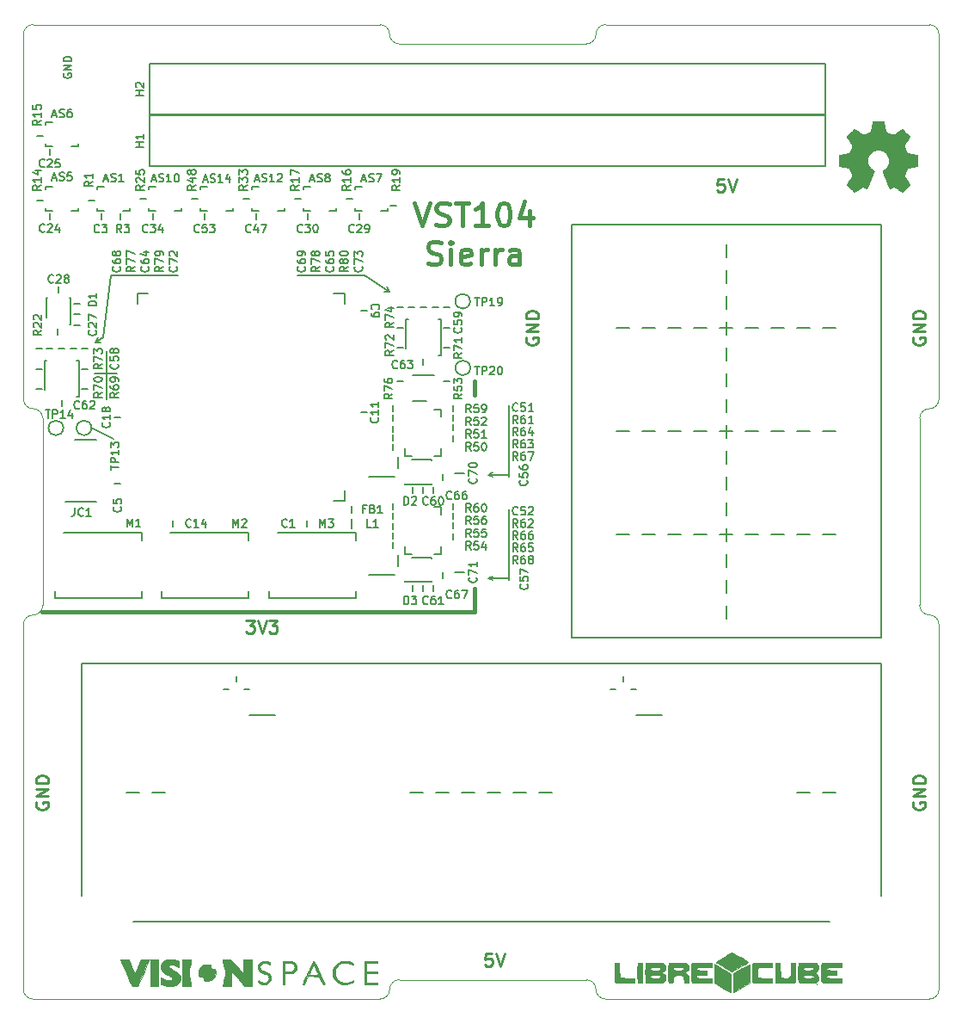
<source format=gbr>
G04 #@! TF.GenerationSoftware,KiCad,Pcbnew,5.1.9*
G04 #@! TF.CreationDate,2021-03-03T13:13:51+01:00*
G04 #@! TF.ProjectId,board_sierra,626f6172-645f-4736-9965-7272612e6b69,v1.1*
G04 #@! TF.SameCoordinates,PX1903cf0PY6c69e80*
G04 #@! TF.FileFunction,Legend,Top*
G04 #@! TF.FilePolarity,Positive*
%FSLAX46Y46*%
G04 Gerber Fmt 4.6, Leading zero omitted, Abs format (unit mm)*
G04 Created by KiCad (PCBNEW 5.1.9) date 2021-03-03 13:13:51*
%MOMM*%
%LPD*%
G01*
G04 APERTURE LIST*
%ADD10C,0.160000*%
%ADD11C,0.450000*%
%ADD12C,0.400000*%
G04 #@! TA.AperFunction,Profile*
%ADD13C,0.100000*%
G04 #@! TD*
%ADD14C,0.200000*%
%ADD15C,0.010000*%
%ADD16C,0.250000*%
G04 APERTURE END LIST*
D10*
X2000000Y59500000D02*
X2500000Y59500000D01*
X2000000Y59500000D02*
X2250000Y60000000D01*
X2750000Y60000000D02*
X2000000Y59500000D01*
X3520000Y66120000D02*
X2750000Y60000000D01*
X31000000Y64500000D02*
X30500000Y64500000D01*
X31000000Y64500000D02*
X30750000Y65000000D01*
X28520000Y66120000D02*
X31000000Y64500000D01*
X-1100000Y85990477D02*
X-1138096Y85914286D01*
X-1138096Y85800000D01*
X-1100000Y85685715D01*
X-1023810Y85609524D01*
X-947620Y85571429D01*
X-795239Y85533334D01*
X-680953Y85533334D01*
X-528572Y85571429D01*
X-452381Y85609524D01*
X-376191Y85685715D01*
X-338096Y85800000D01*
X-338096Y85876191D01*
X-376191Y85990477D01*
X-414286Y86028572D01*
X-680953Y86028572D01*
X-680953Y85876191D01*
X-338096Y86371429D02*
X-1138096Y86371429D01*
X-338096Y86828572D01*
X-1138096Y86828572D01*
X-338096Y87209524D02*
X-1138096Y87209524D01*
X-1138096Y87400000D01*
X-1100000Y87514286D01*
X-1023810Y87590477D01*
X-947620Y87628572D01*
X-795239Y87666667D01*
X-680953Y87666667D01*
X-528572Y87628572D01*
X-452381Y87590477D01*
X-376191Y87514286D01*
X-338096Y87400000D01*
X-338096Y87209524D01*
X1610000Y51120000D02*
X3810000Y50038000D01*
D11*
X33427142Y73264643D02*
X34177142Y71014643D01*
X34927142Y73264643D01*
X35570000Y71121786D02*
X35891428Y71014643D01*
X36427142Y71014643D01*
X36641428Y71121786D01*
X36748571Y71228929D01*
X36855714Y71443215D01*
X36855714Y71657500D01*
X36748571Y71871786D01*
X36641428Y71978929D01*
X36427142Y72086072D01*
X35998571Y72193215D01*
X35784285Y72300358D01*
X35677142Y72407500D01*
X35570000Y72621786D01*
X35570000Y72836072D01*
X35677142Y73050358D01*
X35784285Y73157500D01*
X35998571Y73264643D01*
X36534285Y73264643D01*
X36855714Y73157500D01*
X37498571Y73264643D02*
X38784285Y73264643D01*
X38141428Y71014643D02*
X38141428Y73264643D01*
X40712857Y71014643D02*
X39427142Y71014643D01*
X40070000Y71014643D02*
X40070000Y73264643D01*
X39855714Y72943215D01*
X39641428Y72728929D01*
X39427142Y72621786D01*
X42105714Y73264643D02*
X42320000Y73264643D01*
X42534285Y73157500D01*
X42641428Y73050358D01*
X42748571Y72836072D01*
X42855714Y72407500D01*
X42855714Y71871786D01*
X42748571Y71443215D01*
X42641428Y71228929D01*
X42534285Y71121786D01*
X42320000Y71014643D01*
X42105714Y71014643D01*
X41891428Y71121786D01*
X41784285Y71228929D01*
X41677142Y71443215D01*
X41570000Y71871786D01*
X41570000Y72407500D01*
X41677142Y72836072D01*
X41784285Y73050358D01*
X41891428Y73157500D01*
X42105714Y73264643D01*
X44784285Y72514643D02*
X44784285Y71014643D01*
X44248571Y73371786D02*
X43712857Y71764643D01*
X45105714Y71764643D01*
X34766428Y67296786D02*
X35087857Y67189643D01*
X35623571Y67189643D01*
X35837857Y67296786D01*
X35945000Y67403929D01*
X36052142Y67618215D01*
X36052142Y67832500D01*
X35945000Y68046786D01*
X35837857Y68153929D01*
X35623571Y68261072D01*
X35195000Y68368215D01*
X34980714Y68475358D01*
X34873571Y68582500D01*
X34766428Y68796786D01*
X34766428Y69011072D01*
X34873571Y69225358D01*
X34980714Y69332500D01*
X35195000Y69439643D01*
X35730714Y69439643D01*
X36052142Y69332500D01*
X37016428Y67189643D02*
X37016428Y68689643D01*
X37016428Y69439643D02*
X36909285Y69332500D01*
X37016428Y69225358D01*
X37123571Y69332500D01*
X37016428Y69439643D01*
X37016428Y69225358D01*
X38945000Y67296786D02*
X38730714Y67189643D01*
X38302142Y67189643D01*
X38087857Y67296786D01*
X37980714Y67511072D01*
X37980714Y68368215D01*
X38087857Y68582500D01*
X38302142Y68689643D01*
X38730714Y68689643D01*
X38945000Y68582500D01*
X39052142Y68368215D01*
X39052142Y68153929D01*
X37980714Y67939643D01*
X40016428Y67189643D02*
X40016428Y68689643D01*
X40016428Y68261072D02*
X40123571Y68475358D01*
X40230714Y68582500D01*
X40445000Y68689643D01*
X40659285Y68689643D01*
X41409285Y67189643D02*
X41409285Y68689643D01*
X41409285Y68261072D02*
X41516428Y68475358D01*
X41623571Y68582500D01*
X41837857Y68689643D01*
X42052142Y68689643D01*
X43766428Y67189643D02*
X43766428Y68368215D01*
X43659285Y68582500D01*
X43445000Y68689643D01*
X43016428Y68689643D01*
X42802142Y68582500D01*
X43766428Y67296786D02*
X43552142Y67189643D01*
X43016428Y67189643D01*
X42802142Y67296786D01*
X42695000Y67511072D01*
X42695000Y67725358D01*
X42802142Y67939643D01*
X43016428Y68046786D01*
X43552142Y68046786D01*
X43766428Y68153929D01*
D12*
X39320000Y54320000D02*
X39320000Y55750000D01*
X39320000Y33020000D02*
X39320000Y35320000D01*
D10*
X42720000Y43120000D02*
X42720000Y36120000D01*
X42720000Y36320000D02*
X40720000Y36320000D01*
X40720000Y36320000D02*
X41120000Y36520000D01*
X40720000Y36320000D02*
X41120000Y36120000D01*
X40720000Y46520000D02*
X41120000Y46720000D01*
X40720000Y46520000D02*
X41120000Y46320000D01*
X42720000Y46520000D02*
X40720000Y46520000D01*
X42720000Y53320000D02*
X42720000Y46320000D01*
X28520000Y66120000D02*
X21920000Y66120000D01*
X1920000Y56520000D02*
X4120000Y56520000D01*
X3120000Y58720000D02*
X3120000Y53920000D01*
X10120000Y66120000D02*
X3520000Y66120000D01*
D13*
X50355500Y88900000D02*
G75*
G03*
X51308000Y89852500I0J952500D01*
G01*
X31940500Y88900000D02*
X50355500Y88900000D01*
X52260500Y90805000D02*
X84137500Y90805000D01*
X30988000Y89852500D02*
G75*
G03*
X30035500Y90805000I-952500J0D01*
G01*
X30988000Y89852500D02*
G75*
G03*
X31940500Y88900000I952500J0D01*
G01*
X-4127500Y90805000D02*
X30035500Y90805000D01*
X52260500Y90805000D02*
G75*
G03*
X51308000Y89852500I0J-952500D01*
G01*
D12*
X-3280000Y33020000D02*
X39320000Y33020000D01*
D13*
X52260500Y-5080000D02*
X84137500Y-5080000D01*
X31940500Y-3175000D02*
X50355500Y-3175000D01*
X-4127500Y-5080000D02*
X30035500Y-5080000D01*
X52260500Y-5080000D02*
G75*
G02*
X51308000Y-4127500I0J952500D01*
G01*
X50355500Y-3175000D02*
G75*
G02*
X51308000Y-4127500I0J-952500D01*
G01*
X30988000Y-4127500D02*
G75*
G02*
X31940500Y-3175000I952500J0D01*
G01*
X30988000Y-4127500D02*
G75*
G02*
X30035500Y-5080000I-952500J0D01*
G01*
X84137500Y53009800D02*
G75*
G03*
X83185000Y52057300I0J-952500D01*
G01*
X85090000Y89852500D02*
X85090000Y53962300D01*
X83185000Y52057300D02*
X83185000Y33667700D01*
X85090000Y31762700D02*
X85090000Y-4127500D01*
X83185000Y33667700D02*
G75*
G03*
X84137500Y32715200I952500J0D01*
G01*
X85090000Y31762700D02*
G75*
G03*
X84137500Y32715200I-952500J0D01*
G01*
X84137500Y53009800D02*
G75*
G03*
X85090000Y53962300I0J952500D01*
G01*
X85090000Y-4127500D02*
G75*
G02*
X84137500Y-5080000I-952500J0D01*
G01*
X84137500Y90805000D02*
G75*
G02*
X85090000Y89852500I0J-952500D01*
G01*
X-5080000Y31762700D02*
X-5080000Y-4127500D01*
X-5080000Y89852500D02*
X-5080000Y53962300D01*
X-5080000Y89852500D02*
G75*
G02*
X-4127500Y90805000I952500J0D01*
G01*
X-3175000Y52057300D02*
X-3175000Y33667700D01*
X-4127500Y53009800D02*
G75*
G02*
X-5080000Y53962300I0J952500D01*
G01*
X-4127500Y53009800D02*
G75*
G02*
X-3175000Y52057300I0J-952500D01*
G01*
X-3175000Y33667700D02*
G75*
G02*
X-4127500Y32715200I-952500J0D01*
G01*
X-5080000Y31762700D02*
G75*
G02*
X-4127500Y32715200I952500J0D01*
G01*
X-4127500Y-5080000D02*
G75*
G02*
X-5080000Y-4127500I0J952500D01*
G01*
D10*
G04 #@! TO.C,L1*
X27200000Y42170000D02*
X27200000Y41230000D01*
G04 #@! TO.C,H2*
X7365000Y86930000D02*
X73915000Y86930000D01*
X7365000Y81980000D02*
X73915000Y81980000D01*
X7365000Y86930000D02*
X7365000Y81980000D01*
X73915000Y86930000D02*
X73915000Y81980000D01*
G04 #@! TO.C,H1*
X7365000Y81850000D02*
X73915000Y81850000D01*
X7365000Y76900000D02*
X73915000Y76900000D01*
X7365000Y81850000D02*
X7365000Y76900000D01*
X73915000Y81850000D02*
X73915000Y76900000D01*
D14*
G04 #@! TO.C,UA5*
X48895000Y71120000D02*
X79375000Y71120000D01*
X79375000Y71120000D02*
X79375000Y30480000D01*
X79375000Y30480000D02*
X48895000Y30480000D01*
X48895000Y30480000D02*
X48895000Y71120000D01*
X64135000Y69215000D02*
X64135000Y67945000D01*
X64135000Y66675000D02*
X64135000Y65405000D01*
X64135000Y64135000D02*
X64135000Y62865000D01*
X64135000Y61595000D02*
X64135000Y60325000D01*
X64135000Y59055000D02*
X64135000Y57785000D01*
X64135000Y56515000D02*
X64135000Y55245000D01*
X64135000Y53975000D02*
X64135000Y52705000D01*
X64135000Y51435000D02*
X64135000Y50165000D01*
X64135000Y48895000D02*
X64135000Y47625000D01*
X64135000Y46355000D02*
X64135000Y45085000D01*
X64135000Y43815000D02*
X64135000Y42545000D01*
X64135000Y41275000D02*
X64135000Y40005000D01*
X64135000Y36195000D02*
X64135000Y34925000D01*
X64135000Y38735000D02*
X64135000Y37465000D01*
X64135000Y33655000D02*
X64135000Y32385000D01*
X55880000Y60960000D02*
X57150000Y60960000D01*
X71120000Y60960000D02*
X72390000Y60960000D01*
X58420000Y60960000D02*
X59690000Y60960000D01*
X60960000Y60960000D02*
X62230000Y60960000D01*
X63500000Y60960000D02*
X64770000Y60960000D01*
X66040000Y60960000D02*
X67310000Y60960000D01*
X68580000Y60960000D02*
X69850000Y60960000D01*
X73660000Y60960000D02*
X74930000Y60960000D01*
X53340000Y60960000D02*
X54610000Y60960000D01*
X68580000Y50800000D02*
X69850000Y50800000D01*
X60960000Y50800000D02*
X62230000Y50800000D01*
X63500000Y50800000D02*
X64770000Y50800000D01*
X55880000Y50800000D02*
X57150000Y50800000D01*
X71120000Y50800000D02*
X72390000Y50800000D01*
X73660000Y50800000D02*
X74930000Y50800000D01*
X53340000Y50800000D02*
X54610000Y50800000D01*
X58420000Y50800000D02*
X59690000Y50800000D01*
X66040000Y50800000D02*
X67310000Y50800000D01*
X68580000Y40640000D02*
X69850000Y40640000D01*
X60960000Y40640000D02*
X62230000Y40640000D01*
X63500000Y40640000D02*
X64770000Y40640000D01*
X55880000Y40640000D02*
X57150000Y40640000D01*
X71120000Y40640000D02*
X72390000Y40640000D01*
X73660000Y40640000D02*
X74930000Y40640000D01*
X53340000Y40640000D02*
X54610000Y40640000D01*
X58420000Y40640000D02*
X59690000Y40640000D01*
X66040000Y40640000D02*
X67310000Y40640000D01*
X33020000Y15240000D02*
X34290000Y15240000D01*
X35560000Y15240000D02*
X36830000Y15240000D01*
X7620000Y15240000D02*
X8890000Y15240000D01*
X45720000Y15240000D02*
X46990000Y15240000D01*
X71120000Y15240000D02*
X72390000Y15240000D01*
X73660000Y15240000D02*
X74930000Y15240000D01*
X635000Y27940000D02*
X79375000Y27940000D01*
X79375000Y27940000D02*
X79375000Y5080000D01*
X74295000Y2540000D02*
X5715000Y2540000D01*
X635000Y5080000D02*
X635000Y27940000D01*
X38100000Y15240000D02*
X39370000Y15240000D01*
X40640000Y15240000D02*
X41910000Y15240000D01*
X43180000Y15240000D02*
X44450000Y15240000D01*
X5080000Y15240000D02*
X6350000Y15240000D01*
G04 #@! TO.C,UA3*
X55245000Y22860000D02*
X57785000Y22860000D01*
X53975000Y26670000D02*
X53975000Y26162000D01*
X52705000Y25400000D02*
X53213000Y25400000D01*
X54737000Y25400000D02*
X55245000Y25400000D01*
G04 #@! TO.C,UA1*
X17145000Y22860000D02*
X19685000Y22860000D01*
X15875000Y26670000D02*
X15875000Y26162000D01*
X14605000Y25400000D02*
X15113000Y25400000D01*
X16637000Y25400000D02*
X17145000Y25400000D01*
D10*
G04 #@! TO.C,TP20*
X38930000Y57020000D02*
G75*
G03*
X38930000Y57020000I-730000J0D01*
G01*
G04 #@! TO.C,TP19*
X38910000Y63580000D02*
G75*
G03*
X38910000Y63580000I-730000J0D01*
G01*
G04 #@! TO.C,TP14*
X-1150000Y51120000D02*
G75*
G03*
X-1150000Y51120000I-730000J0D01*
G01*
G04 #@! TO.C,TP13*
X1610000Y51120000D02*
G75*
G03*
X1610000Y51120000I-730000J0D01*
G01*
G04 #@! TO.C,C57*
X28976000Y36703000D02*
X31476000Y36703000D01*
X31786000Y37553000D02*
X31786000Y38653000D01*
G04 #@! TO.C,C56*
X28976000Y46355000D02*
X31476000Y46355000D01*
X31786000Y47205000D02*
X31786000Y48305000D01*
G04 #@! TO.C,R53*
X36876000Y55753000D02*
X36276000Y55753000D01*
G04 #@! TO.C,U1*
X6136000Y64358000D02*
X7186000Y64358000D01*
X6136000Y63358000D02*
X6136000Y64358000D01*
X26536000Y43958000D02*
X25496000Y43958000D01*
X26536000Y44998000D02*
X26536000Y43958000D01*
X26536000Y64358000D02*
X25496000Y64358000D01*
X26536000Y63318000D02*
X26536000Y64358000D01*
G04 #@! TO.C,C34*
X7680000Y72210000D02*
X7680000Y71610000D01*
G04 #@! TO.C,C59*
X36260000Y60960000D02*
X36860000Y60960000D01*
G04 #@! TO.C,C68*
X-3260000Y58950000D02*
X-3860000Y58950000D01*
G04 #@! TO.C,C63*
X34310000Y57900000D02*
X34310000Y57300000D01*
G04 #@! TO.C,C62*
X-1310000Y53850000D02*
X-1310000Y53250000D01*
G04 #@! TO.C,C66*
X36190000Y46560000D02*
X36190000Y45960000D01*
G04 #@! TO.C,C70*
X37400000Y46670000D02*
X38340000Y46670000D01*
G04 #@! TO.C,C71*
X37400000Y36905000D02*
X38340000Y36905000D01*
G04 #@! TO.C,R70*
X-3260000Y54950000D02*
X-3860000Y54950000D01*
G04 #@! TO.C,R69*
X1240000Y54950000D02*
X640000Y54950000D01*
G04 #@! TO.C,U3*
X32810000Y61850000D02*
X32610000Y61850000D01*
X36010000Y61840000D02*
X35810000Y61840000D01*
X36010000Y58270000D02*
X35810000Y58270000D01*
X36010000Y61840000D02*
X36010000Y58270000D01*
X32610000Y58950000D02*
X32610000Y61850000D01*
D15*
G04 #@! TO.C,LOGO3*
G36*
X79235370Y81307210D02*
G01*
X79347723Y81306531D01*
X79437808Y81305324D01*
X79507585Y81303529D01*
X79559011Y81301083D01*
X79594043Y81297925D01*
X79614641Y81293994D01*
X79621136Y81291057D01*
X79628368Y81279452D01*
X79637390Y81253232D01*
X79648585Y81210672D01*
X79662332Y81150045D01*
X79679013Y81069625D01*
X79699009Y80967686D01*
X79722702Y80842501D01*
X79736059Y80770618D01*
X79762961Y80626996D01*
X79786004Y80508076D01*
X79805443Y80412700D01*
X79821530Y80339710D01*
X79834518Y80287947D01*
X79844661Y80256253D01*
X79851055Y80244404D01*
X79868019Y80234350D01*
X79905493Y80216289D01*
X79959627Y80191821D01*
X80026571Y80162545D01*
X80102478Y80130064D01*
X80183496Y80095976D01*
X80265777Y80061883D01*
X80345471Y80029385D01*
X80418728Y80000082D01*
X80481700Y79975574D01*
X80530537Y79957463D01*
X80561389Y79947348D01*
X80569344Y79945773D01*
X80583944Y79952960D01*
X80617658Y79973463D01*
X80668073Y80005696D01*
X80732771Y80048072D01*
X80809337Y80099004D01*
X80895356Y80156907D01*
X80988411Y80220192D01*
X81017879Y80240361D01*
X81112301Y80304893D01*
X81200110Y80364541D01*
X81278939Y80417726D01*
X81346422Y80462867D01*
X81400192Y80498382D01*
X81437883Y80522693D01*
X81457128Y80534218D01*
X81458991Y80534948D01*
X81472211Y80525942D01*
X81500927Y80500535D01*
X81542769Y80461140D01*
X81595364Y80410173D01*
X81656343Y80350049D01*
X81723334Y80283183D01*
X81793967Y80211988D01*
X81865869Y80138881D01*
X81936672Y80066275D01*
X82004002Y79996586D01*
X82065490Y79932229D01*
X82118765Y79875618D01*
X82161455Y79829168D01*
X82191189Y79795293D01*
X82205597Y79776410D01*
X82206534Y79773585D01*
X82197730Y79759141D01*
X82175731Y79725607D01*
X82142207Y79675453D01*
X82098823Y79611150D01*
X82047248Y79535169D01*
X81989150Y79449978D01*
X81926194Y79358049D01*
X81916597Y79344066D01*
X81853226Y79251144D01*
X81794808Y79164276D01*
X81742969Y79085975D01*
X81699338Y79018754D01*
X81665542Y78965125D01*
X81643210Y78927602D01*
X81633971Y78908695D01*
X81633814Y78907648D01*
X81638934Y78888142D01*
X81653210Y78848565D01*
X81675017Y78792707D01*
X81702731Y78724361D01*
X81734728Y78647318D01*
X81769383Y78565370D01*
X81805071Y78482309D01*
X81840168Y78401927D01*
X81873049Y78328014D01*
X81902089Y78264364D01*
X81925665Y78214767D01*
X81942151Y78183015D01*
X81948230Y78173810D01*
X81960208Y78166189D01*
X81984118Y78157342D01*
X82022010Y78146809D01*
X82075932Y78134129D01*
X82147933Y78118842D01*
X82240062Y78100488D01*
X82354367Y78078607D01*
X82460187Y78058804D01*
X82595754Y78033341D01*
X82707213Y78011759D01*
X82796295Y77993673D01*
X82864727Y77978699D01*
X82914240Y77966450D01*
X82946561Y77956543D01*
X82963420Y77948592D01*
X82966005Y77946176D01*
X82970461Y77933764D01*
X82974104Y77908165D01*
X82976997Y77867422D01*
X82979200Y77809576D01*
X82980775Y77732671D01*
X82981783Y77634748D01*
X82982286Y77513849D01*
X82982371Y77423845D01*
X82982264Y77294332D01*
X82981877Y77188531D01*
X82981112Y77103968D01*
X82979873Y77038171D01*
X82978061Y76988665D01*
X82975579Y76952979D01*
X82972329Y76928638D01*
X82968213Y76913169D01*
X82963134Y76904100D01*
X82961797Y76902636D01*
X82942379Y76886247D01*
X82933598Y76882062D01*
X82919411Y76879755D01*
X82882408Y76873192D01*
X82825514Y76862905D01*
X82751657Y76849430D01*
X82663763Y76833299D01*
X82564759Y76815047D01*
X82459920Y76795643D01*
X82321794Y76769653D01*
X82208382Y76747461D01*
X82118529Y76728812D01*
X82051080Y76713450D01*
X82004879Y76701117D01*
X81978772Y76691559D01*
X81972780Y76687627D01*
X81962698Y76670199D01*
X81944801Y76632024D01*
X81920584Y76576829D01*
X81891544Y76508341D01*
X81859176Y76430287D01*
X81824976Y76346393D01*
X81790442Y76260386D01*
X81757068Y76175994D01*
X81726352Y76096943D01*
X81699789Y76026961D01*
X81678875Y75969773D01*
X81665107Y75929108D01*
X81659980Y75908691D01*
X81659975Y75908422D01*
X81667178Y75892338D01*
X81687667Y75857331D01*
X81719778Y75805979D01*
X81761846Y75740856D01*
X81812208Y75664541D01*
X81869199Y75579608D01*
X81930416Y75489713D01*
X81992445Y75398933D01*
X82049736Y75314442D01*
X82100595Y75238787D01*
X82143329Y75174516D01*
X82176244Y75124175D01*
X82197647Y75090311D01*
X82205832Y75075518D01*
X82197935Y75061130D01*
X82172170Y75029765D01*
X82129589Y74982547D01*
X82071247Y74920601D01*
X81998195Y74845051D01*
X81911488Y74757021D01*
X81845161Y74690501D01*
X81751137Y74596856D01*
X81673686Y74520341D01*
X81611062Y74459374D01*
X81561518Y74412376D01*
X81523307Y74377765D01*
X81494684Y74353961D01*
X81473901Y74339383D01*
X81459211Y74332450D01*
X81448870Y74331582D01*
X81448636Y74331627D01*
X81430778Y74340352D01*
X81394189Y74362267D01*
X81341614Y74395586D01*
X81275801Y74438525D01*
X81199497Y74489295D01*
X81115449Y74546110D01*
X81051697Y74589747D01*
X80964011Y74649972D01*
X80882444Y74705791D01*
X80809694Y74755377D01*
X80748456Y74796898D01*
X80701427Y74828526D01*
X80671303Y74848430D01*
X80661577Y74854485D01*
X80651447Y74857805D01*
X80637493Y74857151D01*
X80616935Y74851287D01*
X80586994Y74838974D01*
X80544892Y74818974D01*
X80487849Y74790050D01*
X80413085Y74750964D01*
X80328316Y74706057D01*
X80284727Y74683825D01*
X80257598Y74673418D01*
X80240813Y74673397D01*
X80228255Y74682323D01*
X80228110Y74682474D01*
X80219666Y74698053D01*
X80202416Y74735466D01*
X80177360Y74792290D01*
X80145498Y74866106D01*
X80107829Y74954494D01*
X80065354Y75055031D01*
X80019071Y75165298D01*
X79969981Y75282873D01*
X79919084Y75405337D01*
X79867380Y75530269D01*
X79815867Y75655247D01*
X79765547Y75777852D01*
X79717419Y75895662D01*
X79672482Y76006256D01*
X79631737Y76107215D01*
X79596183Y76196118D01*
X79566821Y76270543D01*
X79544649Y76328070D01*
X79530668Y76366279D01*
X79525876Y76382682D01*
X79537271Y76406326D01*
X79572143Y76435992D01*
X79601160Y76454900D01*
X79751970Y76560490D01*
X79880933Y76678943D01*
X79987497Y76809390D01*
X80071108Y76950967D01*
X80131213Y77102807D01*
X80167259Y77264042D01*
X80176614Y77356178D01*
X80174214Y77524487D01*
X80147212Y77686169D01*
X80096780Y77839226D01*
X80024090Y77981661D01*
X79930312Y78111473D01*
X79816620Y78226667D01*
X79684184Y78325244D01*
X79571701Y78387827D01*
X79448483Y78440607D01*
X79331360Y78474806D01*
X79210504Y78492628D01*
X79087268Y78496450D01*
X78920258Y78481795D01*
X78761075Y78442916D01*
X78611752Y78381125D01*
X78474321Y78297733D01*
X78350813Y78194053D01*
X78243260Y78071396D01*
X78153694Y77931075D01*
X78125865Y77875679D01*
X78085439Y77782101D01*
X78057346Y77697027D01*
X78039778Y77611810D01*
X78030924Y77517801D01*
X78028939Y77412319D01*
X78030186Y77334119D01*
X78033655Y77273723D01*
X78040386Y77222776D01*
X78051420Y77172924D01*
X78064468Y77126799D01*
X78117222Y76982535D01*
X78185449Y76852994D01*
X78271605Y76734992D01*
X78378144Y76625343D01*
X78507520Y76520862D01*
X78559869Y76484098D01*
X78607573Y76450633D01*
X78646659Y76421217D01*
X78672249Y76399641D01*
X78679581Y76391080D01*
X78676193Y76375600D01*
X78663789Y76338917D01*
X78643493Y76283972D01*
X78616432Y76213702D01*
X78583732Y76131047D01*
X78546520Y76038947D01*
X78518520Y75970745D01*
X78470007Y75853285D01*
X78414511Y75718842D01*
X78355015Y75574647D01*
X78294502Y75427934D01*
X78235956Y75285932D01*
X78182360Y75155874D01*
X78169430Y75124486D01*
X78114711Y74992930D01*
X78068030Y74883429D01*
X78029606Y74796472D01*
X77999661Y74732546D01*
X77978417Y74692137D01*
X77966095Y74675735D01*
X77965520Y74675480D01*
X77945782Y74678897D01*
X77906836Y74694111D01*
X77852038Y74719627D01*
X77784740Y74753948D01*
X77760274Y74766999D01*
X77697207Y74800615D01*
X77642042Y74829321D01*
X77598957Y74850999D01*
X77572129Y74863528D01*
X77565539Y74865773D01*
X77552474Y74858611D01*
X77520348Y74838229D01*
X77471648Y74806286D01*
X77408863Y74764440D01*
X77334481Y74714347D01*
X77250989Y74657668D01*
X77162788Y74597371D01*
X77072101Y74535666D01*
X76987360Y74478961D01*
X76911174Y74428928D01*
X76846151Y74387241D01*
X76794899Y74355572D01*
X76760025Y74335595D01*
X76744388Y74328969D01*
X76726668Y74338571D01*
X76691227Y74367342D01*
X76638126Y74415224D01*
X76567424Y74482162D01*
X76479182Y74568102D01*
X76373458Y74672986D01*
X76360607Y74685835D01*
X76256051Y74791157D01*
X76169189Y74880193D01*
X76100301Y74952640D01*
X76049668Y75008197D01*
X76017571Y75046561D01*
X76004291Y75067430D01*
X76003918Y75069457D01*
X76011122Y75086111D01*
X76031619Y75121647D01*
X76063736Y75173459D01*
X76105802Y75238942D01*
X76156141Y75315490D01*
X76213083Y75400499D01*
X76272320Y75487521D01*
X76340729Y75588084D01*
X76401210Y75678646D01*
X76452470Y75757180D01*
X76493220Y75821660D01*
X76522169Y75870059D01*
X76538027Y75900351D01*
X76540722Y75909003D01*
X76535869Y75929942D01*
X76522313Y75971138D01*
X76501555Y76028842D01*
X76475098Y76099300D01*
X76444444Y76178761D01*
X76411096Y76263472D01*
X76376557Y76349681D01*
X76342327Y76433637D01*
X76309910Y76511588D01*
X76280808Y76579781D01*
X76256524Y76634465D01*
X76238560Y76671888D01*
X76228832Y76687920D01*
X76212855Y76696075D01*
X76178148Y76706716D01*
X76123446Y76720119D01*
X76047482Y76736565D01*
X75948990Y76756332D01*
X75826704Y76779700D01*
X75735516Y76796647D01*
X75609507Y76820032D01*
X75506873Y76839526D01*
X75425181Y76855688D01*
X75362001Y76869078D01*
X75314902Y76880254D01*
X75281453Y76889777D01*
X75259224Y76898206D01*
X75245783Y76906101D01*
X75241263Y76910409D01*
X75235344Y76919141D01*
X75230535Y76931754D01*
X75226721Y76950826D01*
X75223788Y76978938D01*
X75221625Y77018667D01*
X75220116Y77072593D01*
X75219148Y77143296D01*
X75218608Y77233353D01*
X75218382Y77345343D01*
X75218351Y77430907D01*
X75218567Y77566468D01*
X75219258Y77677816D01*
X75220486Y77766921D01*
X75222313Y77835751D01*
X75224803Y77886275D01*
X75228017Y77920463D01*
X75232019Y77940283D01*
X75234717Y77945960D01*
X75246987Y77953441D01*
X75274770Y77962803D01*
X75319754Y77974421D01*
X75383631Y77988670D01*
X75468091Y78005924D01*
X75574824Y78026558D01*
X75705520Y78050946D01*
X75722423Y78054056D01*
X75831555Y78074298D01*
X75933672Y78093595D01*
X76025630Y78111328D01*
X76104288Y78126875D01*
X76166504Y78139616D01*
X76209138Y78148931D01*
X76228803Y78154101D01*
X76240171Y78160660D01*
X76252344Y78173321D01*
X76266639Y78194674D01*
X76284373Y78227309D01*
X76306865Y78273816D01*
X76335431Y78336786D01*
X76371389Y78418809D01*
X76415375Y78520882D01*
X76454040Y78612100D01*
X76489065Y78696757D01*
X76519141Y78771529D01*
X76542961Y78833092D01*
X76559217Y78878122D01*
X76566601Y78903294D01*
X76566907Y78906036D01*
X76559319Y78925909D01*
X76537050Y78965778D01*
X76500844Y79024480D01*
X76451443Y79100850D01*
X76389592Y79193725D01*
X76316032Y79301940D01*
X76289646Y79340337D01*
X76226582Y79432553D01*
X76168283Y79519082D01*
X76116441Y79597316D01*
X76072746Y79664647D01*
X76038890Y79718468D01*
X76016564Y79756172D01*
X76007459Y79775150D01*
X76007380Y79775567D01*
X76008300Y79786140D01*
X76014940Y79800656D01*
X76028903Y79820880D01*
X76051795Y79848576D01*
X76085217Y79885512D01*
X76130775Y79933451D01*
X76190071Y79994160D01*
X76264710Y80069403D01*
X76356295Y80160946D01*
X76368783Y80173393D01*
X76475425Y80279022D01*
X76564453Y80365824D01*
X76636163Y80434075D01*
X76690853Y80484050D01*
X76728820Y80516024D01*
X76750360Y80530271D01*
X76754781Y80530970D01*
X76769622Y80522087D01*
X76803554Y80499977D01*
X76854122Y80466295D01*
X76918869Y80422696D01*
X76995341Y80370835D01*
X77081082Y80312366D01*
X77173637Y80248945D01*
X77194494Y80234613D01*
X77288131Y80170575D01*
X77375513Y80111466D01*
X77454188Y80058894D01*
X77521708Y80014468D01*
X77575623Y79979796D01*
X77613483Y79956486D01*
X77632839Y79946147D01*
X77634392Y79945773D01*
X77651649Y79950566D01*
X77689484Y79964024D01*
X77744290Y79984766D01*
X77812463Y80011411D01*
X77890398Y80042578D01*
X77945202Y80064860D01*
X78055973Y80110209D01*
X78144961Y80146772D01*
X78214618Y80175670D01*
X78267399Y80198026D01*
X78305758Y80214964D01*
X78332148Y80227605D01*
X78349024Y80237073D01*
X78358839Y80244490D01*
X78364047Y80250980D01*
X78367103Y80257663D01*
X78367210Y80257936D01*
X78371020Y80274154D01*
X78378951Y80312641D01*
X78390343Y80369921D01*
X78404535Y80442518D01*
X78420868Y80526955D01*
X78438682Y80619756D01*
X78457317Y80717445D01*
X78476115Y80816545D01*
X78494414Y80913580D01*
X78511555Y81005074D01*
X78526878Y81087550D01*
X78539724Y81157533D01*
X78549432Y81211545D01*
X78555344Y81246110D01*
X78556896Y81257389D01*
X78565216Y81272713D01*
X78577585Y81286848D01*
X78585514Y81292166D01*
X78599265Y81296498D01*
X78621309Y81299942D01*
X78654120Y81302595D01*
X78700172Y81304555D01*
X78761938Y81305920D01*
X78841890Y81306787D01*
X78942502Y81307253D01*
X79066248Y81307417D01*
X79098794Y81307422D01*
X79235370Y81307210D01*
G37*
X79235370Y81307210D02*
X79347723Y81306531D01*
X79437808Y81305324D01*
X79507585Y81303529D01*
X79559011Y81301083D01*
X79594043Y81297925D01*
X79614641Y81293994D01*
X79621136Y81291057D01*
X79628368Y81279452D01*
X79637390Y81253232D01*
X79648585Y81210672D01*
X79662332Y81150045D01*
X79679013Y81069625D01*
X79699009Y80967686D01*
X79722702Y80842501D01*
X79736059Y80770618D01*
X79762961Y80626996D01*
X79786004Y80508076D01*
X79805443Y80412700D01*
X79821530Y80339710D01*
X79834518Y80287947D01*
X79844661Y80256253D01*
X79851055Y80244404D01*
X79868019Y80234350D01*
X79905493Y80216289D01*
X79959627Y80191821D01*
X80026571Y80162545D01*
X80102478Y80130064D01*
X80183496Y80095976D01*
X80265777Y80061883D01*
X80345471Y80029385D01*
X80418728Y80000082D01*
X80481700Y79975574D01*
X80530537Y79957463D01*
X80561389Y79947348D01*
X80569344Y79945773D01*
X80583944Y79952960D01*
X80617658Y79973463D01*
X80668073Y80005696D01*
X80732771Y80048072D01*
X80809337Y80099004D01*
X80895356Y80156907D01*
X80988411Y80220192D01*
X81017879Y80240361D01*
X81112301Y80304893D01*
X81200110Y80364541D01*
X81278939Y80417726D01*
X81346422Y80462867D01*
X81400192Y80498382D01*
X81437883Y80522693D01*
X81457128Y80534218D01*
X81458991Y80534948D01*
X81472211Y80525942D01*
X81500927Y80500535D01*
X81542769Y80461140D01*
X81595364Y80410173D01*
X81656343Y80350049D01*
X81723334Y80283183D01*
X81793967Y80211988D01*
X81865869Y80138881D01*
X81936672Y80066275D01*
X82004002Y79996586D01*
X82065490Y79932229D01*
X82118765Y79875618D01*
X82161455Y79829168D01*
X82191189Y79795293D01*
X82205597Y79776410D01*
X82206534Y79773585D01*
X82197730Y79759141D01*
X82175731Y79725607D01*
X82142207Y79675453D01*
X82098823Y79611150D01*
X82047248Y79535169D01*
X81989150Y79449978D01*
X81926194Y79358049D01*
X81916597Y79344066D01*
X81853226Y79251144D01*
X81794808Y79164276D01*
X81742969Y79085975D01*
X81699338Y79018754D01*
X81665542Y78965125D01*
X81643210Y78927602D01*
X81633971Y78908695D01*
X81633814Y78907648D01*
X81638934Y78888142D01*
X81653210Y78848565D01*
X81675017Y78792707D01*
X81702731Y78724361D01*
X81734728Y78647318D01*
X81769383Y78565370D01*
X81805071Y78482309D01*
X81840168Y78401927D01*
X81873049Y78328014D01*
X81902089Y78264364D01*
X81925665Y78214767D01*
X81942151Y78183015D01*
X81948230Y78173810D01*
X81960208Y78166189D01*
X81984118Y78157342D01*
X82022010Y78146809D01*
X82075932Y78134129D01*
X82147933Y78118842D01*
X82240062Y78100488D01*
X82354367Y78078607D01*
X82460187Y78058804D01*
X82595754Y78033341D01*
X82707213Y78011759D01*
X82796295Y77993673D01*
X82864727Y77978699D01*
X82914240Y77966450D01*
X82946561Y77956543D01*
X82963420Y77948592D01*
X82966005Y77946176D01*
X82970461Y77933764D01*
X82974104Y77908165D01*
X82976997Y77867422D01*
X82979200Y77809576D01*
X82980775Y77732671D01*
X82981783Y77634748D01*
X82982286Y77513849D01*
X82982371Y77423845D01*
X82982264Y77294332D01*
X82981877Y77188531D01*
X82981112Y77103968D01*
X82979873Y77038171D01*
X82978061Y76988665D01*
X82975579Y76952979D01*
X82972329Y76928638D01*
X82968213Y76913169D01*
X82963134Y76904100D01*
X82961797Y76902636D01*
X82942379Y76886247D01*
X82933598Y76882062D01*
X82919411Y76879755D01*
X82882408Y76873192D01*
X82825514Y76862905D01*
X82751657Y76849430D01*
X82663763Y76833299D01*
X82564759Y76815047D01*
X82459920Y76795643D01*
X82321794Y76769653D01*
X82208382Y76747461D01*
X82118529Y76728812D01*
X82051080Y76713450D01*
X82004879Y76701117D01*
X81978772Y76691559D01*
X81972780Y76687627D01*
X81962698Y76670199D01*
X81944801Y76632024D01*
X81920584Y76576829D01*
X81891544Y76508341D01*
X81859176Y76430287D01*
X81824976Y76346393D01*
X81790442Y76260386D01*
X81757068Y76175994D01*
X81726352Y76096943D01*
X81699789Y76026961D01*
X81678875Y75969773D01*
X81665107Y75929108D01*
X81659980Y75908691D01*
X81659975Y75908422D01*
X81667178Y75892338D01*
X81687667Y75857331D01*
X81719778Y75805979D01*
X81761846Y75740856D01*
X81812208Y75664541D01*
X81869199Y75579608D01*
X81930416Y75489713D01*
X81992445Y75398933D01*
X82049736Y75314442D01*
X82100595Y75238787D01*
X82143329Y75174516D01*
X82176244Y75124175D01*
X82197647Y75090311D01*
X82205832Y75075518D01*
X82197935Y75061130D01*
X82172170Y75029765D01*
X82129589Y74982547D01*
X82071247Y74920601D01*
X81998195Y74845051D01*
X81911488Y74757021D01*
X81845161Y74690501D01*
X81751137Y74596856D01*
X81673686Y74520341D01*
X81611062Y74459374D01*
X81561518Y74412376D01*
X81523307Y74377765D01*
X81494684Y74353961D01*
X81473901Y74339383D01*
X81459211Y74332450D01*
X81448870Y74331582D01*
X81448636Y74331627D01*
X81430778Y74340352D01*
X81394189Y74362267D01*
X81341614Y74395586D01*
X81275801Y74438525D01*
X81199497Y74489295D01*
X81115449Y74546110D01*
X81051697Y74589747D01*
X80964011Y74649972D01*
X80882444Y74705791D01*
X80809694Y74755377D01*
X80748456Y74796898D01*
X80701427Y74828526D01*
X80671303Y74848430D01*
X80661577Y74854485D01*
X80651447Y74857805D01*
X80637493Y74857151D01*
X80616935Y74851287D01*
X80586994Y74838974D01*
X80544892Y74818974D01*
X80487849Y74790050D01*
X80413085Y74750964D01*
X80328316Y74706057D01*
X80284727Y74683825D01*
X80257598Y74673418D01*
X80240813Y74673397D01*
X80228255Y74682323D01*
X80228110Y74682474D01*
X80219666Y74698053D01*
X80202416Y74735466D01*
X80177360Y74792290D01*
X80145498Y74866106D01*
X80107829Y74954494D01*
X80065354Y75055031D01*
X80019071Y75165298D01*
X79969981Y75282873D01*
X79919084Y75405337D01*
X79867380Y75530269D01*
X79815867Y75655247D01*
X79765547Y75777852D01*
X79717419Y75895662D01*
X79672482Y76006256D01*
X79631737Y76107215D01*
X79596183Y76196118D01*
X79566821Y76270543D01*
X79544649Y76328070D01*
X79530668Y76366279D01*
X79525876Y76382682D01*
X79537271Y76406326D01*
X79572143Y76435992D01*
X79601160Y76454900D01*
X79751970Y76560490D01*
X79880933Y76678943D01*
X79987497Y76809390D01*
X80071108Y76950967D01*
X80131213Y77102807D01*
X80167259Y77264042D01*
X80176614Y77356178D01*
X80174214Y77524487D01*
X80147212Y77686169D01*
X80096780Y77839226D01*
X80024090Y77981661D01*
X79930312Y78111473D01*
X79816620Y78226667D01*
X79684184Y78325244D01*
X79571701Y78387827D01*
X79448483Y78440607D01*
X79331360Y78474806D01*
X79210504Y78492628D01*
X79087268Y78496450D01*
X78920258Y78481795D01*
X78761075Y78442916D01*
X78611752Y78381125D01*
X78474321Y78297733D01*
X78350813Y78194053D01*
X78243260Y78071396D01*
X78153694Y77931075D01*
X78125865Y77875679D01*
X78085439Y77782101D01*
X78057346Y77697027D01*
X78039778Y77611810D01*
X78030924Y77517801D01*
X78028939Y77412319D01*
X78030186Y77334119D01*
X78033655Y77273723D01*
X78040386Y77222776D01*
X78051420Y77172924D01*
X78064468Y77126799D01*
X78117222Y76982535D01*
X78185449Y76852994D01*
X78271605Y76734992D01*
X78378144Y76625343D01*
X78507520Y76520862D01*
X78559869Y76484098D01*
X78607573Y76450633D01*
X78646659Y76421217D01*
X78672249Y76399641D01*
X78679581Y76391080D01*
X78676193Y76375600D01*
X78663789Y76338917D01*
X78643493Y76283972D01*
X78616432Y76213702D01*
X78583732Y76131047D01*
X78546520Y76038947D01*
X78518520Y75970745D01*
X78470007Y75853285D01*
X78414511Y75718842D01*
X78355015Y75574647D01*
X78294502Y75427934D01*
X78235956Y75285932D01*
X78182360Y75155874D01*
X78169430Y75124486D01*
X78114711Y74992930D01*
X78068030Y74883429D01*
X78029606Y74796472D01*
X77999661Y74732546D01*
X77978417Y74692137D01*
X77966095Y74675735D01*
X77965520Y74675480D01*
X77945782Y74678897D01*
X77906836Y74694111D01*
X77852038Y74719627D01*
X77784740Y74753948D01*
X77760274Y74766999D01*
X77697207Y74800615D01*
X77642042Y74829321D01*
X77598957Y74850999D01*
X77572129Y74863528D01*
X77565539Y74865773D01*
X77552474Y74858611D01*
X77520348Y74838229D01*
X77471648Y74806286D01*
X77408863Y74764440D01*
X77334481Y74714347D01*
X77250989Y74657668D01*
X77162788Y74597371D01*
X77072101Y74535666D01*
X76987360Y74478961D01*
X76911174Y74428928D01*
X76846151Y74387241D01*
X76794899Y74355572D01*
X76760025Y74335595D01*
X76744388Y74328969D01*
X76726668Y74338571D01*
X76691227Y74367342D01*
X76638126Y74415224D01*
X76567424Y74482162D01*
X76479182Y74568102D01*
X76373458Y74672986D01*
X76360607Y74685835D01*
X76256051Y74791157D01*
X76169189Y74880193D01*
X76100301Y74952640D01*
X76049668Y75008197D01*
X76017571Y75046561D01*
X76004291Y75067430D01*
X76003918Y75069457D01*
X76011122Y75086111D01*
X76031619Y75121647D01*
X76063736Y75173459D01*
X76105802Y75238942D01*
X76156141Y75315490D01*
X76213083Y75400499D01*
X76272320Y75487521D01*
X76340729Y75588084D01*
X76401210Y75678646D01*
X76452470Y75757180D01*
X76493220Y75821660D01*
X76522169Y75870059D01*
X76538027Y75900351D01*
X76540722Y75909003D01*
X76535869Y75929942D01*
X76522313Y75971138D01*
X76501555Y76028842D01*
X76475098Y76099300D01*
X76444444Y76178761D01*
X76411096Y76263472D01*
X76376557Y76349681D01*
X76342327Y76433637D01*
X76309910Y76511588D01*
X76280808Y76579781D01*
X76256524Y76634465D01*
X76238560Y76671888D01*
X76228832Y76687920D01*
X76212855Y76696075D01*
X76178148Y76706716D01*
X76123446Y76720119D01*
X76047482Y76736565D01*
X75948990Y76756332D01*
X75826704Y76779700D01*
X75735516Y76796647D01*
X75609507Y76820032D01*
X75506873Y76839526D01*
X75425181Y76855688D01*
X75362001Y76869078D01*
X75314902Y76880254D01*
X75281453Y76889777D01*
X75259224Y76898206D01*
X75245783Y76906101D01*
X75241263Y76910409D01*
X75235344Y76919141D01*
X75230535Y76931754D01*
X75226721Y76950826D01*
X75223788Y76978938D01*
X75221625Y77018667D01*
X75220116Y77072593D01*
X75219148Y77143296D01*
X75218608Y77233353D01*
X75218382Y77345343D01*
X75218351Y77430907D01*
X75218567Y77566468D01*
X75219258Y77677816D01*
X75220486Y77766921D01*
X75222313Y77835751D01*
X75224803Y77886275D01*
X75228017Y77920463D01*
X75232019Y77940283D01*
X75234717Y77945960D01*
X75246987Y77953441D01*
X75274770Y77962803D01*
X75319754Y77974421D01*
X75383631Y77988670D01*
X75468091Y78005924D01*
X75574824Y78026558D01*
X75705520Y78050946D01*
X75722423Y78054056D01*
X75831555Y78074298D01*
X75933672Y78093595D01*
X76025630Y78111328D01*
X76104288Y78126875D01*
X76166504Y78139616D01*
X76209138Y78148931D01*
X76228803Y78154101D01*
X76240171Y78160660D01*
X76252344Y78173321D01*
X76266639Y78194674D01*
X76284373Y78227309D01*
X76306865Y78273816D01*
X76335431Y78336786D01*
X76371389Y78418809D01*
X76415375Y78520882D01*
X76454040Y78612100D01*
X76489065Y78696757D01*
X76519141Y78771529D01*
X76542961Y78833092D01*
X76559217Y78878122D01*
X76566601Y78903294D01*
X76566907Y78906036D01*
X76559319Y78925909D01*
X76537050Y78965778D01*
X76500844Y79024480D01*
X76451443Y79100850D01*
X76389592Y79193725D01*
X76316032Y79301940D01*
X76289646Y79340337D01*
X76226582Y79432553D01*
X76168283Y79519082D01*
X76116441Y79597316D01*
X76072746Y79664647D01*
X76038890Y79718468D01*
X76016564Y79756172D01*
X76007459Y79775150D01*
X76007380Y79775567D01*
X76008300Y79786140D01*
X76014940Y79800656D01*
X76028903Y79820880D01*
X76051795Y79848576D01*
X76085217Y79885512D01*
X76130775Y79933451D01*
X76190071Y79994160D01*
X76264710Y80069403D01*
X76356295Y80160946D01*
X76368783Y80173393D01*
X76475425Y80279022D01*
X76564453Y80365824D01*
X76636163Y80434075D01*
X76690853Y80484050D01*
X76728820Y80516024D01*
X76750360Y80530271D01*
X76754781Y80530970D01*
X76769622Y80522087D01*
X76803554Y80499977D01*
X76854122Y80466295D01*
X76918869Y80422696D01*
X76995341Y80370835D01*
X77081082Y80312366D01*
X77173637Y80248945D01*
X77194494Y80234613D01*
X77288131Y80170575D01*
X77375513Y80111466D01*
X77454188Y80058894D01*
X77521708Y80014468D01*
X77575623Y79979796D01*
X77613483Y79956486D01*
X77632839Y79946147D01*
X77634392Y79945773D01*
X77651649Y79950566D01*
X77689484Y79964024D01*
X77744290Y79984766D01*
X77812463Y80011411D01*
X77890398Y80042578D01*
X77945202Y80064860D01*
X78055973Y80110209D01*
X78144961Y80146772D01*
X78214618Y80175670D01*
X78267399Y80198026D01*
X78305758Y80214964D01*
X78332148Y80227605D01*
X78349024Y80237073D01*
X78358839Y80244490D01*
X78364047Y80250980D01*
X78367103Y80257663D01*
X78367210Y80257936D01*
X78371020Y80274154D01*
X78378951Y80312641D01*
X78390343Y80369921D01*
X78404535Y80442518D01*
X78420868Y80526955D01*
X78438682Y80619756D01*
X78457317Y80717445D01*
X78476115Y80816545D01*
X78494414Y80913580D01*
X78511555Y81005074D01*
X78526878Y81087550D01*
X78539724Y81157533D01*
X78549432Y81211545D01*
X78555344Y81246110D01*
X78556896Y81257389D01*
X78565216Y81272713D01*
X78577585Y81286848D01*
X78585514Y81292166D01*
X78599265Y81296498D01*
X78621309Y81299942D01*
X78654120Y81302595D01*
X78700172Y81304555D01*
X78761938Y81305920D01*
X78841890Y81306787D01*
X78942502Y81307253D01*
X79066248Y81307417D01*
X79098794Y81307422D01*
X79235370Y81307210D01*
D10*
G04 #@! TO.C,M1*
X6566000Y40792000D02*
X6566000Y40092000D01*
X6566000Y40792000D02*
X-1144000Y40792000D01*
X-1994000Y35092000D02*
X-1994000Y34392000D01*
X-1994000Y34392000D02*
X6566000Y34392000D01*
X6566000Y35092000D02*
X6566000Y34392000D01*
G04 #@! TO.C,M3*
X27648000Y40792000D02*
X27648000Y40092000D01*
X27648000Y40792000D02*
X19938000Y40792000D01*
X19088000Y35092000D02*
X19088000Y34392000D01*
X19088000Y34392000D02*
X27648000Y34392000D01*
X27648000Y35092000D02*
X27648000Y34392000D01*
G04 #@! TO.C,M2*
X17107000Y40792000D02*
X17107000Y40092000D01*
X17107000Y40792000D02*
X9397000Y40792000D01*
X8547000Y35092000D02*
X8547000Y34392000D01*
X8547000Y34392000D02*
X17107000Y34392000D01*
X17107000Y35092000D02*
X17107000Y34392000D01*
G04 #@! TO.C,U2*
X-2810000Y57790000D02*
X-3010000Y57790000D01*
X390000Y57780000D02*
X190000Y57780000D01*
X390000Y54210000D02*
X190000Y54210000D01*
X390000Y57780000D02*
X390000Y54210000D01*
X-3010000Y54890000D02*
X-3010000Y57790000D01*
D15*
G04 #@! TO.C,LOGO1*
G36*
X5584143Y-1891556D02*
G01*
X5662961Y-2090079D01*
X5734827Y-2267435D01*
X5796341Y-2415533D01*
X5844105Y-2526281D01*
X5874722Y-2591587D01*
X5884143Y-2605931D01*
X5901009Y-2578101D01*
X5937954Y-2499356D01*
X5991483Y-2377743D01*
X6058100Y-2221307D01*
X6134310Y-2038097D01*
X6190545Y-1900562D01*
X6477429Y-1194125D01*
X6896299Y-1185245D01*
X7074341Y-1183670D01*
X7205288Y-1187213D01*
X7283548Y-1195575D01*
X7304272Y-1207097D01*
X7289495Y-1241677D01*
X7251594Y-1328270D01*
X7193228Y-1460858D01*
X7117055Y-1633422D01*
X7025733Y-1839944D01*
X6921921Y-2074407D01*
X6808277Y-2330792D01*
X6721875Y-2525548D01*
X6150375Y-3813268D01*
X5890311Y-3813384D01*
X5768219Y-3810452D01*
X5672531Y-3802553D01*
X5619349Y-3791206D01*
X5614068Y-3787321D01*
X5597494Y-3752227D01*
X5559112Y-3666701D01*
X5502050Y-3537921D01*
X5429435Y-3373067D01*
X5344396Y-3179316D01*
X5250063Y-2963847D01*
X5149562Y-2733838D01*
X5046022Y-2496468D01*
X4942571Y-2258915D01*
X4842339Y-2028357D01*
X4748452Y-1811973D01*
X4664040Y-1616942D01*
X4592231Y-1450441D01*
X4536152Y-1319649D01*
X4498933Y-1231745D01*
X4483702Y-1193906D01*
X4483500Y-1193050D01*
X4513277Y-1187528D01*
X4594726Y-1182941D01*
X4716018Y-1179718D01*
X4865327Y-1178285D01*
X4893580Y-1178250D01*
X5303661Y-1178250D01*
X5584143Y-1891556D01*
G37*
X5584143Y-1891556D02*
X5662961Y-2090079D01*
X5734827Y-2267435D01*
X5796341Y-2415533D01*
X5844105Y-2526281D01*
X5874722Y-2591587D01*
X5884143Y-2605931D01*
X5901009Y-2578101D01*
X5937954Y-2499356D01*
X5991483Y-2377743D01*
X6058100Y-2221307D01*
X6134310Y-2038097D01*
X6190545Y-1900562D01*
X6477429Y-1194125D01*
X6896299Y-1185245D01*
X7074341Y-1183670D01*
X7205288Y-1187213D01*
X7283548Y-1195575D01*
X7304272Y-1207097D01*
X7289495Y-1241677D01*
X7251594Y-1328270D01*
X7193228Y-1460858D01*
X7117055Y-1633422D01*
X7025733Y-1839944D01*
X6921921Y-2074407D01*
X6808277Y-2330792D01*
X6721875Y-2525548D01*
X6150375Y-3813268D01*
X5890311Y-3813384D01*
X5768219Y-3810452D01*
X5672531Y-3802553D01*
X5619349Y-3791206D01*
X5614068Y-3787321D01*
X5597494Y-3752227D01*
X5559112Y-3666701D01*
X5502050Y-3537921D01*
X5429435Y-3373067D01*
X5344396Y-3179316D01*
X5250063Y-2963847D01*
X5149562Y-2733838D01*
X5046022Y-2496468D01*
X4942571Y-2258915D01*
X4842339Y-2028357D01*
X4748452Y-1811973D01*
X4664040Y-1616942D01*
X4592231Y-1450441D01*
X4536152Y-1319649D01*
X4498933Y-1231745D01*
X4483702Y-1193906D01*
X4483500Y-1193050D01*
X4513277Y-1187528D01*
X4594726Y-1182941D01*
X4716018Y-1179718D01*
X4865327Y-1178285D01*
X4893580Y-1178250D01*
X5303661Y-1178250D01*
X5584143Y-1891556D01*
G36*
X9743465Y-1174081D02*
G01*
X10044104Y-1253050D01*
X10142937Y-1293199D01*
X10262000Y-1346644D01*
X10262000Y-1965177D01*
X10015548Y-1839262D01*
X9833726Y-1756881D01*
X9675173Y-1710285D01*
X9573768Y-1695635D01*
X9462448Y-1688158D01*
X9392331Y-1694307D01*
X9341706Y-1719099D01*
X9296702Y-1759661D01*
X9247406Y-1819237D01*
X9230678Y-1873766D01*
X9251263Y-1928945D01*
X9313907Y-1990469D01*
X9423358Y-2064032D01*
X9584361Y-2155331D01*
X9660369Y-2196031D01*
X9903115Y-2332963D01*
X10090010Y-2459429D01*
X10226328Y-2582165D01*
X10317344Y-2707911D01*
X10368332Y-2843404D01*
X10384566Y-2995385D01*
X10378274Y-3113268D01*
X10328770Y-3309261D01*
X10227115Y-3476835D01*
X10079255Y-3613199D01*
X9891138Y-3715561D01*
X9668709Y-3781131D01*
X9417916Y-3807116D01*
X9144706Y-3790728D01*
X8992260Y-3763779D01*
X8854891Y-3730473D01*
X8716220Y-3691303D01*
X8635073Y-3664781D01*
X8484000Y-3610455D01*
X8484000Y-2958534D01*
X8738135Y-3081431D01*
X8958874Y-3173063D01*
X9156035Y-3224774D01*
X9323617Y-3236231D01*
X9455621Y-3207100D01*
X9546046Y-3137045D01*
X9553204Y-3126815D01*
X9585380Y-3057304D01*
X9580764Y-2993862D01*
X9534104Y-2930591D01*
X9440152Y-2861591D01*
X9293657Y-2780962D01*
X9207742Y-2738615D01*
X9063613Y-2666537D01*
X8929518Y-2594754D01*
X8822720Y-2532764D01*
X8770372Y-2497999D01*
X8619262Y-2349519D01*
X8517831Y-2175823D01*
X8466799Y-1987681D01*
X8466884Y-1795864D01*
X8518804Y-1611140D01*
X8623280Y-1444280D01*
X8695149Y-1371179D01*
X8850018Y-1261431D01*
X9026922Y-1190342D01*
X9238784Y-1153906D01*
X9418450Y-1146876D01*
X9743465Y-1174081D01*
G37*
X9743465Y-1174081D02*
X10044104Y-1253050D01*
X10142937Y-1293199D01*
X10262000Y-1346644D01*
X10262000Y-1965177D01*
X10015548Y-1839262D01*
X9833726Y-1756881D01*
X9675173Y-1710285D01*
X9573768Y-1695635D01*
X9462448Y-1688158D01*
X9392331Y-1694307D01*
X9341706Y-1719099D01*
X9296702Y-1759661D01*
X9247406Y-1819237D01*
X9230678Y-1873766D01*
X9251263Y-1928945D01*
X9313907Y-1990469D01*
X9423358Y-2064032D01*
X9584361Y-2155331D01*
X9660369Y-2196031D01*
X9903115Y-2332963D01*
X10090010Y-2459429D01*
X10226328Y-2582165D01*
X10317344Y-2707911D01*
X10368332Y-2843404D01*
X10384566Y-2995385D01*
X10378274Y-3113268D01*
X10328770Y-3309261D01*
X10227115Y-3476835D01*
X10079255Y-3613199D01*
X9891138Y-3715561D01*
X9668709Y-3781131D01*
X9417916Y-3807116D01*
X9144706Y-3790728D01*
X8992260Y-3763779D01*
X8854891Y-3730473D01*
X8716220Y-3691303D01*
X8635073Y-3664781D01*
X8484000Y-3610455D01*
X8484000Y-2958534D01*
X8738135Y-3081431D01*
X8958874Y-3173063D01*
X9156035Y-3224774D01*
X9323617Y-3236231D01*
X9455621Y-3207100D01*
X9546046Y-3137045D01*
X9553204Y-3126815D01*
X9585380Y-3057304D01*
X9580764Y-2993862D01*
X9534104Y-2930591D01*
X9440152Y-2861591D01*
X9293657Y-2780962D01*
X9207742Y-2738615D01*
X9063613Y-2666537D01*
X8929518Y-2594754D01*
X8822720Y-2532764D01*
X8770372Y-2497999D01*
X8619262Y-2349519D01*
X8517831Y-2175823D01*
X8466799Y-1987681D01*
X8466884Y-1795864D01*
X8518804Y-1611140D01*
X8623280Y-1444280D01*
X8695149Y-1371179D01*
X8850018Y-1261431D01*
X9026922Y-1190342D01*
X9238784Y-1153906D01*
X9418450Y-1146876D01*
X9743465Y-1174081D01*
G36*
X8230000Y-3781750D02*
G01*
X7436250Y-3781750D01*
X7436250Y-1178250D01*
X8230000Y-1178250D01*
X8230000Y-3781750D01*
G37*
X8230000Y-3781750D02*
X7436250Y-3781750D01*
X7436250Y-1178250D01*
X8230000Y-1178250D01*
X8230000Y-3781750D01*
G36*
X11373233Y-1456062D02*
G01*
X11367712Y-1628989D01*
X11348616Y-1763914D01*
X11312114Y-1885583D01*
X11303194Y-1908500D01*
X11259236Y-2067783D01*
X11233456Y-2267443D01*
X11225874Y-2487006D01*
X11236511Y-2705998D01*
X11265388Y-2903947D01*
X11302057Y-3034524D01*
X11343778Y-3169630D01*
X11366148Y-3312067D01*
X11373222Y-3488510D01*
X11373250Y-3502837D01*
X11373250Y-3781750D01*
X10579500Y-3781750D01*
X10579500Y-1178250D01*
X11373250Y-1178250D01*
X11373233Y-1456062D01*
G37*
X11373233Y-1456062D02*
X11367712Y-1628989D01*
X11348616Y-1763914D01*
X11312114Y-1885583D01*
X11303194Y-1908500D01*
X11259236Y-2067783D01*
X11233456Y-2267443D01*
X11225874Y-2487006D01*
X11236511Y-2705998D01*
X11265388Y-2903947D01*
X11302057Y-3034524D01*
X11343778Y-3169630D01*
X11366148Y-3312067D01*
X11373222Y-3488510D01*
X11373250Y-3502837D01*
X11373250Y-3781750D01*
X10579500Y-3781750D01*
X10579500Y-1178250D01*
X11373250Y-1178250D01*
X11373233Y-1456062D01*
G36*
X17405750Y-1178250D02*
G01*
X17405750Y-3781750D01*
X17048562Y-3780779D01*
X16691375Y-3779808D01*
X16040500Y-3078329D01*
X15389625Y-2376851D01*
X15381080Y-3079300D01*
X15372535Y-3781750D01*
X14575164Y-3781750D01*
X14588347Y-3535687D01*
X14626728Y-3264102D01*
X14689475Y-3067375D01*
X14764177Y-2806494D01*
X14795263Y-2524519D01*
X14783351Y-2239222D01*
X14729056Y-1968370D01*
X14643799Y-1750337D01*
X14601536Y-1635405D01*
X14582261Y-1492055D01*
X14580000Y-1401764D01*
X14580000Y-1178250D01*
X14937187Y-1178722D01*
X15294375Y-1179194D01*
X15945250Y-1880421D01*
X16596125Y-2581649D01*
X16604669Y-1879949D01*
X16613214Y-1178249D01*
X17009482Y-1178249D01*
X17405750Y-1178250D01*
G37*
X17405750Y-1178250D02*
X17405750Y-3781750D01*
X17048562Y-3780779D01*
X16691375Y-3779808D01*
X16040500Y-3078329D01*
X15389625Y-2376851D01*
X15381080Y-3079300D01*
X15372535Y-3781750D01*
X14575164Y-3781750D01*
X14588347Y-3535687D01*
X14626728Y-3264102D01*
X14689475Y-3067375D01*
X14764177Y-2806494D01*
X14795263Y-2524519D01*
X14783351Y-2239222D01*
X14729056Y-1968370D01*
X14643799Y-1750337D01*
X14601536Y-1635405D01*
X14582261Y-1492055D01*
X14580000Y-1401764D01*
X14580000Y-1178250D01*
X14937187Y-1178722D01*
X15294375Y-1179194D01*
X15945250Y-1880421D01*
X16596125Y-2581649D01*
X16604669Y-1879949D01*
X16613214Y-1178249D01*
X17009482Y-1178249D01*
X17405750Y-1178250D01*
G36*
X18797610Y-1325188D02*
G01*
X18973797Y-1359339D01*
X19032937Y-1379313D01*
X19122824Y-1417991D01*
X19167552Y-1454403D01*
X19182562Y-1505252D01*
X19183750Y-1542456D01*
X19183750Y-1647411D01*
X19001187Y-1572334D01*
X18793416Y-1510242D01*
X18608991Y-1502754D01*
X18451765Y-1548899D01*
X18325590Y-1647707D01*
X18250966Y-1761207D01*
X18213911Y-1853694D01*
X18210189Y-1931445D01*
X18226879Y-2001682D01*
X18254001Y-2075656D01*
X18292056Y-2135924D01*
X18350981Y-2190012D01*
X18440713Y-2245443D01*
X18571191Y-2309745D01*
X18723740Y-2377953D01*
X18921593Y-2471129D01*
X19066098Y-2557565D01*
X19165509Y-2645935D01*
X19228078Y-2744912D01*
X19262058Y-2863171D01*
X19272759Y-2954969D01*
X19258535Y-3156920D01*
X19189117Y-3334158D01*
X19070319Y-3478761D01*
X18907954Y-3582806D01*
X18781021Y-3625116D01*
X18684517Y-3644424D01*
X18606289Y-3648399D01*
X18514486Y-3637075D01*
X18452297Y-3625441D01*
X18355087Y-3597760D01*
X18239212Y-3553229D01*
X18190360Y-3531010D01*
X18101767Y-3483849D01*
X18057270Y-3442151D01*
X18042034Y-3387735D01*
X18040750Y-3347646D01*
X18046615Y-3277844D01*
X18061076Y-3248000D01*
X18064562Y-3248537D01*
X18257794Y-3342555D01*
X18406227Y-3408344D01*
X18520718Y-3448257D01*
X18612119Y-3464646D01*
X18691285Y-3459860D01*
X18769071Y-3436253D01*
X18822389Y-3412710D01*
X18949614Y-3322488D01*
X19035455Y-3200044D01*
X19073603Y-3060128D01*
X19057749Y-2917492D01*
X19046767Y-2888101D01*
X18999268Y-2799530D01*
X18932987Y-2724614D01*
X18836849Y-2655017D01*
X18699779Y-2582405D01*
X18552854Y-2516390D01*
X18346554Y-2419177D01*
X18196096Y-2325329D01*
X18094836Y-2226916D01*
X18036129Y-2116007D01*
X18013330Y-1984671D01*
X18015291Y-1874763D01*
X18054546Y-1691119D01*
X18145974Y-1538771D01*
X18293791Y-1411037D01*
X18317882Y-1395572D01*
X18448650Y-1343782D01*
X18615561Y-1320162D01*
X18797610Y-1325188D01*
G37*
X18797610Y-1325188D02*
X18973797Y-1359339D01*
X19032937Y-1379313D01*
X19122824Y-1417991D01*
X19167552Y-1454403D01*
X19182562Y-1505252D01*
X19183750Y-1542456D01*
X19183750Y-1647411D01*
X19001187Y-1572334D01*
X18793416Y-1510242D01*
X18608991Y-1502754D01*
X18451765Y-1548899D01*
X18325590Y-1647707D01*
X18250966Y-1761207D01*
X18213911Y-1853694D01*
X18210189Y-1931445D01*
X18226879Y-2001682D01*
X18254001Y-2075656D01*
X18292056Y-2135924D01*
X18350981Y-2190012D01*
X18440713Y-2245443D01*
X18571191Y-2309745D01*
X18723740Y-2377953D01*
X18921593Y-2471129D01*
X19066098Y-2557565D01*
X19165509Y-2645935D01*
X19228078Y-2744912D01*
X19262058Y-2863171D01*
X19272759Y-2954969D01*
X19258535Y-3156920D01*
X19189117Y-3334158D01*
X19070319Y-3478761D01*
X18907954Y-3582806D01*
X18781021Y-3625116D01*
X18684517Y-3644424D01*
X18606289Y-3648399D01*
X18514486Y-3637075D01*
X18452297Y-3625441D01*
X18355087Y-3597760D01*
X18239212Y-3553229D01*
X18190360Y-3531010D01*
X18101767Y-3483849D01*
X18057270Y-3442151D01*
X18042034Y-3387735D01*
X18040750Y-3347646D01*
X18046615Y-3277844D01*
X18061076Y-3248000D01*
X18064562Y-3248537D01*
X18257794Y-3342555D01*
X18406227Y-3408344D01*
X18520718Y-3448257D01*
X18612119Y-3464646D01*
X18691285Y-3459860D01*
X18769071Y-3436253D01*
X18822389Y-3412710D01*
X18949614Y-3322488D01*
X19035455Y-3200044D01*
X19073603Y-3060128D01*
X19057749Y-2917492D01*
X19046767Y-2888101D01*
X18999268Y-2799530D01*
X18932987Y-2724614D01*
X18836849Y-2655017D01*
X18699779Y-2582405D01*
X18552854Y-2516390D01*
X18346554Y-2419177D01*
X18196096Y-2325329D01*
X18094836Y-2226916D01*
X18036129Y-2116007D01*
X18013330Y-1984671D01*
X18015291Y-1874763D01*
X18054546Y-1691119D01*
X18145974Y-1538771D01*
X18293791Y-1411037D01*
X18317882Y-1395572D01*
X18448650Y-1343782D01*
X18615561Y-1320162D01*
X18797610Y-1325188D01*
G36*
X26780526Y-1329744D02*
G01*
X26926698Y-1346750D01*
X27060763Y-1378510D01*
X27137125Y-1403122D01*
X27251696Y-1444585D01*
X27319153Y-1477424D01*
X27352955Y-1512069D01*
X27366560Y-1558950D01*
X27369324Y-1583062D01*
X27373418Y-1653031D01*
X27370087Y-1685530D01*
X27369324Y-1685825D01*
X27336989Y-1675864D01*
X27258781Y-1649552D01*
X27148721Y-1611641D01*
X27089500Y-1590999D01*
X26817257Y-1519054D01*
X26555864Y-1495112D01*
X26317198Y-1519794D01*
X26223792Y-1545759D01*
X26060417Y-1628062D01*
X25901198Y-1755244D01*
X25764997Y-1910408D01*
X25699087Y-2015708D01*
X25657610Y-2101948D01*
X25632052Y-2181621D01*
X25618700Y-2274862D01*
X25613838Y-2401803D01*
X25613430Y-2480000D01*
X25615566Y-2630207D01*
X25624435Y-2737081D01*
X25643730Y-2820714D01*
X25677142Y-2901199D01*
X25698551Y-2943233D01*
X25837715Y-3140893D01*
X26023981Y-3301105D01*
X26167136Y-3381520D01*
X26259273Y-3416821D01*
X26359933Y-3437085D01*
X26489819Y-3445410D01*
X26597375Y-3445907D01*
X26740528Y-3441034D01*
X26865256Y-3426201D01*
X26989378Y-3396990D01*
X27130716Y-3348981D01*
X27307092Y-3277757D01*
X27351437Y-3258929D01*
X27390101Y-3252854D01*
X27405244Y-3289083D01*
X27407000Y-3334981D01*
X27399707Y-3399124D01*
X27367450Y-3442469D01*
X27294661Y-3482608D01*
X27264723Y-3495743D01*
X26998804Y-3585258D01*
X26724408Y-3633352D01*
X26461656Y-3637231D01*
X26348152Y-3623029D01*
X26122271Y-3555641D01*
X25906688Y-3441181D01*
X25716184Y-3290412D01*
X25565539Y-3114094D01*
X25504263Y-3008551D01*
X25420898Y-2768102D01*
X25389058Y-2509080D01*
X25408786Y-2248773D01*
X25480124Y-2004466D01*
X25501715Y-1956712D01*
X25610534Y-1789473D01*
X25766036Y-1628733D01*
X25952009Y-1489729D01*
X26067236Y-1425175D01*
X26169757Y-1376962D01*
X26253403Y-1346657D01*
X26338764Y-1330316D01*
X26446433Y-1323995D01*
X26596760Y-1323747D01*
X26780526Y-1329744D01*
G37*
X26780526Y-1329744D02*
X26926698Y-1346750D01*
X27060763Y-1378510D01*
X27137125Y-1403122D01*
X27251696Y-1444585D01*
X27319153Y-1477424D01*
X27352955Y-1512069D01*
X27366560Y-1558950D01*
X27369324Y-1583062D01*
X27373418Y-1653031D01*
X27370087Y-1685530D01*
X27369324Y-1685825D01*
X27336989Y-1675864D01*
X27258781Y-1649552D01*
X27148721Y-1611641D01*
X27089500Y-1590999D01*
X26817257Y-1519054D01*
X26555864Y-1495112D01*
X26317198Y-1519794D01*
X26223792Y-1545759D01*
X26060417Y-1628062D01*
X25901198Y-1755244D01*
X25764997Y-1910408D01*
X25699087Y-2015708D01*
X25657610Y-2101948D01*
X25632052Y-2181621D01*
X25618700Y-2274862D01*
X25613838Y-2401803D01*
X25613430Y-2480000D01*
X25615566Y-2630207D01*
X25624435Y-2737081D01*
X25643730Y-2820714D01*
X25677142Y-2901199D01*
X25698551Y-2943233D01*
X25837715Y-3140893D01*
X26023981Y-3301105D01*
X26167136Y-3381520D01*
X26259273Y-3416821D01*
X26359933Y-3437085D01*
X26489819Y-3445410D01*
X26597375Y-3445907D01*
X26740528Y-3441034D01*
X26865256Y-3426201D01*
X26989378Y-3396990D01*
X27130716Y-3348981D01*
X27307092Y-3277757D01*
X27351437Y-3258929D01*
X27390101Y-3252854D01*
X27405244Y-3289083D01*
X27407000Y-3334981D01*
X27399707Y-3399124D01*
X27367450Y-3442469D01*
X27294661Y-3482608D01*
X27264723Y-3495743D01*
X26998804Y-3585258D01*
X26724408Y-3633352D01*
X26461656Y-3637231D01*
X26348152Y-3623029D01*
X26122271Y-3555641D01*
X25906688Y-3441181D01*
X25716184Y-3290412D01*
X25565539Y-3114094D01*
X25504263Y-3008551D01*
X25420898Y-2768102D01*
X25389058Y-2509080D01*
X25408786Y-2248773D01*
X25480124Y-2004466D01*
X25501715Y-1956712D01*
X25610534Y-1789473D01*
X25766036Y-1628733D01*
X25952009Y-1489729D01*
X26067236Y-1425175D01*
X26169757Y-1376962D01*
X26253403Y-1346657D01*
X26338764Y-1330316D01*
X26446433Y-1323995D01*
X26596760Y-1323747D01*
X26780526Y-1329744D01*
G36*
X20922062Y-1342649D02*
G01*
X21111011Y-1348311D01*
X21249169Y-1355746D01*
X21349242Y-1366692D01*
X21423941Y-1382888D01*
X21485972Y-1406072D01*
X21524231Y-1425030D01*
X21673597Y-1531944D01*
X21769111Y-1668663D01*
X21814222Y-1841136D01*
X21819000Y-1933321D01*
X21805144Y-2108665D01*
X21759152Y-2243729D01*
X21674387Y-2356387D01*
X21654895Y-2375297D01*
X21561591Y-2447166D01*
X21453393Y-2496540D01*
X21317249Y-2526741D01*
X21140109Y-2541094D01*
X20994519Y-2543500D01*
X20644250Y-2543500D01*
X20644250Y-3623000D01*
X20453750Y-3623000D01*
X20453750Y-2384750D01*
X20644250Y-2384750D01*
X20953812Y-2384052D01*
X21128935Y-2379545D01*
X21257579Y-2365443D01*
X21356337Y-2339498D01*
X21392783Y-2324580D01*
X21514115Y-2237549D01*
X21593566Y-2114595D01*
X21626664Y-1971107D01*
X21608938Y-1822472D01*
X21566285Y-1727478D01*
X21498544Y-1640018D01*
X21411522Y-1577886D01*
X21293713Y-1536730D01*
X21133613Y-1512194D01*
X20969687Y-1501702D01*
X20644250Y-1488547D01*
X20644250Y-2384750D01*
X20453750Y-2384750D01*
X20453750Y-1331175D01*
X20922062Y-1342649D01*
G37*
X20922062Y-1342649D02*
X21111011Y-1348311D01*
X21249169Y-1355746D01*
X21349242Y-1366692D01*
X21423941Y-1382888D01*
X21485972Y-1406072D01*
X21524231Y-1425030D01*
X21673597Y-1531944D01*
X21769111Y-1668663D01*
X21814222Y-1841136D01*
X21819000Y-1933321D01*
X21805144Y-2108665D01*
X21759152Y-2243729D01*
X21674387Y-2356387D01*
X21654895Y-2375297D01*
X21561591Y-2447166D01*
X21453393Y-2496540D01*
X21317249Y-2526741D01*
X21140109Y-2541094D01*
X20994519Y-2543500D01*
X20644250Y-2543500D01*
X20644250Y-3623000D01*
X20453750Y-3623000D01*
X20453750Y-2384750D01*
X20644250Y-2384750D01*
X20953812Y-2384052D01*
X21128935Y-2379545D01*
X21257579Y-2365443D01*
X21356337Y-2339498D01*
X21392783Y-2324580D01*
X21514115Y-2237549D01*
X21593566Y-2114595D01*
X21626664Y-1971107D01*
X21608938Y-1822472D01*
X21566285Y-1727478D01*
X21498544Y-1640018D01*
X21411522Y-1577886D01*
X21293713Y-1536730D01*
X21133613Y-1512194D01*
X20969687Y-1501702D01*
X20644250Y-1488547D01*
X20644250Y-2384750D01*
X20453750Y-2384750D01*
X20453750Y-1331175D01*
X20922062Y-1342649D01*
G36*
X23518249Y-1358865D02*
G01*
X23542712Y-1380298D01*
X23573659Y-1422362D01*
X23613799Y-1490247D01*
X23665844Y-1589145D01*
X23732502Y-1724244D01*
X23816484Y-1900735D01*
X23920499Y-2123808D01*
X24047258Y-2398653D01*
X24074123Y-2457124D01*
X24187391Y-2704542D01*
X24291851Y-2934222D01*
X24384611Y-3139694D01*
X24462783Y-3314493D01*
X24523476Y-3452148D01*
X24563802Y-3546194D01*
X24580869Y-3590161D01*
X24581250Y-3592187D01*
X24553794Y-3614347D01*
X24491795Y-3623000D01*
X24453975Y-3619294D01*
X24421304Y-3602104D01*
X24387541Y-3562318D01*
X24346446Y-3490828D01*
X24291778Y-3378523D01*
X24225378Y-3234062D01*
X24048415Y-2845125D01*
X22959509Y-2827739D01*
X22771856Y-3225369D01*
X22695376Y-3385136D01*
X22638748Y-3495714D01*
X22596008Y-3565932D01*
X22561192Y-3604617D01*
X22528338Y-3620596D01*
X22503226Y-3623000D01*
X22441889Y-3608922D01*
X22422250Y-3581346D01*
X22435125Y-3543999D01*
X22471807Y-3455629D01*
X22529380Y-3322816D01*
X22604928Y-3152139D01*
X22695537Y-2950180D01*
X22798289Y-2723517D01*
X22822542Y-2670500D01*
X23027103Y-2670500D01*
X23486676Y-2670500D01*
X23649293Y-2668869D01*
X23786629Y-2664384D01*
X23887512Y-2657654D01*
X23940770Y-2649289D01*
X23946250Y-2645428D01*
X23933594Y-2608924D01*
X23899287Y-2527035D01*
X23848814Y-2411782D01*
X23787663Y-2275187D01*
X23721322Y-2129273D01*
X23655277Y-1986062D01*
X23595015Y-1857576D01*
X23546025Y-1755838D01*
X23513793Y-1692869D01*
X23505210Y-1679133D01*
X23484227Y-1695649D01*
X23445398Y-1759102D01*
X23395418Y-1857862D01*
X23368155Y-1917258D01*
X23296776Y-2076822D01*
X23217177Y-2253464D01*
X23145510Y-2411354D01*
X23139536Y-2424437D01*
X23027103Y-2670500D01*
X22822542Y-2670500D01*
X22910271Y-2478731D01*
X22925188Y-2446283D01*
X23056075Y-2162559D01*
X23163695Y-1931559D01*
X23250778Y-1748069D01*
X23320051Y-1606878D01*
X23374242Y-1502774D01*
X23416081Y-1430544D01*
X23448296Y-1384976D01*
X23473614Y-1360858D01*
X23494766Y-1352979D01*
X23497561Y-1352875D01*
X23518249Y-1358865D01*
G37*
X23518249Y-1358865D02*
X23542712Y-1380298D01*
X23573659Y-1422362D01*
X23613799Y-1490247D01*
X23665844Y-1589145D01*
X23732502Y-1724244D01*
X23816484Y-1900735D01*
X23920499Y-2123808D01*
X24047258Y-2398653D01*
X24074123Y-2457124D01*
X24187391Y-2704542D01*
X24291851Y-2934222D01*
X24384611Y-3139694D01*
X24462783Y-3314493D01*
X24523476Y-3452148D01*
X24563802Y-3546194D01*
X24580869Y-3590161D01*
X24581250Y-3592187D01*
X24553794Y-3614347D01*
X24491795Y-3623000D01*
X24453975Y-3619294D01*
X24421304Y-3602104D01*
X24387541Y-3562318D01*
X24346446Y-3490828D01*
X24291778Y-3378523D01*
X24225378Y-3234062D01*
X24048415Y-2845125D01*
X22959509Y-2827739D01*
X22771856Y-3225369D01*
X22695376Y-3385136D01*
X22638748Y-3495714D01*
X22596008Y-3565932D01*
X22561192Y-3604617D01*
X22528338Y-3620596D01*
X22503226Y-3623000D01*
X22441889Y-3608922D01*
X22422250Y-3581346D01*
X22435125Y-3543999D01*
X22471807Y-3455629D01*
X22529380Y-3322816D01*
X22604928Y-3152139D01*
X22695537Y-2950180D01*
X22798289Y-2723517D01*
X22822542Y-2670500D01*
X23027103Y-2670500D01*
X23486676Y-2670500D01*
X23649293Y-2668869D01*
X23786629Y-2664384D01*
X23887512Y-2657654D01*
X23940770Y-2649289D01*
X23946250Y-2645428D01*
X23933594Y-2608924D01*
X23899287Y-2527035D01*
X23848814Y-2411782D01*
X23787663Y-2275187D01*
X23721322Y-2129273D01*
X23655277Y-1986062D01*
X23595015Y-1857576D01*
X23546025Y-1755838D01*
X23513793Y-1692869D01*
X23505210Y-1679133D01*
X23484227Y-1695649D01*
X23445398Y-1759102D01*
X23395418Y-1857862D01*
X23368155Y-1917258D01*
X23296776Y-2076822D01*
X23217177Y-2253464D01*
X23145510Y-2411354D01*
X23139536Y-2424437D01*
X23027103Y-2670500D01*
X22822542Y-2670500D01*
X22910271Y-2478731D01*
X22925188Y-2446283D01*
X23056075Y-2162559D01*
X23163695Y-1931559D01*
X23250778Y-1748069D01*
X23320051Y-1606878D01*
X23374242Y-1502774D01*
X23416081Y-1430544D01*
X23448296Y-1384976D01*
X23473614Y-1360858D01*
X23494766Y-1352979D01*
X23497561Y-1352875D01*
X23518249Y-1358865D01*
G36*
X29756500Y-1495750D02*
G01*
X28708750Y-1495750D01*
X28708750Y-2384750D01*
X29756500Y-2384750D01*
X29756500Y-2543500D01*
X28708750Y-2543500D01*
X28708750Y-3464250D01*
X29788250Y-3464250D01*
X29788250Y-3623000D01*
X28518250Y-3623000D01*
X28518250Y-1337000D01*
X29756500Y-1337000D01*
X29756500Y-1495750D01*
G37*
X29756500Y-1495750D02*
X28708750Y-1495750D01*
X28708750Y-2384750D01*
X29756500Y-2384750D01*
X29756500Y-2543500D01*
X28708750Y-2543500D01*
X28708750Y-3464250D01*
X29788250Y-3464250D01*
X29788250Y-3623000D01*
X28518250Y-3623000D01*
X28518250Y-1337000D01*
X29756500Y-1337000D01*
X29756500Y-1495750D01*
G36*
X13130878Y-1660333D02*
G01*
X13251823Y-1674301D01*
X13282846Y-1682527D01*
X13353615Y-1711802D01*
X13381154Y-1751737D01*
X13381061Y-1827119D01*
X13380168Y-1837178D01*
X13386637Y-1959950D01*
X13436062Y-2038308D01*
X13533270Y-2077424D01*
X13610739Y-2084122D01*
X13708417Y-2092251D01*
X13769806Y-2120735D01*
X13806216Y-2182469D01*
X13828958Y-2290347D01*
X13835677Y-2340557D01*
X13837760Y-2569770D01*
X13788793Y-2783142D01*
X13693553Y-2970384D01*
X13556817Y-3121209D01*
X13436115Y-3201087D01*
X13298262Y-3251000D01*
X13127204Y-3283500D01*
X12951683Y-3295128D01*
X12800443Y-3282425D01*
X12786125Y-3279300D01*
X12725281Y-3259142D01*
X12700420Y-3223569D01*
X12699255Y-3151047D01*
X12700816Y-3129795D01*
X12686553Y-3003892D01*
X12626905Y-2916672D01*
X12530316Y-2873134D01*
X12405230Y-2878275D01*
X12322350Y-2905790D01*
X12276244Y-2897606D01*
X12237729Y-2838544D01*
X12208050Y-2740910D01*
X12188455Y-2617007D01*
X12180191Y-2479142D01*
X12184505Y-2339619D01*
X12202644Y-2210742D01*
X12235856Y-2104817D01*
X12240240Y-2095584D01*
X12333279Y-1953237D01*
X12458185Y-1822284D01*
X12591237Y-1727514D01*
X12593694Y-1726222D01*
X12690432Y-1694375D01*
X12827398Y-1671815D01*
X12981808Y-1659986D01*
X13130878Y-1660333D01*
G37*
X13130878Y-1660333D02*
X13251823Y-1674301D01*
X13282846Y-1682527D01*
X13353615Y-1711802D01*
X13381154Y-1751737D01*
X13381061Y-1827119D01*
X13380168Y-1837178D01*
X13386637Y-1959950D01*
X13436062Y-2038308D01*
X13533270Y-2077424D01*
X13610739Y-2084122D01*
X13708417Y-2092251D01*
X13769806Y-2120735D01*
X13806216Y-2182469D01*
X13828958Y-2290347D01*
X13835677Y-2340557D01*
X13837760Y-2569770D01*
X13788793Y-2783142D01*
X13693553Y-2970384D01*
X13556817Y-3121209D01*
X13436115Y-3201087D01*
X13298262Y-3251000D01*
X13127204Y-3283500D01*
X12951683Y-3295128D01*
X12800443Y-3282425D01*
X12786125Y-3279300D01*
X12725281Y-3259142D01*
X12700420Y-3223569D01*
X12699255Y-3151047D01*
X12700816Y-3129795D01*
X12686553Y-3003892D01*
X12626905Y-2916672D01*
X12530316Y-2873134D01*
X12405230Y-2878275D01*
X12322350Y-2905790D01*
X12276244Y-2897606D01*
X12237729Y-2838544D01*
X12208050Y-2740910D01*
X12188455Y-2617007D01*
X12180191Y-2479142D01*
X12184505Y-2339619D01*
X12202644Y-2210742D01*
X12235856Y-2104817D01*
X12240240Y-2095584D01*
X12333279Y-1953237D01*
X12458185Y-1822284D01*
X12591237Y-1727514D01*
X12593694Y-1726222D01*
X12690432Y-1694375D01*
X12827398Y-1671815D01*
X12981808Y-1659986D01*
X13130878Y-1660333D01*
G04 #@! TO.C,LOGO2*
G36*
X64740061Y-530637D02*
G01*
X64864449Y-590871D01*
X65040718Y-683370D01*
X65255742Y-801219D01*
X65496397Y-937502D01*
X65533399Y-958820D01*
X65811112Y-1121119D01*
X66015954Y-1245764D01*
X66155121Y-1337744D01*
X66235808Y-1402048D01*
X66265212Y-1443666D01*
X66259113Y-1461989D01*
X66203230Y-1499929D01*
X66081845Y-1574682D01*
X65908337Y-1678264D01*
X65696083Y-1802689D01*
X65458463Y-1939973D01*
X65453928Y-1942574D01*
X64705536Y-2371846D01*
X63934464Y-1924792D01*
X63693729Y-1785179D01*
X63478118Y-1660062D01*
X63300615Y-1556981D01*
X63174202Y-1483476D01*
X63111863Y-1447088D01*
X63109472Y-1445673D01*
X63130993Y-1415671D01*
X63218162Y-1350039D01*
X63357208Y-1256982D01*
X63534359Y-1144705D01*
X63735842Y-1021412D01*
X63947887Y-895309D01*
X64156721Y-774600D01*
X64348573Y-667491D01*
X64509671Y-582186D01*
X64626242Y-526890D01*
X64680679Y-509581D01*
X64740061Y-530637D01*
G37*
X64740061Y-530637D02*
X64864449Y-590871D01*
X65040718Y-683370D01*
X65255742Y-801219D01*
X65496397Y-937502D01*
X65533399Y-958820D01*
X65811112Y-1121119D01*
X66015954Y-1245764D01*
X66155121Y-1337744D01*
X66235808Y-1402048D01*
X66265212Y-1443666D01*
X66259113Y-1461989D01*
X66203230Y-1499929D01*
X66081845Y-1574682D01*
X65908337Y-1678264D01*
X65696083Y-1802689D01*
X65458463Y-1939973D01*
X65453928Y-1942574D01*
X64705536Y-2371846D01*
X63934464Y-1924792D01*
X63693729Y-1785179D01*
X63478118Y-1660062D01*
X63300615Y-1556981D01*
X63174202Y-1483476D01*
X63111863Y-1447088D01*
X63109472Y-1445673D01*
X63130993Y-1415671D01*
X63218162Y-1350039D01*
X63357208Y-1256982D01*
X63534359Y-1144705D01*
X63735842Y-1021412D01*
X63947887Y-895309D01*
X64156721Y-774600D01*
X64348573Y-667491D01*
X64509671Y-582186D01*
X64626242Y-526890D01*
X64680679Y-509581D01*
X64740061Y-530637D01*
G36*
X74326380Y-1489636D02*
G01*
X74575347Y-1492522D01*
X75500536Y-1504821D01*
X75500536Y-1913036D01*
X74788266Y-1935714D01*
X74481523Y-1948115D01*
X74256468Y-1964665D01*
X74104089Y-1987870D01*
X74015374Y-2020240D01*
X73981313Y-2064281D01*
X73992894Y-2122501D01*
X74009591Y-2152409D01*
X74048512Y-2189580D01*
X74121009Y-2214671D01*
X74244177Y-2230737D01*
X74435111Y-2240835D01*
X74518840Y-2243462D01*
X74978928Y-2256388D01*
X74978928Y-2703612D01*
X74518840Y-2716538D01*
X74300865Y-2725300D01*
X74156491Y-2738985D01*
X74068622Y-2760652D01*
X74020163Y-2793357D01*
X74009591Y-2807591D01*
X73981212Y-2872655D01*
X73994613Y-2922465D01*
X74058806Y-2959528D01*
X74182802Y-2986353D01*
X74375613Y-3005448D01*
X74646251Y-3019319D01*
X74788266Y-3024286D01*
X75500536Y-3046964D01*
X75500536Y-3455179D01*
X74567216Y-3467414D01*
X74251445Y-3470987D01*
X74013901Y-3471702D01*
X73842118Y-3468675D01*
X73723631Y-3461021D01*
X73645973Y-3447856D01*
X73596678Y-3428295D01*
X73563280Y-3401453D01*
X73558019Y-3395807D01*
X73530753Y-3354615D01*
X73510770Y-3291421D01*
X73496997Y-3193149D01*
X73488361Y-3046725D01*
X73483786Y-2839072D01*
X73482198Y-2557115D01*
X73482143Y-2472119D01*
X73482884Y-2173518D01*
X73485917Y-1952399D01*
X73492455Y-1795536D01*
X73503710Y-1689702D01*
X73520897Y-1621671D01*
X73545227Y-1578217D01*
X73566150Y-1556248D01*
X73604176Y-1530347D01*
X73661044Y-1511415D01*
X73749227Y-1498666D01*
X73881196Y-1491311D01*
X74069423Y-1488564D01*
X74326380Y-1489636D01*
G37*
X74326380Y-1489636D02*
X74575347Y-1492522D01*
X75500536Y-1504821D01*
X75500536Y-1913036D01*
X74788266Y-1935714D01*
X74481523Y-1948115D01*
X74256468Y-1964665D01*
X74104089Y-1987870D01*
X74015374Y-2020240D01*
X73981313Y-2064281D01*
X73992894Y-2122501D01*
X74009591Y-2152409D01*
X74048512Y-2189580D01*
X74121009Y-2214671D01*
X74244177Y-2230737D01*
X74435111Y-2240835D01*
X74518840Y-2243462D01*
X74978928Y-2256388D01*
X74978928Y-2703612D01*
X74518840Y-2716538D01*
X74300865Y-2725300D01*
X74156491Y-2738985D01*
X74068622Y-2760652D01*
X74020163Y-2793357D01*
X74009591Y-2807591D01*
X73981212Y-2872655D01*
X73994613Y-2922465D01*
X74058806Y-2959528D01*
X74182802Y-2986353D01*
X74375613Y-3005448D01*
X74646251Y-3019319D01*
X74788266Y-3024286D01*
X75500536Y-3046964D01*
X75500536Y-3455179D01*
X74567216Y-3467414D01*
X74251445Y-3470987D01*
X74013901Y-3471702D01*
X73842118Y-3468675D01*
X73723631Y-3461021D01*
X73645973Y-3447856D01*
X73596678Y-3428295D01*
X73563280Y-3401453D01*
X73558019Y-3395807D01*
X73530753Y-3354615D01*
X73510770Y-3291421D01*
X73496997Y-3193149D01*
X73488361Y-3046725D01*
X73483786Y-2839072D01*
X73482198Y-2557115D01*
X73482143Y-2472119D01*
X73482884Y-2173518D01*
X73485917Y-1952399D01*
X73492455Y-1795536D01*
X73503710Y-1689702D01*
X73520897Y-1621671D01*
X73545227Y-1578217D01*
X73566150Y-1556248D01*
X73604176Y-1530347D01*
X73661044Y-1511415D01*
X73749227Y-1498666D01*
X73881196Y-1491311D01*
X74069423Y-1488564D01*
X74326380Y-1489636D01*
G36*
X72428628Y-1482913D02*
G01*
X72639930Y-1486224D01*
X72789752Y-1493579D01*
X72892705Y-1506481D01*
X72963404Y-1526432D01*
X73016462Y-1554935D01*
X73043571Y-1574920D01*
X73156672Y-1712589D01*
X73218490Y-1888230D01*
X73217743Y-2064330D01*
X73204388Y-2109664D01*
X73136304Y-2237284D01*
X73043729Y-2350278D01*
X72950856Y-2422184D01*
X72907272Y-2434643D01*
X72852172Y-2461892D01*
X72847143Y-2480000D01*
X72883266Y-2521564D01*
X72907272Y-2525357D01*
X72989571Y-2562222D01*
X73085285Y-2655175D01*
X73170222Y-2777754D01*
X73204388Y-2850336D01*
X73225172Y-3019640D01*
X73180152Y-3199251D01*
X73080611Y-3351653D01*
X73043571Y-3385080D01*
X72993994Y-3418957D01*
X72934858Y-3443452D01*
X72851549Y-3460067D01*
X72729455Y-3470304D01*
X72553962Y-3475666D01*
X72310456Y-3477656D01*
X72141230Y-3477857D01*
X71846973Y-3476609D01*
X71630370Y-3472141D01*
X71478385Y-3463367D01*
X71377980Y-3449201D01*
X71316122Y-3428557D01*
X71285561Y-3406582D01*
X71259995Y-3368050D01*
X71241182Y-3302675D01*
X71228164Y-3198002D01*
X71219984Y-3041574D01*
X71217248Y-2901214D01*
X71720805Y-2901214D01*
X71786347Y-2966329D01*
X71938079Y-3007105D01*
X72176619Y-3023810D01*
X72234821Y-3024286D01*
X72475538Y-3015068D01*
X72632522Y-2986924D01*
X72691063Y-2958906D01*
X72750518Y-2893513D01*
X72734502Y-2821109D01*
X72728806Y-2811496D01*
X72692945Y-2772945D01*
X72630396Y-2748527D01*
X72522947Y-2735217D01*
X72352385Y-2729991D01*
X72234821Y-2729464D01*
X72024926Y-2731724D01*
X71887462Y-2740520D01*
X71804218Y-2758877D01*
X71756978Y-2789820D01*
X71740836Y-2811496D01*
X71720805Y-2901214D01*
X71217248Y-2901214D01*
X71215682Y-2820935D01*
X71214301Y-2523630D01*
X71214286Y-2480000D01*
X71215366Y-2172126D01*
X71216190Y-2123341D01*
X71722732Y-2123341D01*
X71755416Y-2181377D01*
X71810359Y-2219199D01*
X71909998Y-2241734D01*
X72072142Y-2251873D01*
X72198000Y-2253214D01*
X72385778Y-2247819D01*
X72546449Y-2233479D01*
X72652251Y-2212965D01*
X72668696Y-2206261D01*
X72739380Y-2141884D01*
X72756428Y-2094464D01*
X72721619Y-2018630D01*
X72613819Y-1969508D01*
X72427967Y-1945783D01*
X72182608Y-1945292D01*
X71978944Y-1956049D01*
X71848368Y-1974226D01*
X71773335Y-2003364D01*
X71743316Y-2033966D01*
X71722732Y-2123341D01*
X71216190Y-2123341D01*
X71219246Y-1942492D01*
X71226884Y-1778641D01*
X71239238Y-1668118D01*
X71257266Y-1598468D01*
X71281926Y-1557233D01*
X71285561Y-1553418D01*
X71325921Y-1526793D01*
X71394370Y-1507517D01*
X71503942Y-1494504D01*
X71667676Y-1486668D01*
X71898605Y-1482923D01*
X72141230Y-1482143D01*
X72428628Y-1482913D01*
G37*
X72428628Y-1482913D02*
X72639930Y-1486224D01*
X72789752Y-1493579D01*
X72892705Y-1506481D01*
X72963404Y-1526432D01*
X73016462Y-1554935D01*
X73043571Y-1574920D01*
X73156672Y-1712589D01*
X73218490Y-1888230D01*
X73217743Y-2064330D01*
X73204388Y-2109664D01*
X73136304Y-2237284D01*
X73043729Y-2350278D01*
X72950856Y-2422184D01*
X72907272Y-2434643D01*
X72852172Y-2461892D01*
X72847143Y-2480000D01*
X72883266Y-2521564D01*
X72907272Y-2525357D01*
X72989571Y-2562222D01*
X73085285Y-2655175D01*
X73170222Y-2777754D01*
X73204388Y-2850336D01*
X73225172Y-3019640D01*
X73180152Y-3199251D01*
X73080611Y-3351653D01*
X73043571Y-3385080D01*
X72993994Y-3418957D01*
X72934858Y-3443452D01*
X72851549Y-3460067D01*
X72729455Y-3470304D01*
X72553962Y-3475666D01*
X72310456Y-3477656D01*
X72141230Y-3477857D01*
X71846973Y-3476609D01*
X71630370Y-3472141D01*
X71478385Y-3463367D01*
X71377980Y-3449201D01*
X71316122Y-3428557D01*
X71285561Y-3406582D01*
X71259995Y-3368050D01*
X71241182Y-3302675D01*
X71228164Y-3198002D01*
X71219984Y-3041574D01*
X71217248Y-2901214D01*
X71720805Y-2901214D01*
X71786347Y-2966329D01*
X71938079Y-3007105D01*
X72176619Y-3023810D01*
X72234821Y-3024286D01*
X72475538Y-3015068D01*
X72632522Y-2986924D01*
X72691063Y-2958906D01*
X72750518Y-2893513D01*
X72734502Y-2821109D01*
X72728806Y-2811496D01*
X72692945Y-2772945D01*
X72630396Y-2748527D01*
X72522947Y-2735217D01*
X72352385Y-2729991D01*
X72234821Y-2729464D01*
X72024926Y-2731724D01*
X71887462Y-2740520D01*
X71804218Y-2758877D01*
X71756978Y-2789820D01*
X71740836Y-2811496D01*
X71720805Y-2901214D01*
X71217248Y-2901214D01*
X71215682Y-2820935D01*
X71214301Y-2523630D01*
X71214286Y-2480000D01*
X71215366Y-2172126D01*
X71216190Y-2123341D01*
X71722732Y-2123341D01*
X71755416Y-2181377D01*
X71810359Y-2219199D01*
X71909998Y-2241734D01*
X72072142Y-2251873D01*
X72198000Y-2253214D01*
X72385778Y-2247819D01*
X72546449Y-2233479D01*
X72652251Y-2212965D01*
X72668696Y-2206261D01*
X72739380Y-2141884D01*
X72756428Y-2094464D01*
X72721619Y-2018630D01*
X72613819Y-1969508D01*
X72427967Y-1945783D01*
X72182608Y-1945292D01*
X71978944Y-1956049D01*
X71848368Y-1974226D01*
X71773335Y-2003364D01*
X71743316Y-2033966D01*
X71722732Y-2123341D01*
X71216190Y-2123341D01*
X71219246Y-1942492D01*
X71226884Y-1778641D01*
X71239238Y-1668118D01*
X71257266Y-1598468D01*
X71281926Y-1557233D01*
X71285561Y-1553418D01*
X71325921Y-1526793D01*
X71394370Y-1507517D01*
X71503942Y-1494504D01*
X71667676Y-1486668D01*
X71898605Y-1482923D01*
X72141230Y-1482143D01*
X72428628Y-1482913D01*
G36*
X70942143Y-2425571D02*
G01*
X70940261Y-2780112D01*
X70934381Y-3050508D01*
X70924148Y-3243258D01*
X70909207Y-3364857D01*
X70889203Y-3421805D01*
X70887714Y-3423428D01*
X70833238Y-3444332D01*
X70712982Y-3459859D01*
X70520559Y-3470375D01*
X70249584Y-3476244D01*
X69936810Y-3477857D01*
X69629626Y-3477373D01*
X69400753Y-3475139D01*
X69237790Y-3469977D01*
X69128337Y-3460713D01*
X69059991Y-3446171D01*
X69020352Y-3425176D01*
X68997018Y-3396551D01*
X68992419Y-3388326D01*
X68974825Y-3306458D01*
X68962559Y-3140718D01*
X68955861Y-2897807D01*
X68954973Y-2584423D01*
X68956805Y-2401808D01*
X68969107Y-1504821D01*
X69422678Y-1504821D01*
X69445357Y-2206617D01*
X69454404Y-2472818D01*
X69463289Y-2662757D01*
X69474594Y-2790845D01*
X69490902Y-2871490D01*
X69514798Y-2919105D01*
X69548863Y-2948098D01*
X69581428Y-2965680D01*
X69687451Y-2996570D01*
X69845314Y-3017632D01*
X69980365Y-3023617D01*
X70148845Y-3018511D01*
X70257845Y-2996481D01*
X70338216Y-2948926D01*
X70377240Y-2912954D01*
X70420655Y-2865784D01*
X70451011Y-2814944D01*
X70470643Y-2744279D01*
X70481881Y-2637632D01*
X70487060Y-2478849D01*
X70488512Y-2251774D01*
X70488571Y-2141883D01*
X70488571Y-1482143D01*
X70942143Y-1482143D01*
X70942143Y-2425571D01*
G37*
X70942143Y-2425571D02*
X70940261Y-2780112D01*
X70934381Y-3050508D01*
X70924148Y-3243258D01*
X70909207Y-3364857D01*
X70889203Y-3421805D01*
X70887714Y-3423428D01*
X70833238Y-3444332D01*
X70712982Y-3459859D01*
X70520559Y-3470375D01*
X70249584Y-3476244D01*
X69936810Y-3477857D01*
X69629626Y-3477373D01*
X69400753Y-3475139D01*
X69237790Y-3469977D01*
X69128337Y-3460713D01*
X69059991Y-3446171D01*
X69020352Y-3425176D01*
X68997018Y-3396551D01*
X68992419Y-3388326D01*
X68974825Y-3306458D01*
X68962559Y-3140718D01*
X68955861Y-2897807D01*
X68954973Y-2584423D01*
X68956805Y-2401808D01*
X68969107Y-1504821D01*
X69422678Y-1504821D01*
X69445357Y-2206617D01*
X69454404Y-2472818D01*
X69463289Y-2662757D01*
X69474594Y-2790845D01*
X69490902Y-2871490D01*
X69514798Y-2919105D01*
X69548863Y-2948098D01*
X69581428Y-2965680D01*
X69687451Y-2996570D01*
X69845314Y-3017632D01*
X69980365Y-3023617D01*
X70148845Y-3018511D01*
X70257845Y-2996481D01*
X70338216Y-2948926D01*
X70377240Y-2912954D01*
X70420655Y-2865784D01*
X70451011Y-2814944D01*
X70470643Y-2744279D01*
X70481881Y-2637632D01*
X70487060Y-2478849D01*
X70488512Y-2251774D01*
X70488571Y-2141883D01*
X70488571Y-1482143D01*
X70942143Y-1482143D01*
X70942143Y-2425571D01*
G36*
X68674286Y-1935714D02*
G01*
X68050625Y-1936383D01*
X67731179Y-1941692D01*
X67496557Y-1956728D01*
X67348994Y-1981314D01*
X67313571Y-1994419D01*
X67260736Y-2025972D01*
X67227520Y-2068678D01*
X67209383Y-2141978D01*
X67201784Y-2265315D01*
X67200183Y-2458132D01*
X67200178Y-2480000D01*
X67201456Y-2680172D01*
X67208314Y-2809078D01*
X67225294Y-2886162D01*
X67256937Y-2930866D01*
X67307781Y-2962633D01*
X67313571Y-2965581D01*
X67423973Y-2994118D01*
X67622373Y-3013179D01*
X67906534Y-3022587D01*
X68050625Y-3023617D01*
X68674286Y-3024286D01*
X68674286Y-3477857D01*
X67723381Y-3477857D01*
X67405686Y-3477394D01*
X67166720Y-3475304D01*
X66994500Y-3470532D01*
X66877044Y-3462026D01*
X66802368Y-3448731D01*
X66758490Y-3429594D01*
X66733427Y-3403562D01*
X66725524Y-3390125D01*
X66709063Y-3314011D01*
X66695476Y-3160658D01*
X66685456Y-2943517D01*
X66679699Y-2676036D01*
X66678571Y-2480000D01*
X66681161Y-2186836D01*
X66688467Y-1935202D01*
X66699795Y-1738548D01*
X66714452Y-1610322D01*
X66725524Y-1569875D01*
X66746214Y-1540587D01*
X66780615Y-1518642D01*
X66840711Y-1502989D01*
X66938485Y-1492572D01*
X67085920Y-1486339D01*
X67294999Y-1483235D01*
X67577704Y-1482208D01*
X67723381Y-1482143D01*
X68674286Y-1482143D01*
X68674286Y-1935714D01*
G37*
X68674286Y-1935714D02*
X68050625Y-1936383D01*
X67731179Y-1941692D01*
X67496557Y-1956728D01*
X67348994Y-1981314D01*
X67313571Y-1994419D01*
X67260736Y-2025972D01*
X67227520Y-2068678D01*
X67209383Y-2141978D01*
X67201784Y-2265315D01*
X67200183Y-2458132D01*
X67200178Y-2480000D01*
X67201456Y-2680172D01*
X67208314Y-2809078D01*
X67225294Y-2886162D01*
X67256937Y-2930866D01*
X67307781Y-2962633D01*
X67313571Y-2965581D01*
X67423973Y-2994118D01*
X67622373Y-3013179D01*
X67906534Y-3022587D01*
X68050625Y-3023617D01*
X68674286Y-3024286D01*
X68674286Y-3477857D01*
X67723381Y-3477857D01*
X67405686Y-3477394D01*
X67166720Y-3475304D01*
X66994500Y-3470532D01*
X66877044Y-3462026D01*
X66802368Y-3448731D01*
X66758490Y-3429594D01*
X66733427Y-3403562D01*
X66725524Y-3390125D01*
X66709063Y-3314011D01*
X66695476Y-3160658D01*
X66685456Y-2943517D01*
X66679699Y-2676036D01*
X66678571Y-2480000D01*
X66681161Y-2186836D01*
X66688467Y-1935202D01*
X66699795Y-1738548D01*
X66714452Y-1610322D01*
X66725524Y-1569875D01*
X66746214Y-1540587D01*
X66780615Y-1518642D01*
X66840711Y-1502989D01*
X66938485Y-1492572D01*
X67085920Y-1486339D01*
X67294999Y-1483235D01*
X67577704Y-1482208D01*
X67723381Y-1482143D01*
X68674286Y-1482143D01*
X68674286Y-1935714D01*
G36*
X62687143Y-1935714D02*
G01*
X61993178Y-1935714D01*
X61703390Y-1937700D01*
X61492187Y-1945520D01*
X61347490Y-1961967D01*
X61257220Y-1989834D01*
X61209299Y-2031914D01*
X61191649Y-2091000D01*
X61190357Y-2121362D01*
X61203316Y-2176965D01*
X61251299Y-2214795D01*
X61347962Y-2238007D01*
X61506962Y-2249758D01*
X61741957Y-2253203D01*
X61761031Y-2253214D01*
X62188214Y-2253214D01*
X62188214Y-2706786D01*
X61761031Y-2706786D01*
X61520375Y-2709780D01*
X61356641Y-2720866D01*
X61256173Y-2743200D01*
X61205314Y-2779936D01*
X61190407Y-2834231D01*
X61190357Y-2838638D01*
X61198945Y-2905650D01*
X61232761Y-2954489D01*
X61303884Y-2987950D01*
X61424393Y-3008824D01*
X61606366Y-3019905D01*
X61861882Y-3023987D01*
X61993178Y-3024286D01*
X62687143Y-3024286D01*
X62687143Y-3477857D01*
X61736238Y-3477857D01*
X61418543Y-3477394D01*
X61179577Y-3475304D01*
X61007357Y-3470532D01*
X60889901Y-3462026D01*
X60815225Y-3448731D01*
X60771347Y-3429594D01*
X60746284Y-3403562D01*
X60738381Y-3390125D01*
X60721369Y-3312498D01*
X60708193Y-3162605D01*
X60698854Y-2958815D01*
X60693351Y-2719494D01*
X60691685Y-2463011D01*
X60693854Y-2207732D01*
X60699861Y-1972027D01*
X60709703Y-1774261D01*
X60723383Y-1632803D01*
X60738381Y-1569875D01*
X60759071Y-1540587D01*
X60793472Y-1518642D01*
X60853568Y-1502989D01*
X60951342Y-1492572D01*
X61098777Y-1486339D01*
X61307856Y-1483235D01*
X61590561Y-1482208D01*
X61736238Y-1482143D01*
X62687143Y-1482143D01*
X62687143Y-1935714D01*
G37*
X62687143Y-1935714D02*
X61993178Y-1935714D01*
X61703390Y-1937700D01*
X61492187Y-1945520D01*
X61347490Y-1961967D01*
X61257220Y-1989834D01*
X61209299Y-2031914D01*
X61191649Y-2091000D01*
X61190357Y-2121362D01*
X61203316Y-2176965D01*
X61251299Y-2214795D01*
X61347962Y-2238007D01*
X61506962Y-2249758D01*
X61741957Y-2253203D01*
X61761031Y-2253214D01*
X62188214Y-2253214D01*
X62188214Y-2706786D01*
X61761031Y-2706786D01*
X61520375Y-2709780D01*
X61356641Y-2720866D01*
X61256173Y-2743200D01*
X61205314Y-2779936D01*
X61190407Y-2834231D01*
X61190357Y-2838638D01*
X61198945Y-2905650D01*
X61232761Y-2954489D01*
X61303884Y-2987950D01*
X61424393Y-3008824D01*
X61606366Y-3019905D01*
X61861882Y-3023987D01*
X61993178Y-3024286D01*
X62687143Y-3024286D01*
X62687143Y-3477857D01*
X61736238Y-3477857D01*
X61418543Y-3477394D01*
X61179577Y-3475304D01*
X61007357Y-3470532D01*
X60889901Y-3462026D01*
X60815225Y-3448731D01*
X60771347Y-3429594D01*
X60746284Y-3403562D01*
X60738381Y-3390125D01*
X60721369Y-3312498D01*
X60708193Y-3162605D01*
X60698854Y-2958815D01*
X60693351Y-2719494D01*
X60691685Y-2463011D01*
X60693854Y-2207732D01*
X60699861Y-1972027D01*
X60709703Y-1774261D01*
X60723383Y-1632803D01*
X60738381Y-1569875D01*
X60759071Y-1540587D01*
X60793472Y-1518642D01*
X60853568Y-1502989D01*
X60951342Y-1492572D01*
X61098777Y-1486339D01*
X61307856Y-1483235D01*
X61590561Y-1482208D01*
X61736238Y-1482143D01*
X62687143Y-1482143D01*
X62687143Y-1935714D01*
G36*
X60279725Y-1621703D02*
G01*
X60390594Y-1788294D01*
X60425853Y-1973244D01*
X60389600Y-2154439D01*
X60285935Y-2309768D01*
X60133358Y-2411317D01*
X59995142Y-2469433D01*
X60136425Y-2542493D01*
X60273229Y-2631704D01*
X60359264Y-2742438D01*
X60404554Y-2896149D01*
X60419125Y-3114288D01*
X60419286Y-3147771D01*
X60419286Y-3477857D01*
X59965714Y-3477857D01*
X59965714Y-3203653D01*
X59959465Y-3037277D01*
X59934552Y-2929104D01*
X59881728Y-2847109D01*
X59854383Y-2818117D01*
X59780976Y-2757068D01*
X59696011Y-2723260D01*
X59570762Y-2709093D01*
X59433582Y-2706786D01*
X59208971Y-2716972D01*
X59059550Y-2754523D01*
X58971375Y-2829923D01*
X58930506Y-2953659D01*
X58922500Y-3091184D01*
X58917361Y-3279147D01*
X58894480Y-3394178D01*
X58842660Y-3453825D01*
X58750702Y-3475632D01*
X58675742Y-3477857D01*
X58550022Y-3471266D01*
X58466401Y-3454766D01*
X58453809Y-3447619D01*
X58441251Y-3390817D01*
X58432086Y-3260323D01*
X58426162Y-3073087D01*
X58423329Y-2846062D01*
X58423436Y-2596200D01*
X58426331Y-2340452D01*
X58431865Y-2095771D01*
X58431873Y-2095537D01*
X58922500Y-2095537D01*
X58929471Y-2160726D01*
X58960686Y-2203952D01*
X59031597Y-2229910D01*
X59157657Y-2243298D01*
X59354319Y-2248812D01*
X59429528Y-2249633D01*
X59640499Y-2247093D01*
X59779225Y-2233116D01*
X59863746Y-2205076D01*
X59894439Y-2181939D01*
X59954146Y-2114832D01*
X59949784Y-2067097D01*
X59894439Y-2006990D01*
X59828340Y-1968385D01*
X59713448Y-1945774D01*
X59532293Y-1936389D01*
X59444577Y-1935714D01*
X59217725Y-1939058D01*
X59066765Y-1952085D01*
X58977024Y-1979287D01*
X58933827Y-2025156D01*
X58922502Y-2094184D01*
X58922500Y-2095537D01*
X58431873Y-2095537D01*
X58439885Y-1879108D01*
X58450242Y-1707417D01*
X58462784Y-1597647D01*
X58470524Y-1569875D01*
X58493010Y-1538471D01*
X58530532Y-1515584D01*
X58596162Y-1499880D01*
X58702971Y-1490021D01*
X58864029Y-1484672D01*
X59092409Y-1482496D01*
X59328821Y-1482143D01*
X60140165Y-1482143D01*
X60279725Y-1621703D01*
G37*
X60279725Y-1621703D02*
X60390594Y-1788294D01*
X60425853Y-1973244D01*
X60389600Y-2154439D01*
X60285935Y-2309768D01*
X60133358Y-2411317D01*
X59995142Y-2469433D01*
X60136425Y-2542493D01*
X60273229Y-2631704D01*
X60359264Y-2742438D01*
X60404554Y-2896149D01*
X60419125Y-3114288D01*
X60419286Y-3147771D01*
X60419286Y-3477857D01*
X59965714Y-3477857D01*
X59965714Y-3203653D01*
X59959465Y-3037277D01*
X59934552Y-2929104D01*
X59881728Y-2847109D01*
X59854383Y-2818117D01*
X59780976Y-2757068D01*
X59696011Y-2723260D01*
X59570762Y-2709093D01*
X59433582Y-2706786D01*
X59208971Y-2716972D01*
X59059550Y-2754523D01*
X58971375Y-2829923D01*
X58930506Y-2953659D01*
X58922500Y-3091184D01*
X58917361Y-3279147D01*
X58894480Y-3394178D01*
X58842660Y-3453825D01*
X58750702Y-3475632D01*
X58675742Y-3477857D01*
X58550022Y-3471266D01*
X58466401Y-3454766D01*
X58453809Y-3447619D01*
X58441251Y-3390817D01*
X58432086Y-3260323D01*
X58426162Y-3073087D01*
X58423329Y-2846062D01*
X58423436Y-2596200D01*
X58426331Y-2340452D01*
X58431865Y-2095771D01*
X58431873Y-2095537D01*
X58922500Y-2095537D01*
X58929471Y-2160726D01*
X58960686Y-2203952D01*
X59031597Y-2229910D01*
X59157657Y-2243298D01*
X59354319Y-2248812D01*
X59429528Y-2249633D01*
X59640499Y-2247093D01*
X59779225Y-2233116D01*
X59863746Y-2205076D01*
X59894439Y-2181939D01*
X59954146Y-2114832D01*
X59949784Y-2067097D01*
X59894439Y-2006990D01*
X59828340Y-1968385D01*
X59713448Y-1945774D01*
X59532293Y-1936389D01*
X59444577Y-1935714D01*
X59217725Y-1939058D01*
X59066765Y-1952085D01*
X58977024Y-1979287D01*
X58933827Y-2025156D01*
X58922502Y-2094184D01*
X58922500Y-2095537D01*
X58431873Y-2095537D01*
X58439885Y-1879108D01*
X58450242Y-1707417D01*
X58462784Y-1597647D01*
X58470524Y-1569875D01*
X58493010Y-1538471D01*
X58530532Y-1515584D01*
X58596162Y-1499880D01*
X58702971Y-1490021D01*
X58864029Y-1484672D01*
X59092409Y-1482496D01*
X59328821Y-1482143D01*
X60140165Y-1482143D01*
X60279725Y-1621703D01*
G36*
X57997214Y-1636357D02*
G01*
X58121333Y-1811692D01*
X58160102Y-1995723D01*
X58113099Y-2175445D01*
X58018846Y-2302060D01*
X57918558Y-2386057D01*
X57832229Y-2431821D01*
X57814739Y-2434643D01*
X57752173Y-2458088D01*
X57743214Y-2480000D01*
X57780186Y-2519676D01*
X57814739Y-2525357D01*
X57890251Y-2555555D01*
X57990134Y-2630750D01*
X58018846Y-2657939D01*
X58118514Y-2790381D01*
X58151118Y-2937256D01*
X58151428Y-2957102D01*
X58118130Y-3150422D01*
X58028976Y-3316150D01*
X57900078Y-3424965D01*
X57892334Y-3428635D01*
X57804317Y-3448290D01*
X57649513Y-3463091D01*
X57446274Y-3473094D01*
X57212953Y-3478358D01*
X56967902Y-3478939D01*
X56729475Y-3474892D01*
X56516024Y-3466277D01*
X56345901Y-3453148D01*
X56237460Y-3435563D01*
X56210143Y-3423428D01*
X56190225Y-3358984D01*
X56174513Y-3221230D01*
X56163007Y-3027471D01*
X56157921Y-2865536D01*
X56609286Y-2865536D01*
X56637192Y-2906275D01*
X56680561Y-2953010D01*
X56746659Y-2991615D01*
X56861551Y-3014226D01*
X57042706Y-3023611D01*
X57130423Y-3024286D01*
X57314553Y-3021114D01*
X57468923Y-3012687D01*
X57566869Y-3000634D01*
X57580754Y-2996754D01*
X57638081Y-2934396D01*
X57648815Y-2839184D01*
X57612956Y-2756101D01*
X57580754Y-2734317D01*
X57503818Y-2721528D01*
X57362842Y-2711899D01*
X57184492Y-2707060D01*
X57130423Y-2706786D01*
X56920195Y-2711962D01*
X56782721Y-2729335D01*
X56700531Y-2761674D01*
X56680561Y-2778061D01*
X56624097Y-2840868D01*
X56609286Y-2865536D01*
X56157921Y-2865536D01*
X56155706Y-2795014D01*
X56152611Y-2541166D01*
X56153720Y-2283231D01*
X56157820Y-2094464D01*
X56609286Y-2094464D01*
X56637192Y-2135203D01*
X56680561Y-2181939D01*
X56746659Y-2220543D01*
X56861551Y-2243154D01*
X57042706Y-2252540D01*
X57130423Y-2253214D01*
X57314553Y-2250043D01*
X57468923Y-2241616D01*
X57566869Y-2229563D01*
X57580754Y-2225683D01*
X57638081Y-2163325D01*
X57648815Y-2068113D01*
X57612956Y-1985029D01*
X57580754Y-1963245D01*
X57503818Y-1950456D01*
X57362842Y-1940827D01*
X57184492Y-1935989D01*
X57130423Y-1935714D01*
X56920195Y-1940890D01*
X56782721Y-1958264D01*
X56700531Y-1990603D01*
X56680561Y-2006990D01*
X56624097Y-2069797D01*
X56609286Y-2094464D01*
X56157820Y-2094464D01*
X56159036Y-2038518D01*
X56168557Y-1824332D01*
X56182283Y-1657978D01*
X56200215Y-1556765D01*
X56210143Y-1536571D01*
X56268922Y-1514170D01*
X56397914Y-1497974D01*
X56602996Y-1487605D01*
X56890042Y-1482682D01*
X57053786Y-1482143D01*
X57843000Y-1482143D01*
X57997214Y-1636357D01*
G37*
X57997214Y-1636357D02*
X58121333Y-1811692D01*
X58160102Y-1995723D01*
X58113099Y-2175445D01*
X58018846Y-2302060D01*
X57918558Y-2386057D01*
X57832229Y-2431821D01*
X57814739Y-2434643D01*
X57752173Y-2458088D01*
X57743214Y-2480000D01*
X57780186Y-2519676D01*
X57814739Y-2525357D01*
X57890251Y-2555555D01*
X57990134Y-2630750D01*
X58018846Y-2657939D01*
X58118514Y-2790381D01*
X58151118Y-2937256D01*
X58151428Y-2957102D01*
X58118130Y-3150422D01*
X58028976Y-3316150D01*
X57900078Y-3424965D01*
X57892334Y-3428635D01*
X57804317Y-3448290D01*
X57649513Y-3463091D01*
X57446274Y-3473094D01*
X57212953Y-3478358D01*
X56967902Y-3478939D01*
X56729475Y-3474892D01*
X56516024Y-3466277D01*
X56345901Y-3453148D01*
X56237460Y-3435563D01*
X56210143Y-3423428D01*
X56190225Y-3358984D01*
X56174513Y-3221230D01*
X56163007Y-3027471D01*
X56157921Y-2865536D01*
X56609286Y-2865536D01*
X56637192Y-2906275D01*
X56680561Y-2953010D01*
X56746659Y-2991615D01*
X56861551Y-3014226D01*
X57042706Y-3023611D01*
X57130423Y-3024286D01*
X57314553Y-3021114D01*
X57468923Y-3012687D01*
X57566869Y-3000634D01*
X57580754Y-2996754D01*
X57638081Y-2934396D01*
X57648815Y-2839184D01*
X57612956Y-2756101D01*
X57580754Y-2734317D01*
X57503818Y-2721528D01*
X57362842Y-2711899D01*
X57184492Y-2707060D01*
X57130423Y-2706786D01*
X56920195Y-2711962D01*
X56782721Y-2729335D01*
X56700531Y-2761674D01*
X56680561Y-2778061D01*
X56624097Y-2840868D01*
X56609286Y-2865536D01*
X56157921Y-2865536D01*
X56155706Y-2795014D01*
X56152611Y-2541166D01*
X56153720Y-2283231D01*
X56157820Y-2094464D01*
X56609286Y-2094464D01*
X56637192Y-2135203D01*
X56680561Y-2181939D01*
X56746659Y-2220543D01*
X56861551Y-2243154D01*
X57042706Y-2252540D01*
X57130423Y-2253214D01*
X57314553Y-2250043D01*
X57468923Y-2241616D01*
X57566869Y-2229563D01*
X57580754Y-2225683D01*
X57638081Y-2163325D01*
X57648815Y-2068113D01*
X57612956Y-1985029D01*
X57580754Y-1963245D01*
X57503818Y-1950456D01*
X57362842Y-1940827D01*
X57184492Y-1935989D01*
X57130423Y-1935714D01*
X56920195Y-1940890D01*
X56782721Y-1958264D01*
X56700531Y-1990603D01*
X56680561Y-2006990D01*
X56624097Y-2069797D01*
X56609286Y-2094464D01*
X56157820Y-2094464D01*
X56159036Y-2038518D01*
X56168557Y-1824332D01*
X56182283Y-1657978D01*
X56200215Y-1556765D01*
X56210143Y-1536571D01*
X56268922Y-1514170D01*
X56397914Y-1497974D01*
X56602996Y-1487605D01*
X56890042Y-1482682D01*
X57053786Y-1482143D01*
X57843000Y-1482143D01*
X57997214Y-1636357D01*
G36*
X55661281Y-1490540D02*
G01*
X55860893Y-1504821D01*
X55860893Y-3455179D01*
X55651163Y-3468769D01*
X55511049Y-3469180D01*
X55436905Y-3443232D01*
X55413038Y-3408363D01*
X55402151Y-3334935D01*
X55394091Y-3190443D01*
X55388756Y-2992160D01*
X55386048Y-2757362D01*
X55385867Y-2503320D01*
X55388113Y-2247309D01*
X55392686Y-2006602D01*
X55399487Y-1798473D01*
X55408416Y-1640196D01*
X55419372Y-1549043D01*
X55423850Y-1535897D01*
X55500325Y-1495901D01*
X55651551Y-1489886D01*
X55661281Y-1490540D01*
G37*
X55661281Y-1490540D02*
X55860893Y-1504821D01*
X55860893Y-3455179D01*
X55651163Y-3468769D01*
X55511049Y-3469180D01*
X55436905Y-3443232D01*
X55413038Y-3408363D01*
X55402151Y-3334935D01*
X55394091Y-3190443D01*
X55388756Y-2992160D01*
X55386048Y-2757362D01*
X55385867Y-2503320D01*
X55388113Y-2247309D01*
X55392686Y-2006602D01*
X55399487Y-1798473D01*
X55408416Y-1640196D01*
X55419372Y-1549043D01*
X55423850Y-1535897D01*
X55500325Y-1495901D01*
X55651551Y-1489886D01*
X55661281Y-1490540D01*
G36*
X53604090Y-2117143D02*
G01*
X53610524Y-2404944D01*
X53619314Y-2615412D01*
X53632613Y-2761927D01*
X53652578Y-2857867D01*
X53681360Y-2916615D01*
X53721116Y-2951550D01*
X53740055Y-2961606D01*
X53812448Y-2976804D01*
X53956909Y-2992598D01*
X54154816Y-3007431D01*
X54387547Y-3019745D01*
X54477500Y-3023306D01*
X55135178Y-3046964D01*
X55135178Y-3455179D01*
X54195663Y-3467433D01*
X53256148Y-3479688D01*
X53185465Y-3371812D01*
X53160469Y-3319994D01*
X53142547Y-3243827D01*
X53130938Y-3130445D01*
X53124882Y-2966980D01*
X53123619Y-2740566D01*
X53126389Y-2438336D01*
X53127123Y-2384379D01*
X53139464Y-1504821D01*
X53593036Y-1504821D01*
X53604090Y-2117143D01*
G37*
X53604090Y-2117143D02*
X53610524Y-2404944D01*
X53619314Y-2615412D01*
X53632613Y-2761927D01*
X53652578Y-2857867D01*
X53681360Y-2916615D01*
X53721116Y-2951550D01*
X53740055Y-2961606D01*
X53812448Y-2976804D01*
X53956909Y-2992598D01*
X54154816Y-3007431D01*
X54387547Y-3019745D01*
X54477500Y-3023306D01*
X55135178Y-3046964D01*
X55135178Y-3455179D01*
X54195663Y-3467433D01*
X53256148Y-3479688D01*
X53185465Y-3371812D01*
X53160469Y-3319994D01*
X53142547Y-3243827D01*
X53130938Y-3130445D01*
X53124882Y-2966980D01*
X53123619Y-2740566D01*
X53126389Y-2438336D01*
X53127123Y-2384379D01*
X53139464Y-1504821D01*
X53593036Y-1504821D01*
X53604090Y-2117143D01*
G36*
X73058809Y-3583690D02*
G01*
X73064238Y-3637519D01*
X73058809Y-3644167D01*
X73031845Y-3637940D01*
X73028571Y-3613929D01*
X73045167Y-3576594D01*
X73058809Y-3583690D01*
G37*
X73058809Y-3583690D02*
X73064238Y-3637519D01*
X73058809Y-3644167D01*
X73031845Y-3637940D01*
X73028571Y-3613929D01*
X73045167Y-3576594D01*
X73058809Y-3583690D01*
G36*
X66405728Y-2581132D02*
G01*
X66405029Y-3500536D01*
X65637132Y-3942768D01*
X65399226Y-4079043D01*
X65188619Y-4198286D01*
X65017724Y-4293581D01*
X64898956Y-4358013D01*
X64844731Y-4384668D01*
X64843142Y-4385000D01*
X64835818Y-4341906D01*
X64830494Y-4221642D01*
X64827372Y-4037734D01*
X64826659Y-3803708D01*
X64828559Y-3533091D01*
X64829329Y-3471387D01*
X64841607Y-2557773D01*
X65453928Y-2199579D01*
X65679952Y-2067980D01*
X65892016Y-1945633D01*
X66071532Y-1843181D01*
X66199914Y-1771270D01*
X66236339Y-1751556D01*
X66406428Y-1661728D01*
X66405728Y-2581132D01*
G37*
X66405728Y-2581132D02*
X66405029Y-3500536D01*
X65637132Y-3942768D01*
X65399226Y-4079043D01*
X65188619Y-4198286D01*
X65017724Y-4293581D01*
X64898956Y-4358013D01*
X64844731Y-4384668D01*
X64843142Y-4385000D01*
X64835818Y-4341906D01*
X64830494Y-4221642D01*
X64827372Y-4037734D01*
X64826659Y-3803708D01*
X64828559Y-3533091D01*
X64829329Y-3471387D01*
X64841607Y-2557773D01*
X65453928Y-2199579D01*
X65679952Y-2067980D01*
X65892016Y-1945633D01*
X66071532Y-1843181D01*
X66199914Y-1771270D01*
X66236339Y-1751556D01*
X66406428Y-1661728D01*
X66405728Y-2581132D01*
G36*
X63677689Y-2040378D02*
G01*
X63914175Y-2178179D01*
X64129197Y-2304501D01*
X64308082Y-2410642D01*
X64436155Y-2487901D01*
X64495569Y-2525357D01*
X64529227Y-2551239D01*
X64554075Y-2584685D01*
X64571221Y-2638256D01*
X64581776Y-2724513D01*
X64586849Y-2856016D01*
X64587550Y-3045326D01*
X64584989Y-3305004D01*
X64582255Y-3506465D01*
X64569464Y-4419537D01*
X63766025Y-3960036D01*
X62962587Y-3500536D01*
X62960936Y-2561985D01*
X62959286Y-1623434D01*
X63677689Y-2040378D01*
G37*
X63677689Y-2040378D02*
X63914175Y-2178179D01*
X64129197Y-2304501D01*
X64308082Y-2410642D01*
X64436155Y-2487901D01*
X64495569Y-2525357D01*
X64529227Y-2551239D01*
X64554075Y-2584685D01*
X64571221Y-2638256D01*
X64581776Y-2724513D01*
X64586849Y-2856016D01*
X64587550Y-3045326D01*
X64584989Y-3305004D01*
X64582255Y-3506465D01*
X64569464Y-4419537D01*
X63766025Y-3960036D01*
X62962587Y-3500536D01*
X62960936Y-2561985D01*
X62959286Y-1623434D01*
X63677689Y-2040378D01*
D10*
G04 #@! TO.C,EF2*
X33200000Y38740000D02*
X32500000Y38740000D01*
X32500000Y38740000D02*
X32500000Y39440000D01*
X36080000Y39440000D02*
X36080000Y38740000D01*
X36080000Y38740000D02*
X35380000Y38740000D01*
X36080000Y43320000D02*
X36080000Y42620000D01*
X35380000Y43320000D02*
X36080000Y43320000D01*
D14*
G04 #@! TO.C,JC1*
X2085000Y43875000D02*
X-965000Y43875000D01*
X-30000Y49945000D02*
X2085000Y49945000D01*
D10*
G04 #@! TO.C,C64*
X-1010000Y58950000D02*
X-1610000Y58950000D01*
G04 #@! TO.C,C18*
X4480000Y52160000D02*
X3880000Y52160000D01*
G04 #@! TO.C,C5*
X4480000Y45660000D02*
X3880000Y45660000D01*
G04 #@! TO.C,C1*
X22830000Y42040000D02*
X22830000Y41440000D01*
G04 #@! TO.C,R68*
X31340000Y39320000D02*
X31340000Y39920000D01*
G04 #@! TO.C,R15*
X-3120000Y79810000D02*
X-3720000Y79810000D01*
G04 #@! TO.C,C25*
X-2490000Y78560000D02*
X-2490000Y77960000D01*
G04 #@! TO.C,AS6*
X-2860000Y81200000D02*
X-2860000Y80950000D01*
X-2860000Y81200000D02*
X-2220000Y81200000D01*
X320000Y78820000D02*
X-320000Y78820000D01*
X320000Y78820000D02*
X320000Y79070000D01*
X-2860000Y78820000D02*
X-2220000Y78820000D01*
X-2860000Y78820000D02*
X-2860000Y79070000D01*
G04 #@! TO.C,AS12*
X17460000Y74850000D02*
X17460000Y74600000D01*
X17460000Y74850000D02*
X18100000Y74850000D01*
X20640000Y72470000D02*
X20000000Y72470000D01*
X20640000Y72470000D02*
X20640000Y72720000D01*
X17460000Y72470000D02*
X18100000Y72470000D01*
X17460000Y72470000D02*
X17460000Y72720000D01*
G04 #@! TO.C,R16*
X27360000Y73660000D02*
X26760000Y73660000D01*
G04 #@! TO.C,R3*
X4490000Y72210000D02*
X4490000Y71610000D01*
G04 #@! TO.C,C3*
X2590000Y72210000D02*
X2590000Y71610000D01*
G04 #@! TO.C,C30*
X22910000Y72210000D02*
X22910000Y71610000D01*
G04 #@! TO.C,AS10*
X7300000Y74850000D02*
X7300000Y74600000D01*
X7300000Y74850000D02*
X7940000Y74850000D01*
X10480000Y72470000D02*
X9840000Y72470000D01*
X10480000Y72470000D02*
X10480000Y72720000D01*
X7300000Y72470000D02*
X7940000Y72470000D01*
X7300000Y72470000D02*
X7300000Y72720000D01*
G04 #@! TO.C,R25*
X7040000Y73660000D02*
X6440000Y73660000D01*
G04 #@! TO.C,R48*
X12120000Y73660000D02*
X11520000Y73660000D01*
G04 #@! TO.C,C53*
X12750000Y72210000D02*
X12750000Y71610000D01*
G04 #@! TO.C,R72*
X32360000Y59010000D02*
X31760000Y59010000D01*
G04 #@! TO.C,R71*
X36860000Y59010000D02*
X36260000Y59010000D01*
G04 #@! TO.C,EF1*
X33200000Y48380000D02*
X32500000Y48380000D01*
X32500000Y48380000D02*
X32500000Y49080000D01*
X36080000Y49080000D02*
X36080000Y48380000D01*
X36080000Y48380000D02*
X35380000Y48380000D01*
X36080000Y52960000D02*
X36080000Y52260000D01*
X35380000Y52960000D02*
X36080000Y52960000D01*
G04 #@! TO.C,Q2*
X35080000Y47900000D02*
X35080000Y47990000D01*
X35080000Y47990000D02*
X33170000Y47990000D01*
X32500000Y45680000D02*
X32500000Y45590000D01*
X35080000Y45680000D02*
X35080000Y45590000D01*
X32500000Y45590000D02*
X35080000Y45590000D01*
G04 #@! TO.C,R67*
X31340000Y48950000D02*
X31340000Y49550000D01*
G04 #@! TO.C,R62*
X31340000Y42780000D02*
X31340000Y42180000D01*
G04 #@! TO.C,R60*
X37240000Y43130000D02*
X37240000Y43730000D01*
G04 #@! TO.C,D1*
X-80000Y62320000D02*
X520000Y62320000D01*
X-80000Y63320000D02*
X520000Y63320000D01*
G04 #@! TO.C,D3*
X34274000Y35030000D02*
X34274000Y35630000D01*
X33274000Y35030000D02*
X33274000Y35630000D01*
G04 #@! TO.C,D2*
X34274000Y44670700D02*
X34274000Y45270700D01*
X33274000Y44670700D02*
X33274000Y45270700D01*
G04 #@! TO.C,C28*
X-1610000Y65070000D02*
X-1610000Y64470000D01*
G04 #@! TO.C,C27*
X520000Y61230000D02*
X-80000Y61230000D01*
G04 #@! TO.C,C67*
X36190000Y36930000D02*
X36190000Y36330000D01*
G04 #@! TO.C,C61*
X35306000Y35630000D02*
X35306000Y35030000D01*
G04 #@! TO.C,C60*
X35306000Y45270700D02*
X35306000Y44670700D01*
G04 #@! TO.C,C52*
X31340000Y43130000D02*
X31340000Y43730000D01*
G04 #@! TO.C,C51*
X31340000Y52760000D02*
X31340000Y53360000D01*
G04 #@! TO.C,R80*
X35190000Y63010000D02*
X35790000Y63010000D01*
G04 #@! TO.C,R79*
X-430000Y58950000D02*
X170000Y58950000D01*
G04 #@! TO.C,R78*
X32820000Y63010000D02*
X33420000Y63010000D01*
G04 #@! TO.C,R77*
X-2800000Y58950000D02*
X-2200000Y58950000D01*
G04 #@! TO.C,R74*
X32360000Y60960000D02*
X31760000Y60960000D01*
G04 #@! TO.C,R73*
X-3260000Y56900000D02*
X-3860000Y56900000D01*
G04 #@! TO.C,R22*
X-1740000Y60920000D02*
X-1740000Y60320000D01*
G04 #@! TO.C,R33*
X17200000Y73660000D02*
X16600000Y73660000D01*
G04 #@! TO.C,R76*
X32300000Y55753000D02*
X31700000Y55753000D01*
G04 #@! TO.C,R17*
X22280000Y73660000D02*
X21680000Y73660000D01*
G04 #@! TO.C,R1*
X1360000Y73460000D02*
X1960000Y73460000D01*
G04 #@! TO.C,R66*
X31340000Y41120000D02*
X31340000Y41720000D01*
G04 #@! TO.C,R65*
X31340000Y40220000D02*
X31340000Y40820000D01*
G04 #@! TO.C,R64*
X31340000Y50750000D02*
X31340000Y51350000D01*
G04 #@! TO.C,R63*
X31340000Y49850000D02*
X31340000Y50450000D01*
G04 #@! TO.C,R61*
X31340000Y52410000D02*
X31340000Y51810000D01*
G04 #@! TO.C,R59*
X37240000Y52760000D02*
X37240000Y53360000D01*
G04 #@! TO.C,R56*
X37240000Y42780000D02*
X37240000Y42180000D01*
G04 #@! TO.C,R55*
X37240000Y41230000D02*
X37240000Y41830000D01*
G04 #@! TO.C,R54*
X37240000Y40770000D02*
X37240000Y40170000D01*
G04 #@! TO.C,R52*
X37240000Y52410000D02*
X37240000Y51810000D01*
G04 #@! TO.C,R51*
X37240000Y50860000D02*
X37240000Y51460000D01*
G04 #@! TO.C,R50*
X37240000Y50400000D02*
X37240000Y49800000D01*
G04 #@! TO.C,R14*
X-3120000Y73460000D02*
X-3720000Y73460000D01*
G04 #@! TO.C,R19*
X31660000Y72960000D02*
X31060000Y72960000D01*
G04 #@! TO.C,Q1*
X-2720000Y63920000D02*
X-2810000Y63920000D01*
X-2810000Y63920000D02*
X-2810000Y62010000D01*
X-500000Y61340000D02*
X-410000Y61340000D01*
X-500000Y63920000D02*
X-410000Y63920000D01*
X-410000Y61340000D02*
X-410000Y63920000D01*
G04 #@! TO.C,Q3*
X35080000Y38260000D02*
X35080000Y38350000D01*
X35080000Y38350000D02*
X33170000Y38350000D01*
X32500000Y36040000D02*
X32500000Y35950000D01*
X35080000Y36040000D02*
X35080000Y35950000D01*
X32500000Y35950000D02*
X35080000Y35950000D01*
G04 #@! TO.C,LG1*
X33240000Y53780000D02*
X34580000Y53780000D01*
X35340000Y56340000D02*
X33230000Y56340000D01*
G04 #@! TO.C,FB1*
X27200000Y42800000D02*
X27200000Y43400000D01*
G04 #@! TO.C,C73*
X36860000Y63010000D02*
X36260000Y63010000D01*
G04 #@! TO.C,C72*
X1240000Y58960000D02*
X640000Y58960000D01*
G04 #@! TO.C,C69*
X32360000Y63010000D02*
X31760000Y63010000D01*
G04 #@! TO.C,C65*
X34010000Y63010000D02*
X34610000Y63010000D01*
G04 #@! TO.C,C58*
X640000Y56900000D02*
X1240000Y56900000D01*
G04 #@! TO.C,C47*
X17840000Y72210000D02*
X17840000Y71610000D01*
G04 #@! TO.C,C24*
X-2490000Y72210000D02*
X-2490000Y71610000D01*
G04 #@! TO.C,C29*
X28000000Y72210000D02*
X28000000Y71610000D01*
G04 #@! TO.C,C14*
X9590000Y42040000D02*
X9590000Y41440000D01*
G04 #@! TO.C,C11*
X28180000Y52660000D02*
X28780000Y52660000D01*
G04 #@! TO.C,C9*
X28190000Y62660000D02*
X28790000Y62660000D01*
G04 #@! TO.C,AS8*
X22540000Y74850000D02*
X22540000Y74600000D01*
X22540000Y74850000D02*
X23180000Y74850000D01*
X25720000Y72470000D02*
X25080000Y72470000D01*
X25720000Y72470000D02*
X25720000Y72720000D01*
X22540000Y72470000D02*
X23180000Y72470000D01*
X22540000Y72470000D02*
X22540000Y72720000D01*
G04 #@! TO.C,AS1*
X2220000Y74850000D02*
X2220000Y74600000D01*
X2220000Y74850000D02*
X2860000Y74850000D01*
X5400000Y72470000D02*
X4760000Y72470000D01*
X5400000Y72470000D02*
X5400000Y72720000D01*
X2220000Y72470000D02*
X2860000Y72470000D01*
X2220000Y72470000D02*
X2220000Y72720000D01*
G04 #@! TO.C,AS14*
X12380000Y74850000D02*
X12380000Y74600000D01*
X12380000Y74850000D02*
X13020000Y74850000D01*
X15560000Y72470000D02*
X14920000Y72470000D01*
X15560000Y72470000D02*
X15560000Y72720000D01*
X12380000Y72470000D02*
X13020000Y72470000D01*
X12380000Y72470000D02*
X12380000Y72720000D01*
G04 #@! TO.C,AS5*
X-2860000Y74850000D02*
X-2860000Y74600000D01*
X-2860000Y74850000D02*
X-2220000Y74850000D01*
X320000Y72470000D02*
X-320000Y72470000D01*
X320000Y72470000D02*
X320000Y72720000D01*
X-2860000Y72470000D02*
X-2220000Y72470000D01*
X-2860000Y72470000D02*
X-2860000Y72720000D01*
G04 #@! TO.C,AS7*
X27620000Y74850000D02*
X27620000Y74600000D01*
X27620000Y74850000D02*
X28260000Y74850000D01*
X30800000Y72470000D02*
X30160000Y72470000D01*
X30800000Y72470000D02*
X30800000Y72720000D01*
X27620000Y72470000D02*
X28260000Y72470000D01*
X27620000Y72470000D02*
X27620000Y72720000D01*
G04 #@! TD*
G04 #@! TO.C,L1*
X29166666Y41338096D02*
X28785714Y41338096D01*
X28785714Y42138096D01*
X29852380Y41338096D02*
X29395238Y41338096D01*
X29623809Y41338096D02*
X29623809Y42138096D01*
X29547619Y42023810D01*
X29471428Y41947620D01*
X29395238Y41909524D01*
G04 #@! TO.C,H2*
X6771904Y83845477D02*
X5971904Y83845477D01*
X6352857Y83845477D02*
X6352857Y84302620D01*
X6771904Y84302620D02*
X5971904Y84302620D01*
X6048095Y84645477D02*
X6010000Y84683572D01*
X5971904Y84759762D01*
X5971904Y84950239D01*
X6010000Y85026429D01*
X6048095Y85064524D01*
X6124285Y85102620D01*
X6200476Y85102620D01*
X6314761Y85064524D01*
X6771904Y84607381D01*
X6771904Y85102620D01*
G04 #@! TO.C,H1*
X6771904Y78765477D02*
X5971904Y78765477D01*
X6352857Y78765477D02*
X6352857Y79222620D01*
X6771904Y79222620D02*
X5971904Y79222620D01*
X6771904Y80022620D02*
X6771904Y79565477D01*
X6771904Y79794048D02*
X5971904Y79794048D01*
X6086190Y79717858D01*
X6162380Y79641667D01*
X6200476Y79565477D01*
G04 #@! TO.C,UA5*
D16*
X-3800000Y14287620D02*
X-3859524Y14168572D01*
X-3859524Y13990000D01*
X-3800000Y13811429D01*
X-3680953Y13692381D01*
X-3561905Y13632858D01*
X-3323810Y13573334D01*
X-3145239Y13573334D01*
X-2907143Y13632858D01*
X-2788096Y13692381D01*
X-2669048Y13811429D01*
X-2609524Y13990000D01*
X-2609524Y14109048D01*
X-2669048Y14287620D01*
X-2728572Y14347143D01*
X-3145239Y14347143D01*
X-3145239Y14109048D01*
X-2609524Y14882858D02*
X-3859524Y14882858D01*
X-2609524Y15597143D01*
X-3859524Y15597143D01*
X-2609524Y16192381D02*
X-3859524Y16192381D01*
X-3859524Y16490000D01*
X-3800000Y16668572D01*
X-3680953Y16787620D01*
X-3561905Y16847143D01*
X-3323810Y16906667D01*
X-3145239Y16906667D01*
X-2907143Y16847143D01*
X-2788096Y16787620D01*
X-2669048Y16668572D01*
X-2609524Y16490000D01*
X-2609524Y16192381D01*
X82560000Y14287620D02*
X82500476Y14168572D01*
X82500476Y13990000D01*
X82560000Y13811429D01*
X82679047Y13692381D01*
X82798095Y13632858D01*
X83036190Y13573334D01*
X83214761Y13573334D01*
X83452857Y13632858D01*
X83571904Y13692381D01*
X83690952Y13811429D01*
X83750476Y13990000D01*
X83750476Y14109048D01*
X83690952Y14287620D01*
X83631428Y14347143D01*
X83214761Y14347143D01*
X83214761Y14109048D01*
X83750476Y14882858D02*
X82500476Y14882858D01*
X83750476Y15597143D01*
X82500476Y15597143D01*
X83750476Y16192381D02*
X82500476Y16192381D01*
X82500476Y16490000D01*
X82560000Y16668572D01*
X82679047Y16787620D01*
X82798095Y16847143D01*
X83036190Y16906667D01*
X83214761Y16906667D01*
X83452857Y16847143D01*
X83571904Y16787620D01*
X83690952Y16668572D01*
X83750476Y16490000D01*
X83750476Y16192381D01*
X82560000Y60007620D02*
X82500476Y59888572D01*
X82500476Y59710000D01*
X82560000Y59531429D01*
X82679047Y59412381D01*
X82798095Y59352858D01*
X83036190Y59293334D01*
X83214761Y59293334D01*
X83452857Y59352858D01*
X83571904Y59412381D01*
X83690952Y59531429D01*
X83750476Y59710000D01*
X83750476Y59829048D01*
X83690952Y60007620D01*
X83631428Y60067143D01*
X83214761Y60067143D01*
X83214761Y59829048D01*
X83750476Y60602858D02*
X82500476Y60602858D01*
X83750476Y61317143D01*
X82500476Y61317143D01*
X83750476Y61912381D02*
X82500476Y61912381D01*
X82500476Y62210000D01*
X82560000Y62388572D01*
X82679047Y62507620D01*
X82798095Y62567143D01*
X83036190Y62626667D01*
X83214761Y62626667D01*
X83452857Y62567143D01*
X83571904Y62507620D01*
X83690952Y62388572D01*
X83750476Y62210000D01*
X83750476Y61912381D01*
X44460000Y60007620D02*
X44400476Y59888572D01*
X44400476Y59710000D01*
X44460000Y59531429D01*
X44579047Y59412381D01*
X44698095Y59352858D01*
X44936190Y59293334D01*
X45114761Y59293334D01*
X45352857Y59352858D01*
X45471904Y59412381D01*
X45590952Y59531429D01*
X45650476Y59710000D01*
X45650476Y59829048D01*
X45590952Y60007620D01*
X45531428Y60067143D01*
X45114761Y60067143D01*
X45114761Y59829048D01*
X45650476Y60602858D02*
X44400476Y60602858D01*
X45650476Y61317143D01*
X44400476Y61317143D01*
X45650476Y61912381D02*
X44400476Y61912381D01*
X44400476Y62210000D01*
X44460000Y62388572D01*
X44579047Y62507620D01*
X44698095Y62567143D01*
X44936190Y62626667D01*
X45114761Y62626667D01*
X45352857Y62567143D01*
X45471904Y62507620D01*
X45590952Y62388572D01*
X45650476Y62210000D01*
X45650476Y61912381D01*
X63896904Y75614524D02*
X63301666Y75614524D01*
X63242142Y75019286D01*
X63301666Y75078810D01*
X63420714Y75138334D01*
X63718333Y75138334D01*
X63837380Y75078810D01*
X63896904Y75019286D01*
X63956428Y74900239D01*
X63956428Y74602620D01*
X63896904Y74483572D01*
X63837380Y74424048D01*
X63718333Y74364524D01*
X63420714Y74364524D01*
X63301666Y74424048D01*
X63242142Y74483572D01*
X64313571Y75614524D02*
X64730238Y74364524D01*
X65146904Y75614524D01*
X41036904Y-585476D02*
X40441666Y-585476D01*
X40382142Y-1180714D01*
X40441666Y-1121190D01*
X40560714Y-1061666D01*
X40858333Y-1061666D01*
X40977380Y-1121190D01*
X41036904Y-1180714D01*
X41096428Y-1299761D01*
X41096428Y-1597380D01*
X41036904Y-1716428D01*
X40977380Y-1775952D01*
X40858333Y-1835476D01*
X40560714Y-1835476D01*
X40441666Y-1775952D01*
X40382142Y-1716428D01*
X41453571Y-585476D02*
X41870238Y-1835476D01*
X42286904Y-585476D01*
X16867380Y32180524D02*
X17641190Y32180524D01*
X17224523Y31704334D01*
X17403095Y31704334D01*
X17522142Y31644810D01*
X17581666Y31585286D01*
X17641190Y31466239D01*
X17641190Y31168620D01*
X17581666Y31049572D01*
X17522142Y30990048D01*
X17403095Y30930524D01*
X17045952Y30930524D01*
X16926904Y30990048D01*
X16867380Y31049572D01*
X17998333Y32180524D02*
X18415000Y30930524D01*
X18831666Y32180524D01*
X19129285Y32180524D02*
X19903095Y32180524D01*
X19486428Y31704334D01*
X19665000Y31704334D01*
X19784047Y31644810D01*
X19843571Y31585286D01*
X19903095Y31466239D01*
X19903095Y31168620D01*
X19843571Y31049572D01*
X19784047Y30990048D01*
X19665000Y30930524D01*
X19307857Y30930524D01*
X19188809Y30990048D01*
X19129285Y31049572D01*
G04 #@! TO.C,TP20*
D10*
X39359523Y57188096D02*
X39816666Y57188096D01*
X39588095Y56388096D02*
X39588095Y57188096D01*
X40083333Y56388096D02*
X40083333Y57188096D01*
X40388095Y57188096D01*
X40464285Y57150000D01*
X40502380Y57111905D01*
X40540476Y57035715D01*
X40540476Y56921429D01*
X40502380Y56845239D01*
X40464285Y56807143D01*
X40388095Y56769048D01*
X40083333Y56769048D01*
X40845238Y57111905D02*
X40883333Y57150000D01*
X40959523Y57188096D01*
X41150000Y57188096D01*
X41226190Y57150000D01*
X41264285Y57111905D01*
X41302380Y57035715D01*
X41302380Y56959524D01*
X41264285Y56845239D01*
X40807142Y56388096D01*
X41302380Y56388096D01*
X41797619Y57188096D02*
X41873809Y57188096D01*
X41950000Y57150000D01*
X41988095Y57111905D01*
X42026190Y57035715D01*
X42064285Y56883334D01*
X42064285Y56692858D01*
X42026190Y56540477D01*
X41988095Y56464286D01*
X41950000Y56426191D01*
X41873809Y56388096D01*
X41797619Y56388096D01*
X41721428Y56426191D01*
X41683333Y56464286D01*
X41645238Y56540477D01*
X41607142Y56692858D01*
X41607142Y56883334D01*
X41645238Y57035715D01*
X41683333Y57111905D01*
X41721428Y57150000D01*
X41797619Y57188096D01*
G04 #@! TO.C,TP19*
X39359523Y63938096D02*
X39816666Y63938096D01*
X39588095Y63138096D02*
X39588095Y63938096D01*
X40083333Y63138096D02*
X40083333Y63938096D01*
X40388095Y63938096D01*
X40464285Y63900000D01*
X40502380Y63861905D01*
X40540476Y63785715D01*
X40540476Y63671429D01*
X40502380Y63595239D01*
X40464285Y63557143D01*
X40388095Y63519048D01*
X40083333Y63519048D01*
X41302380Y63138096D02*
X40845238Y63138096D01*
X41073809Y63138096D02*
X41073809Y63938096D01*
X40997619Y63823810D01*
X40921428Y63747620D01*
X40845238Y63709524D01*
X41683333Y63138096D02*
X41835714Y63138096D01*
X41911904Y63176191D01*
X41950000Y63214286D01*
X42026190Y63328572D01*
X42064285Y63480953D01*
X42064285Y63785715D01*
X42026190Y63861905D01*
X41988095Y63900000D01*
X41911904Y63938096D01*
X41759523Y63938096D01*
X41683333Y63900000D01*
X41645238Y63861905D01*
X41607142Y63785715D01*
X41607142Y63595239D01*
X41645238Y63519048D01*
X41683333Y63480953D01*
X41759523Y63442858D01*
X41911904Y63442858D01*
X41988095Y63480953D01*
X42026190Y63519048D01*
X42064285Y63595239D01*
G04 #@! TO.C,TP14*
X-2914477Y52889096D02*
X-2457334Y52889096D01*
X-2685905Y52089096D02*
X-2685905Y52889096D01*
X-2190667Y52089096D02*
X-2190667Y52889096D01*
X-1885905Y52889096D01*
X-1809715Y52851000D01*
X-1771620Y52812905D01*
X-1733524Y52736715D01*
X-1733524Y52622429D01*
X-1771620Y52546239D01*
X-1809715Y52508143D01*
X-1885905Y52470048D01*
X-2190667Y52470048D01*
X-971620Y52089096D02*
X-1428762Y52089096D01*
X-1200191Y52089096D02*
X-1200191Y52889096D01*
X-1276381Y52774810D01*
X-1352572Y52698620D01*
X-1428762Y52660524D01*
X-285905Y52622429D02*
X-285905Y52089096D01*
X-476381Y52927191D02*
X-666858Y52355762D01*
X-171620Y52355762D01*
G04 #@! TO.C,TP13*
X3498904Y46996524D02*
X3498904Y47453667D01*
X4298904Y47225096D02*
X3498904Y47225096D01*
X4298904Y47720334D02*
X3498904Y47720334D01*
X3498904Y48025096D01*
X3537000Y48101286D01*
X3575095Y48139381D01*
X3651285Y48177477D01*
X3765571Y48177477D01*
X3841761Y48139381D01*
X3879857Y48101286D01*
X3917952Y48025096D01*
X3917952Y47720334D01*
X4298904Y48939381D02*
X4298904Y48482239D01*
X4298904Y48710810D02*
X3498904Y48710810D01*
X3613190Y48634620D01*
X3689380Y48558429D01*
X3727476Y48482239D01*
X3498904Y49206048D02*
X3498904Y49701286D01*
X3803666Y49434620D01*
X3803666Y49548905D01*
X3841761Y49625096D01*
X3879857Y49663191D01*
X3956047Y49701286D01*
X4146523Y49701286D01*
X4222714Y49663191D01*
X4260809Y49625096D01*
X4298904Y49548905D01*
X4298904Y49320334D01*
X4260809Y49244143D01*
X4222714Y49206048D01*
G04 #@! TO.C,C57*
X44535714Y35735715D02*
X44573809Y35697620D01*
X44611904Y35583334D01*
X44611904Y35507143D01*
X44573809Y35392858D01*
X44497619Y35316667D01*
X44421428Y35278572D01*
X44269047Y35240477D01*
X44154761Y35240477D01*
X44002380Y35278572D01*
X43926190Y35316667D01*
X43850000Y35392858D01*
X43811904Y35507143D01*
X43811904Y35583334D01*
X43850000Y35697620D01*
X43888095Y35735715D01*
X43811904Y36459524D02*
X43811904Y36078572D01*
X44192857Y36040477D01*
X44154761Y36078572D01*
X44116666Y36154762D01*
X44116666Y36345239D01*
X44154761Y36421429D01*
X44192857Y36459524D01*
X44269047Y36497620D01*
X44459523Y36497620D01*
X44535714Y36459524D01*
X44573809Y36421429D01*
X44611904Y36345239D01*
X44611904Y36154762D01*
X44573809Y36078572D01*
X44535714Y36040477D01*
X43811904Y36764286D02*
X43811904Y37297620D01*
X44611904Y36954762D01*
G04 #@! TO.C,C56*
X44481714Y45967715D02*
X44519809Y45929620D01*
X44557904Y45815334D01*
X44557904Y45739143D01*
X44519809Y45624858D01*
X44443619Y45548667D01*
X44367428Y45510572D01*
X44215047Y45472477D01*
X44100761Y45472477D01*
X43948380Y45510572D01*
X43872190Y45548667D01*
X43796000Y45624858D01*
X43757904Y45739143D01*
X43757904Y45815334D01*
X43796000Y45929620D01*
X43834095Y45967715D01*
X43757904Y46691524D02*
X43757904Y46310572D01*
X44138857Y46272477D01*
X44100761Y46310572D01*
X44062666Y46386762D01*
X44062666Y46577239D01*
X44100761Y46653429D01*
X44138857Y46691524D01*
X44215047Y46729620D01*
X44405523Y46729620D01*
X44481714Y46691524D01*
X44519809Y46653429D01*
X44557904Y46577239D01*
X44557904Y46386762D01*
X44519809Y46310572D01*
X44481714Y46272477D01*
X43757904Y47415334D02*
X43757904Y47262953D01*
X43796000Y47186762D01*
X43834095Y47148667D01*
X43948380Y47072477D01*
X44100761Y47034381D01*
X44405523Y47034381D01*
X44481714Y47072477D01*
X44519809Y47110572D01*
X44557904Y47186762D01*
X44557904Y47339143D01*
X44519809Y47415334D01*
X44481714Y47453429D01*
X44405523Y47491524D01*
X44215047Y47491524D01*
X44138857Y47453429D01*
X44100761Y47415334D01*
X44062666Y47339143D01*
X44062666Y47186762D01*
X44100761Y47110572D01*
X44138857Y47072477D01*
X44215047Y47034381D01*
G04 #@! TO.C,R53*
X38111904Y54485715D02*
X37730952Y54219048D01*
X38111904Y54028572D02*
X37311904Y54028572D01*
X37311904Y54333334D01*
X37350000Y54409524D01*
X37388095Y54447620D01*
X37464285Y54485715D01*
X37578571Y54485715D01*
X37654761Y54447620D01*
X37692857Y54409524D01*
X37730952Y54333334D01*
X37730952Y54028572D01*
X37311904Y55209524D02*
X37311904Y54828572D01*
X37692857Y54790477D01*
X37654761Y54828572D01*
X37616666Y54904762D01*
X37616666Y55095239D01*
X37654761Y55171429D01*
X37692857Y55209524D01*
X37769047Y55247620D01*
X37959523Y55247620D01*
X38035714Y55209524D01*
X38073809Y55171429D01*
X38111904Y55095239D01*
X38111904Y54904762D01*
X38073809Y54828572D01*
X38035714Y54790477D01*
X37311904Y55514286D02*
X37311904Y56009524D01*
X37616666Y55742858D01*
X37616666Y55857143D01*
X37654761Y55933334D01*
X37692857Y55971429D01*
X37769047Y56009524D01*
X37959523Y56009524D01*
X38035714Y55971429D01*
X38073809Y55933334D01*
X38111904Y55857143D01*
X38111904Y55628572D01*
X38073809Y55552381D01*
X38035714Y55514286D01*
G04 #@! TO.C,C34*
X7155714Y70434286D02*
X7117619Y70396191D01*
X7003333Y70358096D01*
X6927142Y70358096D01*
X6812857Y70396191D01*
X6736666Y70472381D01*
X6698571Y70548572D01*
X6660476Y70700953D01*
X6660476Y70815239D01*
X6698571Y70967620D01*
X6736666Y71043810D01*
X6812857Y71120000D01*
X6927142Y71158096D01*
X7003333Y71158096D01*
X7117619Y71120000D01*
X7155714Y71081905D01*
X7422380Y71158096D02*
X7917619Y71158096D01*
X7650952Y70853334D01*
X7765238Y70853334D01*
X7841428Y70815239D01*
X7879523Y70777143D01*
X7917619Y70700953D01*
X7917619Y70510477D01*
X7879523Y70434286D01*
X7841428Y70396191D01*
X7765238Y70358096D01*
X7536666Y70358096D01*
X7460476Y70396191D01*
X7422380Y70434286D01*
X8603333Y70891429D02*
X8603333Y70358096D01*
X8412857Y71196191D02*
X8222380Y70624762D01*
X8717619Y70624762D01*
G04 #@! TO.C,C59*
X38035714Y60985715D02*
X38073809Y60947620D01*
X38111904Y60833334D01*
X38111904Y60757143D01*
X38073809Y60642858D01*
X37997619Y60566667D01*
X37921428Y60528572D01*
X37769047Y60490477D01*
X37654761Y60490477D01*
X37502380Y60528572D01*
X37426190Y60566667D01*
X37350000Y60642858D01*
X37311904Y60757143D01*
X37311904Y60833334D01*
X37350000Y60947620D01*
X37388095Y60985715D01*
X37311904Y61709524D02*
X37311904Y61328572D01*
X37692857Y61290477D01*
X37654761Y61328572D01*
X37616666Y61404762D01*
X37616666Y61595239D01*
X37654761Y61671429D01*
X37692857Y61709524D01*
X37769047Y61747620D01*
X37959523Y61747620D01*
X38035714Y61709524D01*
X38073809Y61671429D01*
X38111904Y61595239D01*
X38111904Y61404762D01*
X38073809Y61328572D01*
X38035714Y61290477D01*
X38111904Y62128572D02*
X38111904Y62280953D01*
X38073809Y62357143D01*
X38035714Y62395239D01*
X37921428Y62471429D01*
X37769047Y62509524D01*
X37464285Y62509524D01*
X37388095Y62471429D01*
X37350000Y62433334D01*
X37311904Y62357143D01*
X37311904Y62204762D01*
X37350000Y62128572D01*
X37388095Y62090477D01*
X37464285Y62052381D01*
X37654761Y62052381D01*
X37730952Y62090477D01*
X37769047Y62128572D01*
X37807142Y62204762D01*
X37807142Y62357143D01*
X37769047Y62433334D01*
X37730952Y62471429D01*
X37654761Y62509524D01*
G04 #@! TO.C,C68*
X4405714Y67005715D02*
X4443809Y66967620D01*
X4481904Y66853334D01*
X4481904Y66777143D01*
X4443809Y66662858D01*
X4367619Y66586667D01*
X4291428Y66548572D01*
X4139047Y66510477D01*
X4024761Y66510477D01*
X3872380Y66548572D01*
X3796190Y66586667D01*
X3720000Y66662858D01*
X3681904Y66777143D01*
X3681904Y66853334D01*
X3720000Y66967620D01*
X3758095Y67005715D01*
X3681904Y67691429D02*
X3681904Y67539048D01*
X3720000Y67462858D01*
X3758095Y67424762D01*
X3872380Y67348572D01*
X4024761Y67310477D01*
X4329523Y67310477D01*
X4405714Y67348572D01*
X4443809Y67386667D01*
X4481904Y67462858D01*
X4481904Y67615239D01*
X4443809Y67691429D01*
X4405714Y67729524D01*
X4329523Y67767620D01*
X4139047Y67767620D01*
X4062857Y67729524D01*
X4024761Y67691429D01*
X3986666Y67615239D01*
X3986666Y67462858D01*
X4024761Y67386667D01*
X4062857Y67348572D01*
X4139047Y67310477D01*
X4024761Y68224762D02*
X3986666Y68148572D01*
X3948571Y68110477D01*
X3872380Y68072381D01*
X3834285Y68072381D01*
X3758095Y68110477D01*
X3720000Y68148572D01*
X3681904Y68224762D01*
X3681904Y68377143D01*
X3720000Y68453334D01*
X3758095Y68491429D01*
X3834285Y68529524D01*
X3872380Y68529524D01*
X3948571Y68491429D01*
X3986666Y68453334D01*
X4024761Y68377143D01*
X4024761Y68224762D01*
X4062857Y68148572D01*
X4100952Y68110477D01*
X4177142Y68072381D01*
X4329523Y68072381D01*
X4405714Y68110477D01*
X4443809Y68148572D01*
X4481904Y68224762D01*
X4481904Y68377143D01*
X4443809Y68453334D01*
X4405714Y68491429D01*
X4329523Y68529524D01*
X4177142Y68529524D01*
X4100952Y68491429D01*
X4062857Y68453334D01*
X4024761Y68377143D01*
G04 #@! TO.C,C63*
X31735714Y57034286D02*
X31697619Y56996191D01*
X31583333Y56958096D01*
X31507142Y56958096D01*
X31392857Y56996191D01*
X31316666Y57072381D01*
X31278571Y57148572D01*
X31240476Y57300953D01*
X31240476Y57415239D01*
X31278571Y57567620D01*
X31316666Y57643810D01*
X31392857Y57720000D01*
X31507142Y57758096D01*
X31583333Y57758096D01*
X31697619Y57720000D01*
X31735714Y57681905D01*
X32421428Y57758096D02*
X32269047Y57758096D01*
X32192857Y57720000D01*
X32154761Y57681905D01*
X32078571Y57567620D01*
X32040476Y57415239D01*
X32040476Y57110477D01*
X32078571Y57034286D01*
X32116666Y56996191D01*
X32192857Y56958096D01*
X32345238Y56958096D01*
X32421428Y56996191D01*
X32459523Y57034286D01*
X32497619Y57110477D01*
X32497619Y57300953D01*
X32459523Y57377143D01*
X32421428Y57415239D01*
X32345238Y57453334D01*
X32192857Y57453334D01*
X32116666Y57415239D01*
X32078571Y57377143D01*
X32040476Y57300953D01*
X32764285Y57758096D02*
X33259523Y57758096D01*
X32992857Y57453334D01*
X33107142Y57453334D01*
X33183333Y57415239D01*
X33221428Y57377143D01*
X33259523Y57300953D01*
X33259523Y57110477D01*
X33221428Y57034286D01*
X33183333Y56996191D01*
X33107142Y56958096D01*
X32878571Y56958096D01*
X32802380Y56996191D01*
X32764285Y57034286D01*
G04 #@! TO.C,C62*
X405714Y53054286D02*
X367619Y53016191D01*
X253333Y52978096D01*
X177142Y52978096D01*
X62857Y53016191D01*
X-13334Y53092381D01*
X-51429Y53168572D01*
X-89524Y53320953D01*
X-89524Y53435239D01*
X-51429Y53587620D01*
X-13334Y53663810D01*
X62857Y53740000D01*
X177142Y53778096D01*
X253333Y53778096D01*
X367619Y53740000D01*
X405714Y53701905D01*
X1091428Y53778096D02*
X939047Y53778096D01*
X862857Y53740000D01*
X824761Y53701905D01*
X748571Y53587620D01*
X710476Y53435239D01*
X710476Y53130477D01*
X748571Y53054286D01*
X786666Y53016191D01*
X862857Y52978096D01*
X1015238Y52978096D01*
X1091428Y53016191D01*
X1129523Y53054286D01*
X1167619Y53130477D01*
X1167619Y53320953D01*
X1129523Y53397143D01*
X1091428Y53435239D01*
X1015238Y53473334D01*
X862857Y53473334D01*
X786666Y53435239D01*
X748571Y53397143D01*
X710476Y53320953D01*
X1472380Y53701905D02*
X1510476Y53740000D01*
X1586666Y53778096D01*
X1777142Y53778096D01*
X1853333Y53740000D01*
X1891428Y53701905D01*
X1929523Y53625715D01*
X1929523Y53549524D01*
X1891428Y53435239D01*
X1434285Y52978096D01*
X1929523Y52978096D01*
G04 #@! TO.C,C66*
X37077714Y44164286D02*
X37039619Y44126191D01*
X36925333Y44088096D01*
X36849142Y44088096D01*
X36734857Y44126191D01*
X36658666Y44202381D01*
X36620571Y44278572D01*
X36582476Y44430953D01*
X36582476Y44545239D01*
X36620571Y44697620D01*
X36658666Y44773810D01*
X36734857Y44850000D01*
X36849142Y44888096D01*
X36925333Y44888096D01*
X37039619Y44850000D01*
X37077714Y44811905D01*
X37763428Y44888096D02*
X37611047Y44888096D01*
X37534857Y44850000D01*
X37496761Y44811905D01*
X37420571Y44697620D01*
X37382476Y44545239D01*
X37382476Y44240477D01*
X37420571Y44164286D01*
X37458666Y44126191D01*
X37534857Y44088096D01*
X37687238Y44088096D01*
X37763428Y44126191D01*
X37801523Y44164286D01*
X37839619Y44240477D01*
X37839619Y44430953D01*
X37801523Y44507143D01*
X37763428Y44545239D01*
X37687238Y44583334D01*
X37534857Y44583334D01*
X37458666Y44545239D01*
X37420571Y44507143D01*
X37382476Y44430953D01*
X38525333Y44888096D02*
X38372952Y44888096D01*
X38296761Y44850000D01*
X38258666Y44811905D01*
X38182476Y44697620D01*
X38144380Y44545239D01*
X38144380Y44240477D01*
X38182476Y44164286D01*
X38220571Y44126191D01*
X38296761Y44088096D01*
X38449142Y44088096D01*
X38525333Y44126191D01*
X38563428Y44164286D01*
X38601523Y44240477D01*
X38601523Y44430953D01*
X38563428Y44507143D01*
X38525333Y44545239D01*
X38449142Y44583334D01*
X38296761Y44583334D01*
X38220571Y44545239D01*
X38182476Y44507143D01*
X38144380Y44430953D01*
G04 #@! TO.C,C70*
X39505714Y46155715D02*
X39543809Y46117620D01*
X39581904Y46003334D01*
X39581904Y45927143D01*
X39543809Y45812858D01*
X39467619Y45736667D01*
X39391428Y45698572D01*
X39239047Y45660477D01*
X39124761Y45660477D01*
X38972380Y45698572D01*
X38896190Y45736667D01*
X38820000Y45812858D01*
X38781904Y45927143D01*
X38781904Y46003334D01*
X38820000Y46117620D01*
X38858095Y46155715D01*
X38781904Y46422381D02*
X38781904Y46955715D01*
X39581904Y46612858D01*
X38781904Y47412858D02*
X38781904Y47489048D01*
X38820000Y47565239D01*
X38858095Y47603334D01*
X38934285Y47641429D01*
X39086666Y47679524D01*
X39277142Y47679524D01*
X39429523Y47641429D01*
X39505714Y47603334D01*
X39543809Y47565239D01*
X39581904Y47489048D01*
X39581904Y47412858D01*
X39543809Y47336667D01*
X39505714Y47298572D01*
X39429523Y47260477D01*
X39277142Y47222381D01*
X39086666Y47222381D01*
X38934285Y47260477D01*
X38858095Y47298572D01*
X38820000Y47336667D01*
X38781904Y47412858D01*
G04 #@! TO.C,C71*
X39505714Y36405715D02*
X39543809Y36367620D01*
X39581904Y36253334D01*
X39581904Y36177143D01*
X39543809Y36062858D01*
X39467619Y35986667D01*
X39391428Y35948572D01*
X39239047Y35910477D01*
X39124761Y35910477D01*
X38972380Y35948572D01*
X38896190Y35986667D01*
X38820000Y36062858D01*
X38781904Y36177143D01*
X38781904Y36253334D01*
X38820000Y36367620D01*
X38858095Y36405715D01*
X38781904Y36672381D02*
X38781904Y37205715D01*
X39581904Y36862858D01*
X39581904Y37929524D02*
X39581904Y37472381D01*
X39581904Y37700953D02*
X38781904Y37700953D01*
X38896190Y37624762D01*
X38972380Y37548572D01*
X39010476Y37472381D01*
G04 #@! TO.C,R70*
X2681904Y54605715D02*
X2300952Y54339048D01*
X2681904Y54148572D02*
X1881904Y54148572D01*
X1881904Y54453334D01*
X1920000Y54529524D01*
X1958095Y54567620D01*
X2034285Y54605715D01*
X2148571Y54605715D01*
X2224761Y54567620D01*
X2262857Y54529524D01*
X2300952Y54453334D01*
X2300952Y54148572D01*
X1881904Y54872381D02*
X1881904Y55405715D01*
X2681904Y55062858D01*
X1881904Y55862858D02*
X1881904Y55939048D01*
X1920000Y56015239D01*
X1958095Y56053334D01*
X2034285Y56091429D01*
X2186666Y56129524D01*
X2377142Y56129524D01*
X2529523Y56091429D01*
X2605714Y56053334D01*
X2643809Y56015239D01*
X2681904Y55939048D01*
X2681904Y55862858D01*
X2643809Y55786667D01*
X2605714Y55748572D01*
X2529523Y55710477D01*
X2377142Y55672381D01*
X2186666Y55672381D01*
X2034285Y55710477D01*
X1958095Y55748572D01*
X1920000Y55786667D01*
X1881904Y55862858D01*
G04 #@! TO.C,R69*
X4281904Y54605715D02*
X3900952Y54339048D01*
X4281904Y54148572D02*
X3481904Y54148572D01*
X3481904Y54453334D01*
X3520000Y54529524D01*
X3558095Y54567620D01*
X3634285Y54605715D01*
X3748571Y54605715D01*
X3824761Y54567620D01*
X3862857Y54529524D01*
X3900952Y54453334D01*
X3900952Y54148572D01*
X3481904Y55291429D02*
X3481904Y55139048D01*
X3520000Y55062858D01*
X3558095Y55024762D01*
X3672380Y54948572D01*
X3824761Y54910477D01*
X4129523Y54910477D01*
X4205714Y54948572D01*
X4243809Y54986667D01*
X4281904Y55062858D01*
X4281904Y55215239D01*
X4243809Y55291429D01*
X4205714Y55329524D01*
X4129523Y55367620D01*
X3939047Y55367620D01*
X3862857Y55329524D01*
X3824761Y55291429D01*
X3786666Y55215239D01*
X3786666Y55062858D01*
X3824761Y54986667D01*
X3862857Y54948572D01*
X3939047Y54910477D01*
X4281904Y55748572D02*
X4281904Y55900953D01*
X4243809Y55977143D01*
X4205714Y56015239D01*
X4091428Y56091429D01*
X3939047Y56129524D01*
X3634285Y56129524D01*
X3558095Y56091429D01*
X3520000Y56053334D01*
X3481904Y55977143D01*
X3481904Y55824762D01*
X3520000Y55748572D01*
X3558095Y55710477D01*
X3634285Y55672381D01*
X3824761Y55672381D01*
X3900952Y55710477D01*
X3939047Y55748572D01*
X3977142Y55824762D01*
X3977142Y55977143D01*
X3939047Y56053334D01*
X3900952Y56091429D01*
X3824761Y56129524D01*
G04 #@! TO.C,M1*
X5102380Y41388096D02*
X5102380Y42188096D01*
X5369047Y41616667D01*
X5635714Y42188096D01*
X5635714Y41388096D01*
X6435714Y41388096D02*
X5978571Y41388096D01*
X6207142Y41388096D02*
X6207142Y42188096D01*
X6130952Y42073810D01*
X6054761Y41997620D01*
X5978571Y41959524D01*
G04 #@! TO.C,M3*
X24102380Y41358096D02*
X24102380Y42158096D01*
X24369047Y41586667D01*
X24635714Y42158096D01*
X24635714Y41358096D01*
X24940476Y42158096D02*
X25435714Y42158096D01*
X25169047Y41853334D01*
X25283333Y41853334D01*
X25359523Y41815239D01*
X25397619Y41777143D01*
X25435714Y41700953D01*
X25435714Y41510477D01*
X25397619Y41434286D01*
X25359523Y41396191D01*
X25283333Y41358096D01*
X25054761Y41358096D01*
X24978571Y41396191D01*
X24940476Y41434286D01*
G04 #@! TO.C,M2*
X15564380Y41358096D02*
X15564380Y42158096D01*
X15831047Y41586667D01*
X16097714Y42158096D01*
X16097714Y41358096D01*
X16440571Y42081905D02*
X16478666Y42120000D01*
X16554857Y42158096D01*
X16745333Y42158096D01*
X16821523Y42120000D01*
X16859619Y42081905D01*
X16897714Y42005715D01*
X16897714Y41929524D01*
X16859619Y41815239D01*
X16402476Y41358096D01*
X16897714Y41358096D01*
G04 #@! TO.C,JC1*
X-31667Y43237096D02*
X-31667Y42665667D01*
X-69762Y42551381D01*
X-145953Y42475191D01*
X-260239Y42437096D01*
X-336429Y42437096D01*
X806428Y42513286D02*
X768333Y42475191D01*
X654047Y42437096D01*
X577857Y42437096D01*
X463571Y42475191D01*
X387380Y42551381D01*
X349285Y42627572D01*
X311190Y42779953D01*
X311190Y42894239D01*
X349285Y43046620D01*
X387380Y43122810D01*
X463571Y43199000D01*
X577857Y43237096D01*
X654047Y43237096D01*
X768333Y43199000D01*
X806428Y43160905D01*
X1568333Y42437096D02*
X1111190Y42437096D01*
X1339761Y42437096D02*
X1339761Y43237096D01*
X1263571Y43122810D01*
X1187380Y43046620D01*
X1111190Y43008524D01*
G04 #@! TO.C,C64*
X7205714Y67005715D02*
X7243809Y66967620D01*
X7281904Y66853334D01*
X7281904Y66777143D01*
X7243809Y66662858D01*
X7167619Y66586667D01*
X7091428Y66548572D01*
X6939047Y66510477D01*
X6824761Y66510477D01*
X6672380Y66548572D01*
X6596190Y66586667D01*
X6520000Y66662858D01*
X6481904Y66777143D01*
X6481904Y66853334D01*
X6520000Y66967620D01*
X6558095Y67005715D01*
X6481904Y67691429D02*
X6481904Y67539048D01*
X6520000Y67462858D01*
X6558095Y67424762D01*
X6672380Y67348572D01*
X6824761Y67310477D01*
X7129523Y67310477D01*
X7205714Y67348572D01*
X7243809Y67386667D01*
X7281904Y67462858D01*
X7281904Y67615239D01*
X7243809Y67691429D01*
X7205714Y67729524D01*
X7129523Y67767620D01*
X6939047Y67767620D01*
X6862857Y67729524D01*
X6824761Y67691429D01*
X6786666Y67615239D01*
X6786666Y67462858D01*
X6824761Y67386667D01*
X6862857Y67348572D01*
X6939047Y67310477D01*
X6748571Y68453334D02*
X7281904Y68453334D01*
X6443809Y68262858D02*
X7015238Y68072381D01*
X7015238Y68567620D01*
G04 #@! TO.C,C18*
X3405714Y51645715D02*
X3443809Y51607620D01*
X3481904Y51493334D01*
X3481904Y51417143D01*
X3443809Y51302858D01*
X3367619Y51226667D01*
X3291428Y51188572D01*
X3139047Y51150477D01*
X3024761Y51150477D01*
X2872380Y51188572D01*
X2796190Y51226667D01*
X2720000Y51302858D01*
X2681904Y51417143D01*
X2681904Y51493334D01*
X2720000Y51607620D01*
X2758095Y51645715D01*
X3481904Y52407620D02*
X3481904Y51950477D01*
X3481904Y52179048D02*
X2681904Y52179048D01*
X2796190Y52102858D01*
X2872380Y52026667D01*
X2910476Y51950477D01*
X3024761Y52864762D02*
X2986666Y52788572D01*
X2948571Y52750477D01*
X2872380Y52712381D01*
X2834285Y52712381D01*
X2758095Y52750477D01*
X2720000Y52788572D01*
X2681904Y52864762D01*
X2681904Y53017143D01*
X2720000Y53093334D01*
X2758095Y53131429D01*
X2834285Y53169524D01*
X2872380Y53169524D01*
X2948571Y53131429D01*
X2986666Y53093334D01*
X3024761Y53017143D01*
X3024761Y52864762D01*
X3062857Y52788572D01*
X3100952Y52750477D01*
X3177142Y52712381D01*
X3329523Y52712381D01*
X3405714Y52750477D01*
X3443809Y52788572D01*
X3481904Y52864762D01*
X3481904Y53017143D01*
X3443809Y53093334D01*
X3405714Y53131429D01*
X3329523Y53169524D01*
X3177142Y53169524D01*
X3100952Y53131429D01*
X3062857Y53093334D01*
X3024761Y53017143D01*
G04 #@! TO.C,C5*
X4476714Y43366667D02*
X4514809Y43328572D01*
X4552904Y43214286D01*
X4552904Y43138096D01*
X4514809Y43023810D01*
X4438619Y42947620D01*
X4362428Y42909524D01*
X4210047Y42871429D01*
X4095761Y42871429D01*
X3943380Y42909524D01*
X3867190Y42947620D01*
X3791000Y43023810D01*
X3752904Y43138096D01*
X3752904Y43214286D01*
X3791000Y43328572D01*
X3829095Y43366667D01*
X3752904Y44090477D02*
X3752904Y43709524D01*
X4133857Y43671429D01*
X4095761Y43709524D01*
X4057666Y43785715D01*
X4057666Y43976191D01*
X4095761Y44052381D01*
X4133857Y44090477D01*
X4210047Y44128572D01*
X4400523Y44128572D01*
X4476714Y44090477D01*
X4514809Y44052381D01*
X4552904Y43976191D01*
X4552904Y43785715D01*
X4514809Y43709524D01*
X4476714Y43671429D01*
G04 #@! TO.C,C1*
X20866666Y41434286D02*
X20828571Y41396191D01*
X20714285Y41358096D01*
X20638095Y41358096D01*
X20523809Y41396191D01*
X20447619Y41472381D01*
X20409523Y41548572D01*
X20371428Y41700953D01*
X20371428Y41815239D01*
X20409523Y41967620D01*
X20447619Y42043810D01*
X20523809Y42120000D01*
X20638095Y42158096D01*
X20714285Y42158096D01*
X20828571Y42120000D01*
X20866666Y42081905D01*
X21628571Y41358096D02*
X21171428Y41358096D01*
X21400000Y41358096D02*
X21400000Y42158096D01*
X21323809Y42043810D01*
X21247619Y41967620D01*
X21171428Y41929524D01*
G04 #@! TO.C,R68*
X43605714Y37758096D02*
X43339047Y38139048D01*
X43148571Y37758096D02*
X43148571Y38558096D01*
X43453333Y38558096D01*
X43529523Y38520000D01*
X43567619Y38481905D01*
X43605714Y38405715D01*
X43605714Y38291429D01*
X43567619Y38215239D01*
X43529523Y38177143D01*
X43453333Y38139048D01*
X43148571Y38139048D01*
X44291428Y38558096D02*
X44139047Y38558096D01*
X44062857Y38520000D01*
X44024761Y38481905D01*
X43948571Y38367620D01*
X43910476Y38215239D01*
X43910476Y37910477D01*
X43948571Y37834286D01*
X43986666Y37796191D01*
X44062857Y37758096D01*
X44215238Y37758096D01*
X44291428Y37796191D01*
X44329523Y37834286D01*
X44367619Y37910477D01*
X44367619Y38100953D01*
X44329523Y38177143D01*
X44291428Y38215239D01*
X44215238Y38253334D01*
X44062857Y38253334D01*
X43986666Y38215239D01*
X43948571Y38177143D01*
X43910476Y38100953D01*
X44824761Y38215239D02*
X44748571Y38253334D01*
X44710476Y38291429D01*
X44672380Y38367620D01*
X44672380Y38405715D01*
X44710476Y38481905D01*
X44748571Y38520000D01*
X44824761Y38558096D01*
X44977142Y38558096D01*
X45053333Y38520000D01*
X45091428Y38481905D01*
X45129523Y38405715D01*
X45129523Y38367620D01*
X45091428Y38291429D01*
X45053333Y38253334D01*
X44977142Y38215239D01*
X44824761Y38215239D01*
X44748571Y38177143D01*
X44710476Y38139048D01*
X44672380Y38062858D01*
X44672380Y37910477D01*
X44710476Y37834286D01*
X44748571Y37796191D01*
X44824761Y37758096D01*
X44977142Y37758096D01*
X45053333Y37796191D01*
X45091428Y37834286D01*
X45129523Y37910477D01*
X45129523Y38062858D01*
X45091428Y38139048D01*
X45053333Y38177143D01*
X44977142Y38215239D01*
G04 #@! TO.C,R15*
X-3358096Y81405715D02*
X-3739048Y81139048D01*
X-3358096Y80948572D02*
X-4158096Y80948572D01*
X-4158096Y81253334D01*
X-4120000Y81329524D01*
X-4081905Y81367620D01*
X-4005715Y81405715D01*
X-3891429Y81405715D01*
X-3815239Y81367620D01*
X-3777143Y81329524D01*
X-3739048Y81253334D01*
X-3739048Y80948572D01*
X-3358096Y82167620D02*
X-3358096Y81710477D01*
X-3358096Y81939048D02*
X-4158096Y81939048D01*
X-4043810Y81862858D01*
X-3967620Y81786667D01*
X-3929524Y81710477D01*
X-4158096Y82891429D02*
X-4158096Y82510477D01*
X-3777143Y82472381D01*
X-3815239Y82510477D01*
X-3853334Y82586667D01*
X-3853334Y82777143D01*
X-3815239Y82853334D01*
X-3777143Y82891429D01*
X-3700953Y82929524D01*
X-3510477Y82929524D01*
X-3434286Y82891429D01*
X-3396191Y82853334D01*
X-3358096Y82777143D01*
X-3358096Y82586667D01*
X-3396191Y82510477D01*
X-3434286Y82472381D01*
G04 #@! TO.C,C25*
X-3004286Y76834286D02*
X-3042381Y76796191D01*
X-3156667Y76758096D01*
X-3232858Y76758096D01*
X-3347143Y76796191D01*
X-3423334Y76872381D01*
X-3461429Y76948572D01*
X-3499524Y77100953D01*
X-3499524Y77215239D01*
X-3461429Y77367620D01*
X-3423334Y77443810D01*
X-3347143Y77520000D01*
X-3232858Y77558096D01*
X-3156667Y77558096D01*
X-3042381Y77520000D01*
X-3004286Y77481905D01*
X-2699524Y77481905D02*
X-2661429Y77520000D01*
X-2585239Y77558096D01*
X-2394762Y77558096D01*
X-2318572Y77520000D01*
X-2280477Y77481905D01*
X-2242381Y77405715D01*
X-2242381Y77329524D01*
X-2280477Y77215239D01*
X-2737620Y76758096D01*
X-2242381Y76758096D01*
X-1518572Y77558096D02*
X-1899524Y77558096D01*
X-1937620Y77177143D01*
X-1899524Y77215239D01*
X-1823334Y77253334D01*
X-1632858Y77253334D01*
X-1556667Y77215239D01*
X-1518572Y77177143D01*
X-1480477Y77100953D01*
X-1480477Y76910477D01*
X-1518572Y76834286D01*
X-1556667Y76796191D01*
X-1632858Y76758096D01*
X-1823334Y76758096D01*
X-1899524Y76796191D01*
X-1937620Y76834286D01*
G04 #@! TO.C,AS6*
X-2222381Y81908667D02*
X-1841429Y81908667D01*
X-2298572Y81680096D02*
X-2031905Y82480096D01*
X-1765239Y81680096D01*
X-1536667Y81718191D02*
X-1422381Y81680096D01*
X-1231905Y81680096D01*
X-1155715Y81718191D01*
X-1117620Y81756286D01*
X-1079524Y81832477D01*
X-1079524Y81908667D01*
X-1117620Y81984858D01*
X-1155715Y82022953D01*
X-1231905Y82061048D01*
X-1384286Y82099143D01*
X-1460477Y82137239D01*
X-1498572Y82175334D01*
X-1536667Y82251524D01*
X-1536667Y82327715D01*
X-1498572Y82403905D01*
X-1460477Y82442000D01*
X-1384286Y82480096D01*
X-1193810Y82480096D01*
X-1079524Y82442000D01*
X-393810Y82480096D02*
X-546191Y82480096D01*
X-622381Y82442000D01*
X-660477Y82403905D01*
X-736667Y82289620D01*
X-774762Y82137239D01*
X-774762Y81832477D01*
X-736667Y81756286D01*
X-698572Y81718191D01*
X-622381Y81680096D01*
X-470000Y81680096D01*
X-393810Y81718191D01*
X-355715Y81756286D01*
X-317620Y81832477D01*
X-317620Y82022953D01*
X-355715Y82099143D01*
X-393810Y82137239D01*
X-470000Y82175334D01*
X-622381Y82175334D01*
X-698572Y82137239D01*
X-736667Y82099143D01*
X-774762Y82022953D01*
G04 #@! TO.C,AS12*
X17716666Y75558667D02*
X18097619Y75558667D01*
X17640476Y75330096D02*
X17907142Y76130096D01*
X18173809Y75330096D01*
X18402380Y75368191D02*
X18516666Y75330096D01*
X18707142Y75330096D01*
X18783333Y75368191D01*
X18821428Y75406286D01*
X18859523Y75482477D01*
X18859523Y75558667D01*
X18821428Y75634858D01*
X18783333Y75672953D01*
X18707142Y75711048D01*
X18554761Y75749143D01*
X18478571Y75787239D01*
X18440476Y75825334D01*
X18402380Y75901524D01*
X18402380Y75977715D01*
X18440476Y76053905D01*
X18478571Y76092000D01*
X18554761Y76130096D01*
X18745238Y76130096D01*
X18859523Y76092000D01*
X19621428Y75330096D02*
X19164285Y75330096D01*
X19392857Y75330096D02*
X19392857Y76130096D01*
X19316666Y76015810D01*
X19240476Y75939620D01*
X19164285Y75901524D01*
X19926190Y76053905D02*
X19964285Y76092000D01*
X20040476Y76130096D01*
X20230952Y76130096D01*
X20307142Y76092000D01*
X20345238Y76053905D01*
X20383333Y75977715D01*
X20383333Y75901524D01*
X20345238Y75787239D01*
X19888095Y75330096D01*
X20383333Y75330096D01*
G04 #@! TO.C,R16*
X27121904Y75005715D02*
X26740952Y74739048D01*
X27121904Y74548572D02*
X26321904Y74548572D01*
X26321904Y74853334D01*
X26360000Y74929524D01*
X26398095Y74967620D01*
X26474285Y75005715D01*
X26588571Y75005715D01*
X26664761Y74967620D01*
X26702857Y74929524D01*
X26740952Y74853334D01*
X26740952Y74548572D01*
X27121904Y75767620D02*
X27121904Y75310477D01*
X27121904Y75539048D02*
X26321904Y75539048D01*
X26436190Y75462858D01*
X26512380Y75386667D01*
X26550476Y75310477D01*
X26321904Y76453334D02*
X26321904Y76300953D01*
X26360000Y76224762D01*
X26398095Y76186667D01*
X26512380Y76110477D01*
X26664761Y76072381D01*
X26969523Y76072381D01*
X27045714Y76110477D01*
X27083809Y76148572D01*
X27121904Y76224762D01*
X27121904Y76377143D01*
X27083809Y76453334D01*
X27045714Y76491429D01*
X26969523Y76529524D01*
X26779047Y76529524D01*
X26702857Y76491429D01*
X26664761Y76453334D01*
X26626666Y76377143D01*
X26626666Y76224762D01*
X26664761Y76148572D01*
X26702857Y76110477D01*
X26779047Y76072381D01*
G04 #@! TO.C,R3*
X4586666Y70358096D02*
X4320000Y70739048D01*
X4129523Y70358096D02*
X4129523Y71158096D01*
X4434285Y71158096D01*
X4510476Y71120000D01*
X4548571Y71081905D01*
X4586666Y71005715D01*
X4586666Y70891429D01*
X4548571Y70815239D01*
X4510476Y70777143D01*
X4434285Y70739048D01*
X4129523Y70739048D01*
X4853333Y71158096D02*
X5348571Y71158096D01*
X5081904Y70853334D01*
X5196190Y70853334D01*
X5272380Y70815239D01*
X5310476Y70777143D01*
X5348571Y70700953D01*
X5348571Y70510477D01*
X5310476Y70434286D01*
X5272380Y70396191D01*
X5196190Y70358096D01*
X4967619Y70358096D01*
X4891428Y70396191D01*
X4853333Y70434286D01*
G04 #@! TO.C,C3*
X2386666Y70434286D02*
X2348571Y70396191D01*
X2234285Y70358096D01*
X2158095Y70358096D01*
X2043809Y70396191D01*
X1967619Y70472381D01*
X1929523Y70548572D01*
X1891428Y70700953D01*
X1891428Y70815239D01*
X1929523Y70967620D01*
X1967619Y71043810D01*
X2043809Y71120000D01*
X2158095Y71158096D01*
X2234285Y71158096D01*
X2348571Y71120000D01*
X2386666Y71081905D01*
X2653333Y71158096D02*
X3148571Y71158096D01*
X2881904Y70853334D01*
X2996190Y70853334D01*
X3072380Y70815239D01*
X3110476Y70777143D01*
X3148571Y70700953D01*
X3148571Y70510477D01*
X3110476Y70434286D01*
X3072380Y70396191D01*
X2996190Y70358096D01*
X2767619Y70358096D01*
X2691428Y70396191D01*
X2653333Y70434286D01*
G04 #@! TO.C,C30*
X22405714Y70434286D02*
X22367619Y70396191D01*
X22253333Y70358096D01*
X22177142Y70358096D01*
X22062857Y70396191D01*
X21986666Y70472381D01*
X21948571Y70548572D01*
X21910476Y70700953D01*
X21910476Y70815239D01*
X21948571Y70967620D01*
X21986666Y71043810D01*
X22062857Y71120000D01*
X22177142Y71158096D01*
X22253333Y71158096D01*
X22367619Y71120000D01*
X22405714Y71081905D01*
X22672380Y71158096D02*
X23167619Y71158096D01*
X22900952Y70853334D01*
X23015238Y70853334D01*
X23091428Y70815239D01*
X23129523Y70777143D01*
X23167619Y70700953D01*
X23167619Y70510477D01*
X23129523Y70434286D01*
X23091428Y70396191D01*
X23015238Y70358096D01*
X22786666Y70358096D01*
X22710476Y70396191D01*
X22672380Y70434286D01*
X23662857Y71158096D02*
X23739047Y71158096D01*
X23815238Y71120000D01*
X23853333Y71081905D01*
X23891428Y71005715D01*
X23929523Y70853334D01*
X23929523Y70662858D01*
X23891428Y70510477D01*
X23853333Y70434286D01*
X23815238Y70396191D01*
X23739047Y70358096D01*
X23662857Y70358096D01*
X23586666Y70396191D01*
X23548571Y70434286D01*
X23510476Y70510477D01*
X23472380Y70662858D01*
X23472380Y70853334D01*
X23510476Y71005715D01*
X23548571Y71081905D01*
X23586666Y71120000D01*
X23662857Y71158096D01*
G04 #@! TO.C,AS10*
X7556666Y75558667D02*
X7937619Y75558667D01*
X7480476Y75330096D02*
X7747142Y76130096D01*
X8013809Y75330096D01*
X8242380Y75368191D02*
X8356666Y75330096D01*
X8547142Y75330096D01*
X8623333Y75368191D01*
X8661428Y75406286D01*
X8699523Y75482477D01*
X8699523Y75558667D01*
X8661428Y75634858D01*
X8623333Y75672953D01*
X8547142Y75711048D01*
X8394761Y75749143D01*
X8318571Y75787239D01*
X8280476Y75825334D01*
X8242380Y75901524D01*
X8242380Y75977715D01*
X8280476Y76053905D01*
X8318571Y76092000D01*
X8394761Y76130096D01*
X8585238Y76130096D01*
X8699523Y76092000D01*
X9461428Y75330096D02*
X9004285Y75330096D01*
X9232857Y75330096D02*
X9232857Y76130096D01*
X9156666Y76015810D01*
X9080476Y75939620D01*
X9004285Y75901524D01*
X9956666Y76130096D02*
X10032857Y76130096D01*
X10109047Y76092000D01*
X10147142Y76053905D01*
X10185238Y75977715D01*
X10223333Y75825334D01*
X10223333Y75634858D01*
X10185238Y75482477D01*
X10147142Y75406286D01*
X10109047Y75368191D01*
X10032857Y75330096D01*
X9956666Y75330096D01*
X9880476Y75368191D01*
X9842380Y75406286D01*
X9804285Y75482477D01*
X9766190Y75634858D01*
X9766190Y75825334D01*
X9804285Y75977715D01*
X9842380Y76053905D01*
X9880476Y76092000D01*
X9956666Y76130096D01*
G04 #@! TO.C,R25*
X6801904Y75005715D02*
X6420952Y74739048D01*
X6801904Y74548572D02*
X6001904Y74548572D01*
X6001904Y74853334D01*
X6040000Y74929524D01*
X6078095Y74967620D01*
X6154285Y75005715D01*
X6268571Y75005715D01*
X6344761Y74967620D01*
X6382857Y74929524D01*
X6420952Y74853334D01*
X6420952Y74548572D01*
X6078095Y75310477D02*
X6040000Y75348572D01*
X6001904Y75424762D01*
X6001904Y75615239D01*
X6040000Y75691429D01*
X6078095Y75729524D01*
X6154285Y75767620D01*
X6230476Y75767620D01*
X6344761Y75729524D01*
X6801904Y75272381D01*
X6801904Y75767620D01*
X6001904Y76491429D02*
X6001904Y76110477D01*
X6382857Y76072381D01*
X6344761Y76110477D01*
X6306666Y76186667D01*
X6306666Y76377143D01*
X6344761Y76453334D01*
X6382857Y76491429D01*
X6459047Y76529524D01*
X6649523Y76529524D01*
X6725714Y76491429D01*
X6763809Y76453334D01*
X6801904Y76377143D01*
X6801904Y76186667D01*
X6763809Y76110477D01*
X6725714Y76072381D01*
G04 #@! TO.C,R48*
X11881904Y75005715D02*
X11500952Y74739048D01*
X11881904Y74548572D02*
X11081904Y74548572D01*
X11081904Y74853334D01*
X11120000Y74929524D01*
X11158095Y74967620D01*
X11234285Y75005715D01*
X11348571Y75005715D01*
X11424761Y74967620D01*
X11462857Y74929524D01*
X11500952Y74853334D01*
X11500952Y74548572D01*
X11348571Y75691429D02*
X11881904Y75691429D01*
X11043809Y75500953D02*
X11615238Y75310477D01*
X11615238Y75805715D01*
X11424761Y76224762D02*
X11386666Y76148572D01*
X11348571Y76110477D01*
X11272380Y76072381D01*
X11234285Y76072381D01*
X11158095Y76110477D01*
X11120000Y76148572D01*
X11081904Y76224762D01*
X11081904Y76377143D01*
X11120000Y76453334D01*
X11158095Y76491429D01*
X11234285Y76529524D01*
X11272380Y76529524D01*
X11348571Y76491429D01*
X11386666Y76453334D01*
X11424761Y76377143D01*
X11424761Y76224762D01*
X11462857Y76148572D01*
X11500952Y76110477D01*
X11577142Y76072381D01*
X11729523Y76072381D01*
X11805714Y76110477D01*
X11843809Y76148572D01*
X11881904Y76224762D01*
X11881904Y76377143D01*
X11843809Y76453334D01*
X11805714Y76491429D01*
X11729523Y76529524D01*
X11577142Y76529524D01*
X11500952Y76491429D01*
X11462857Y76453334D01*
X11424761Y76377143D01*
G04 #@! TO.C,C53*
X12235714Y70434286D02*
X12197619Y70396191D01*
X12083333Y70358096D01*
X12007142Y70358096D01*
X11892857Y70396191D01*
X11816666Y70472381D01*
X11778571Y70548572D01*
X11740476Y70700953D01*
X11740476Y70815239D01*
X11778571Y70967620D01*
X11816666Y71043810D01*
X11892857Y71120000D01*
X12007142Y71158096D01*
X12083333Y71158096D01*
X12197619Y71120000D01*
X12235714Y71081905D01*
X12959523Y71158096D02*
X12578571Y71158096D01*
X12540476Y70777143D01*
X12578571Y70815239D01*
X12654761Y70853334D01*
X12845238Y70853334D01*
X12921428Y70815239D01*
X12959523Y70777143D01*
X12997619Y70700953D01*
X12997619Y70510477D01*
X12959523Y70434286D01*
X12921428Y70396191D01*
X12845238Y70358096D01*
X12654761Y70358096D01*
X12578571Y70396191D01*
X12540476Y70434286D01*
X13264285Y71158096D02*
X13759523Y71158096D01*
X13492857Y70853334D01*
X13607142Y70853334D01*
X13683333Y70815239D01*
X13721428Y70777143D01*
X13759523Y70700953D01*
X13759523Y70510477D01*
X13721428Y70434286D01*
X13683333Y70396191D01*
X13607142Y70358096D01*
X13378571Y70358096D01*
X13302380Y70396191D01*
X13264285Y70434286D01*
G04 #@! TO.C,R72*
X31361904Y58735715D02*
X30980952Y58469048D01*
X31361904Y58278572D02*
X30561904Y58278572D01*
X30561904Y58583334D01*
X30600000Y58659524D01*
X30638095Y58697620D01*
X30714285Y58735715D01*
X30828571Y58735715D01*
X30904761Y58697620D01*
X30942857Y58659524D01*
X30980952Y58583334D01*
X30980952Y58278572D01*
X30561904Y59002381D02*
X30561904Y59535715D01*
X31361904Y59192858D01*
X30638095Y59802381D02*
X30600000Y59840477D01*
X30561904Y59916667D01*
X30561904Y60107143D01*
X30600000Y60183334D01*
X30638095Y60221429D01*
X30714285Y60259524D01*
X30790476Y60259524D01*
X30904761Y60221429D01*
X31361904Y59764286D01*
X31361904Y60259524D01*
G04 #@! TO.C,R71*
X38111904Y58485715D02*
X37730952Y58219048D01*
X38111904Y58028572D02*
X37311904Y58028572D01*
X37311904Y58333334D01*
X37350000Y58409524D01*
X37388095Y58447620D01*
X37464285Y58485715D01*
X37578571Y58485715D01*
X37654761Y58447620D01*
X37692857Y58409524D01*
X37730952Y58333334D01*
X37730952Y58028572D01*
X37311904Y58752381D02*
X37311904Y59285715D01*
X38111904Y58942858D01*
X38111904Y60009524D02*
X38111904Y59552381D01*
X38111904Y59780953D02*
X37311904Y59780953D01*
X37426190Y59704762D01*
X37502380Y59628572D01*
X37540476Y59552381D01*
G04 #@! TO.C,R67*
X43605714Y47958096D02*
X43339047Y48339048D01*
X43148571Y47958096D02*
X43148571Y48758096D01*
X43453333Y48758096D01*
X43529523Y48720000D01*
X43567619Y48681905D01*
X43605714Y48605715D01*
X43605714Y48491429D01*
X43567619Y48415239D01*
X43529523Y48377143D01*
X43453333Y48339048D01*
X43148571Y48339048D01*
X44291428Y48758096D02*
X44139047Y48758096D01*
X44062857Y48720000D01*
X44024761Y48681905D01*
X43948571Y48567620D01*
X43910476Y48415239D01*
X43910476Y48110477D01*
X43948571Y48034286D01*
X43986666Y47996191D01*
X44062857Y47958096D01*
X44215238Y47958096D01*
X44291428Y47996191D01*
X44329523Y48034286D01*
X44367619Y48110477D01*
X44367619Y48300953D01*
X44329523Y48377143D01*
X44291428Y48415239D01*
X44215238Y48453334D01*
X44062857Y48453334D01*
X43986666Y48415239D01*
X43948571Y48377143D01*
X43910476Y48300953D01*
X44634285Y48758096D02*
X45167619Y48758096D01*
X44824761Y47958096D01*
G04 #@! TO.C,R62*
X43605714Y41358096D02*
X43339047Y41739048D01*
X43148571Y41358096D02*
X43148571Y42158096D01*
X43453333Y42158096D01*
X43529523Y42120000D01*
X43567619Y42081905D01*
X43605714Y42005715D01*
X43605714Y41891429D01*
X43567619Y41815239D01*
X43529523Y41777143D01*
X43453333Y41739048D01*
X43148571Y41739048D01*
X44291428Y42158096D02*
X44139047Y42158096D01*
X44062857Y42120000D01*
X44024761Y42081905D01*
X43948571Y41967620D01*
X43910476Y41815239D01*
X43910476Y41510477D01*
X43948571Y41434286D01*
X43986666Y41396191D01*
X44062857Y41358096D01*
X44215238Y41358096D01*
X44291428Y41396191D01*
X44329523Y41434286D01*
X44367619Y41510477D01*
X44367619Y41700953D01*
X44329523Y41777143D01*
X44291428Y41815239D01*
X44215238Y41853334D01*
X44062857Y41853334D01*
X43986666Y41815239D01*
X43948571Y41777143D01*
X43910476Y41700953D01*
X44672380Y42081905D02*
X44710476Y42120000D01*
X44786666Y42158096D01*
X44977142Y42158096D01*
X45053333Y42120000D01*
X45091428Y42081905D01*
X45129523Y42005715D01*
X45129523Y41929524D01*
X45091428Y41815239D01*
X44634285Y41358096D01*
X45129523Y41358096D01*
G04 #@! TO.C,R60*
X38985714Y42888096D02*
X38719047Y43269048D01*
X38528571Y42888096D02*
X38528571Y43688096D01*
X38833333Y43688096D01*
X38909523Y43650000D01*
X38947619Y43611905D01*
X38985714Y43535715D01*
X38985714Y43421429D01*
X38947619Y43345239D01*
X38909523Y43307143D01*
X38833333Y43269048D01*
X38528571Y43269048D01*
X39671428Y43688096D02*
X39519047Y43688096D01*
X39442857Y43650000D01*
X39404761Y43611905D01*
X39328571Y43497620D01*
X39290476Y43345239D01*
X39290476Y43040477D01*
X39328571Y42964286D01*
X39366666Y42926191D01*
X39442857Y42888096D01*
X39595238Y42888096D01*
X39671428Y42926191D01*
X39709523Y42964286D01*
X39747619Y43040477D01*
X39747619Y43230953D01*
X39709523Y43307143D01*
X39671428Y43345239D01*
X39595238Y43383334D01*
X39442857Y43383334D01*
X39366666Y43345239D01*
X39328571Y43307143D01*
X39290476Y43230953D01*
X40242857Y43688096D02*
X40319047Y43688096D01*
X40395238Y43650000D01*
X40433333Y43611905D01*
X40471428Y43535715D01*
X40509523Y43383334D01*
X40509523Y43192858D01*
X40471428Y43040477D01*
X40433333Y42964286D01*
X40395238Y42926191D01*
X40319047Y42888096D01*
X40242857Y42888096D01*
X40166666Y42926191D01*
X40128571Y42964286D01*
X40090476Y43040477D01*
X40052380Y43192858D01*
X40052380Y43383334D01*
X40090476Y43535715D01*
X40128571Y43611905D01*
X40166666Y43650000D01*
X40242857Y43688096D01*
G04 #@! TO.C,D1*
X2111904Y63129524D02*
X1311904Y63129524D01*
X1311904Y63320000D01*
X1350000Y63434286D01*
X1426190Y63510477D01*
X1502380Y63548572D01*
X1654761Y63586667D01*
X1769047Y63586667D01*
X1921428Y63548572D01*
X1997619Y63510477D01*
X2073809Y63434286D01*
X2111904Y63320000D01*
X2111904Y63129524D01*
X2111904Y64348572D02*
X2111904Y63891429D01*
X2111904Y64120000D02*
X1311904Y64120000D01*
X1426190Y64043810D01*
X1502380Y63967620D01*
X1540476Y63891429D01*
G04 #@! TO.C,D3*
X32409523Y33758096D02*
X32409523Y34558096D01*
X32600000Y34558096D01*
X32714285Y34520000D01*
X32790476Y34443810D01*
X32828571Y34367620D01*
X32866666Y34215239D01*
X32866666Y34100953D01*
X32828571Y33948572D01*
X32790476Y33872381D01*
X32714285Y33796191D01*
X32600000Y33758096D01*
X32409523Y33758096D01*
X33133333Y34558096D02*
X33628571Y34558096D01*
X33361904Y34253334D01*
X33476190Y34253334D01*
X33552380Y34215239D01*
X33590476Y34177143D01*
X33628571Y34100953D01*
X33628571Y33910477D01*
X33590476Y33834286D01*
X33552380Y33796191D01*
X33476190Y33758096D01*
X33247619Y33758096D01*
X33171428Y33796191D01*
X33133333Y33834286D01*
G04 #@! TO.C,D2*
X32409523Y43558796D02*
X32409523Y44358796D01*
X32600000Y44358796D01*
X32714285Y44320700D01*
X32790476Y44244510D01*
X32828571Y44168320D01*
X32866666Y44015939D01*
X32866666Y43901653D01*
X32828571Y43749272D01*
X32790476Y43673081D01*
X32714285Y43596891D01*
X32600000Y43558796D01*
X32409523Y43558796D01*
X33171428Y44282605D02*
X33209523Y44320700D01*
X33285714Y44358796D01*
X33476190Y44358796D01*
X33552380Y44320700D01*
X33590476Y44282605D01*
X33628571Y44206415D01*
X33628571Y44130224D01*
X33590476Y44015939D01*
X33133333Y43558796D01*
X33628571Y43558796D01*
G04 #@! TO.C,C28*
X-2124286Y65464286D02*
X-2162381Y65426191D01*
X-2276667Y65388096D01*
X-2352858Y65388096D01*
X-2467143Y65426191D01*
X-2543334Y65502381D01*
X-2581429Y65578572D01*
X-2619524Y65730953D01*
X-2619524Y65845239D01*
X-2581429Y65997620D01*
X-2543334Y66073810D01*
X-2467143Y66150000D01*
X-2352858Y66188096D01*
X-2276667Y66188096D01*
X-2162381Y66150000D01*
X-2124286Y66111905D01*
X-1819524Y66111905D02*
X-1781429Y66150000D01*
X-1705239Y66188096D01*
X-1514762Y66188096D01*
X-1438572Y66150000D01*
X-1400477Y66111905D01*
X-1362381Y66035715D01*
X-1362381Y65959524D01*
X-1400477Y65845239D01*
X-1857620Y65388096D01*
X-1362381Y65388096D01*
X-905239Y65845239D02*
X-981429Y65883334D01*
X-1019524Y65921429D01*
X-1057620Y65997620D01*
X-1057620Y66035715D01*
X-1019524Y66111905D01*
X-981429Y66150000D01*
X-905239Y66188096D01*
X-752858Y66188096D01*
X-676667Y66150000D01*
X-638572Y66111905D01*
X-600477Y66035715D01*
X-600477Y65997620D01*
X-638572Y65921429D01*
X-676667Y65883334D01*
X-752858Y65845239D01*
X-905239Y65845239D01*
X-981429Y65807143D01*
X-1019524Y65769048D01*
X-1057620Y65692858D01*
X-1057620Y65540477D01*
X-1019524Y65464286D01*
X-981429Y65426191D01*
X-905239Y65388096D01*
X-752858Y65388096D01*
X-676667Y65426191D01*
X-638572Y65464286D01*
X-600477Y65540477D01*
X-600477Y65692858D01*
X-638572Y65769048D01*
X-676667Y65807143D01*
X-752858Y65845239D01*
G04 #@! TO.C,C27*
X2035714Y60735715D02*
X2073809Y60697620D01*
X2111904Y60583334D01*
X2111904Y60507143D01*
X2073809Y60392858D01*
X1997619Y60316667D01*
X1921428Y60278572D01*
X1769047Y60240477D01*
X1654761Y60240477D01*
X1502380Y60278572D01*
X1426190Y60316667D01*
X1350000Y60392858D01*
X1311904Y60507143D01*
X1311904Y60583334D01*
X1350000Y60697620D01*
X1388095Y60735715D01*
X1388095Y61040477D02*
X1350000Y61078572D01*
X1311904Y61154762D01*
X1311904Y61345239D01*
X1350000Y61421429D01*
X1388095Y61459524D01*
X1464285Y61497620D01*
X1540476Y61497620D01*
X1654761Y61459524D01*
X2111904Y61002381D01*
X2111904Y61497620D01*
X1311904Y61764286D02*
X1311904Y62297620D01*
X2111904Y61954762D01*
G04 #@! TO.C,C67*
X37077714Y34434286D02*
X37039619Y34396191D01*
X36925333Y34358096D01*
X36849142Y34358096D01*
X36734857Y34396191D01*
X36658666Y34472381D01*
X36620571Y34548572D01*
X36582476Y34700953D01*
X36582476Y34815239D01*
X36620571Y34967620D01*
X36658666Y35043810D01*
X36734857Y35120000D01*
X36849142Y35158096D01*
X36925333Y35158096D01*
X37039619Y35120000D01*
X37077714Y35081905D01*
X37763428Y35158096D02*
X37611047Y35158096D01*
X37534857Y35120000D01*
X37496761Y35081905D01*
X37420571Y34967620D01*
X37382476Y34815239D01*
X37382476Y34510477D01*
X37420571Y34434286D01*
X37458666Y34396191D01*
X37534857Y34358096D01*
X37687238Y34358096D01*
X37763428Y34396191D01*
X37801523Y34434286D01*
X37839619Y34510477D01*
X37839619Y34700953D01*
X37801523Y34777143D01*
X37763428Y34815239D01*
X37687238Y34853334D01*
X37534857Y34853334D01*
X37458666Y34815239D01*
X37420571Y34777143D01*
X37382476Y34700953D01*
X38106285Y35158096D02*
X38639619Y35158096D01*
X38296761Y34358096D01*
G04 #@! TO.C,C61*
X34735714Y33834286D02*
X34697619Y33796191D01*
X34583333Y33758096D01*
X34507142Y33758096D01*
X34392857Y33796191D01*
X34316666Y33872381D01*
X34278571Y33948572D01*
X34240476Y34100953D01*
X34240476Y34215239D01*
X34278571Y34367620D01*
X34316666Y34443810D01*
X34392857Y34520000D01*
X34507142Y34558096D01*
X34583333Y34558096D01*
X34697619Y34520000D01*
X34735714Y34481905D01*
X35421428Y34558096D02*
X35269047Y34558096D01*
X35192857Y34520000D01*
X35154761Y34481905D01*
X35078571Y34367620D01*
X35040476Y34215239D01*
X35040476Y33910477D01*
X35078571Y33834286D01*
X35116666Y33796191D01*
X35192857Y33758096D01*
X35345238Y33758096D01*
X35421428Y33796191D01*
X35459523Y33834286D01*
X35497619Y33910477D01*
X35497619Y34100953D01*
X35459523Y34177143D01*
X35421428Y34215239D01*
X35345238Y34253334D01*
X35192857Y34253334D01*
X35116666Y34215239D01*
X35078571Y34177143D01*
X35040476Y34100953D01*
X36259523Y33758096D02*
X35802380Y33758096D01*
X36030952Y33758096D02*
X36030952Y34558096D01*
X35954761Y34443810D01*
X35878571Y34367620D01*
X35802380Y34329524D01*
G04 #@! TO.C,C60*
X34735714Y43634986D02*
X34697619Y43596891D01*
X34583333Y43558796D01*
X34507142Y43558796D01*
X34392857Y43596891D01*
X34316666Y43673081D01*
X34278571Y43749272D01*
X34240476Y43901653D01*
X34240476Y44015939D01*
X34278571Y44168320D01*
X34316666Y44244510D01*
X34392857Y44320700D01*
X34507142Y44358796D01*
X34583333Y44358796D01*
X34697619Y44320700D01*
X34735714Y44282605D01*
X35421428Y44358796D02*
X35269047Y44358796D01*
X35192857Y44320700D01*
X35154761Y44282605D01*
X35078571Y44168320D01*
X35040476Y44015939D01*
X35040476Y43711177D01*
X35078571Y43634986D01*
X35116666Y43596891D01*
X35192857Y43558796D01*
X35345238Y43558796D01*
X35421428Y43596891D01*
X35459523Y43634986D01*
X35497619Y43711177D01*
X35497619Y43901653D01*
X35459523Y43977843D01*
X35421428Y44015939D01*
X35345238Y44054034D01*
X35192857Y44054034D01*
X35116666Y44015939D01*
X35078571Y43977843D01*
X35040476Y43901653D01*
X35992857Y44358796D02*
X36069047Y44358796D01*
X36145238Y44320700D01*
X36183333Y44282605D01*
X36221428Y44206415D01*
X36259523Y44054034D01*
X36259523Y43863558D01*
X36221428Y43711177D01*
X36183333Y43634986D01*
X36145238Y43596891D01*
X36069047Y43558796D01*
X35992857Y43558796D01*
X35916666Y43596891D01*
X35878571Y43634986D01*
X35840476Y43711177D01*
X35802380Y43863558D01*
X35802380Y44054034D01*
X35840476Y44206415D01*
X35878571Y44282605D01*
X35916666Y44320700D01*
X35992857Y44358796D01*
G04 #@! TO.C,C52*
X43605714Y42634286D02*
X43567619Y42596191D01*
X43453333Y42558096D01*
X43377142Y42558096D01*
X43262857Y42596191D01*
X43186666Y42672381D01*
X43148571Y42748572D01*
X43110476Y42900953D01*
X43110476Y43015239D01*
X43148571Y43167620D01*
X43186666Y43243810D01*
X43262857Y43320000D01*
X43377142Y43358096D01*
X43453333Y43358096D01*
X43567619Y43320000D01*
X43605714Y43281905D01*
X44329523Y43358096D02*
X43948571Y43358096D01*
X43910476Y42977143D01*
X43948571Y43015239D01*
X44024761Y43053334D01*
X44215238Y43053334D01*
X44291428Y43015239D01*
X44329523Y42977143D01*
X44367619Y42900953D01*
X44367619Y42710477D01*
X44329523Y42634286D01*
X44291428Y42596191D01*
X44215238Y42558096D01*
X44024761Y42558096D01*
X43948571Y42596191D01*
X43910476Y42634286D01*
X44672380Y43281905D02*
X44710476Y43320000D01*
X44786666Y43358096D01*
X44977142Y43358096D01*
X45053333Y43320000D01*
X45091428Y43281905D01*
X45129523Y43205715D01*
X45129523Y43129524D01*
X45091428Y43015239D01*
X44634285Y42558096D01*
X45129523Y42558096D01*
G04 #@! TO.C,C51*
X43605714Y52834286D02*
X43567619Y52796191D01*
X43453333Y52758096D01*
X43377142Y52758096D01*
X43262857Y52796191D01*
X43186666Y52872381D01*
X43148571Y52948572D01*
X43110476Y53100953D01*
X43110476Y53215239D01*
X43148571Y53367620D01*
X43186666Y53443810D01*
X43262857Y53520000D01*
X43377142Y53558096D01*
X43453333Y53558096D01*
X43567619Y53520000D01*
X43605714Y53481905D01*
X44329523Y53558096D02*
X43948571Y53558096D01*
X43910476Y53177143D01*
X43948571Y53215239D01*
X44024761Y53253334D01*
X44215238Y53253334D01*
X44291428Y53215239D01*
X44329523Y53177143D01*
X44367619Y53100953D01*
X44367619Y52910477D01*
X44329523Y52834286D01*
X44291428Y52796191D01*
X44215238Y52758096D01*
X44024761Y52758096D01*
X43948571Y52796191D01*
X43910476Y52834286D01*
X45129523Y52758096D02*
X44672380Y52758096D01*
X44900952Y52758096D02*
X44900952Y53558096D01*
X44824761Y53443810D01*
X44748571Y53367620D01*
X44672380Y53329524D01*
G04 #@! TO.C,R80*
X26881904Y67005715D02*
X26500952Y66739048D01*
X26881904Y66548572D02*
X26081904Y66548572D01*
X26081904Y66853334D01*
X26120000Y66929524D01*
X26158095Y66967620D01*
X26234285Y67005715D01*
X26348571Y67005715D01*
X26424761Y66967620D01*
X26462857Y66929524D01*
X26500952Y66853334D01*
X26500952Y66548572D01*
X26424761Y67462858D02*
X26386666Y67386667D01*
X26348571Y67348572D01*
X26272380Y67310477D01*
X26234285Y67310477D01*
X26158095Y67348572D01*
X26120000Y67386667D01*
X26081904Y67462858D01*
X26081904Y67615239D01*
X26120000Y67691429D01*
X26158095Y67729524D01*
X26234285Y67767620D01*
X26272380Y67767620D01*
X26348571Y67729524D01*
X26386666Y67691429D01*
X26424761Y67615239D01*
X26424761Y67462858D01*
X26462857Y67386667D01*
X26500952Y67348572D01*
X26577142Y67310477D01*
X26729523Y67310477D01*
X26805714Y67348572D01*
X26843809Y67386667D01*
X26881904Y67462858D01*
X26881904Y67615239D01*
X26843809Y67691429D01*
X26805714Y67729524D01*
X26729523Y67767620D01*
X26577142Y67767620D01*
X26500952Y67729524D01*
X26462857Y67691429D01*
X26424761Y67615239D01*
X26081904Y68262858D02*
X26081904Y68339048D01*
X26120000Y68415239D01*
X26158095Y68453334D01*
X26234285Y68491429D01*
X26386666Y68529524D01*
X26577142Y68529524D01*
X26729523Y68491429D01*
X26805714Y68453334D01*
X26843809Y68415239D01*
X26881904Y68339048D01*
X26881904Y68262858D01*
X26843809Y68186667D01*
X26805714Y68148572D01*
X26729523Y68110477D01*
X26577142Y68072381D01*
X26386666Y68072381D01*
X26234285Y68110477D01*
X26158095Y68148572D01*
X26120000Y68186667D01*
X26081904Y68262858D01*
G04 #@! TO.C,R79*
X8681904Y67005715D02*
X8300952Y66739048D01*
X8681904Y66548572D02*
X7881904Y66548572D01*
X7881904Y66853334D01*
X7920000Y66929524D01*
X7958095Y66967620D01*
X8034285Y67005715D01*
X8148571Y67005715D01*
X8224761Y66967620D01*
X8262857Y66929524D01*
X8300952Y66853334D01*
X8300952Y66548572D01*
X7881904Y67272381D02*
X7881904Y67805715D01*
X8681904Y67462858D01*
X8681904Y68148572D02*
X8681904Y68300953D01*
X8643809Y68377143D01*
X8605714Y68415239D01*
X8491428Y68491429D01*
X8339047Y68529524D01*
X8034285Y68529524D01*
X7958095Y68491429D01*
X7920000Y68453334D01*
X7881904Y68377143D01*
X7881904Y68224762D01*
X7920000Y68148572D01*
X7958095Y68110477D01*
X8034285Y68072381D01*
X8224761Y68072381D01*
X8300952Y68110477D01*
X8339047Y68148572D01*
X8377142Y68224762D01*
X8377142Y68377143D01*
X8339047Y68453334D01*
X8300952Y68491429D01*
X8224761Y68529524D01*
G04 #@! TO.C,R78*
X24081904Y67005715D02*
X23700952Y66739048D01*
X24081904Y66548572D02*
X23281904Y66548572D01*
X23281904Y66853334D01*
X23320000Y66929524D01*
X23358095Y66967620D01*
X23434285Y67005715D01*
X23548571Y67005715D01*
X23624761Y66967620D01*
X23662857Y66929524D01*
X23700952Y66853334D01*
X23700952Y66548572D01*
X23281904Y67272381D02*
X23281904Y67805715D01*
X24081904Y67462858D01*
X23624761Y68224762D02*
X23586666Y68148572D01*
X23548571Y68110477D01*
X23472380Y68072381D01*
X23434285Y68072381D01*
X23358095Y68110477D01*
X23320000Y68148572D01*
X23281904Y68224762D01*
X23281904Y68377143D01*
X23320000Y68453334D01*
X23358095Y68491429D01*
X23434285Y68529524D01*
X23472380Y68529524D01*
X23548571Y68491429D01*
X23586666Y68453334D01*
X23624761Y68377143D01*
X23624761Y68224762D01*
X23662857Y68148572D01*
X23700952Y68110477D01*
X23777142Y68072381D01*
X23929523Y68072381D01*
X24005714Y68110477D01*
X24043809Y68148572D01*
X24081904Y68224762D01*
X24081904Y68377143D01*
X24043809Y68453334D01*
X24005714Y68491429D01*
X23929523Y68529524D01*
X23777142Y68529524D01*
X23700952Y68491429D01*
X23662857Y68453334D01*
X23624761Y68377143D01*
G04 #@! TO.C,R77*
X5881904Y67005715D02*
X5500952Y66739048D01*
X5881904Y66548572D02*
X5081904Y66548572D01*
X5081904Y66853334D01*
X5120000Y66929524D01*
X5158095Y66967620D01*
X5234285Y67005715D01*
X5348571Y67005715D01*
X5424761Y66967620D01*
X5462857Y66929524D01*
X5500952Y66853334D01*
X5500952Y66548572D01*
X5081904Y67272381D02*
X5081904Y67805715D01*
X5881904Y67462858D01*
X5081904Y68034286D02*
X5081904Y68567620D01*
X5881904Y68224762D01*
G04 #@! TO.C,R74*
X31361904Y61485715D02*
X30980952Y61219048D01*
X31361904Y61028572D02*
X30561904Y61028572D01*
X30561904Y61333334D01*
X30600000Y61409524D01*
X30638095Y61447620D01*
X30714285Y61485715D01*
X30828571Y61485715D01*
X30904761Y61447620D01*
X30942857Y61409524D01*
X30980952Y61333334D01*
X30980952Y61028572D01*
X30561904Y61752381D02*
X30561904Y62285715D01*
X31361904Y61942858D01*
X30828571Y62933334D02*
X31361904Y62933334D01*
X30523809Y62742858D02*
X31095238Y62552381D01*
X31095238Y63047620D01*
G04 #@! TO.C,R73*
X2681904Y57405715D02*
X2300952Y57139048D01*
X2681904Y56948572D02*
X1881904Y56948572D01*
X1881904Y57253334D01*
X1920000Y57329524D01*
X1958095Y57367620D01*
X2034285Y57405715D01*
X2148571Y57405715D01*
X2224761Y57367620D01*
X2262857Y57329524D01*
X2300952Y57253334D01*
X2300952Y56948572D01*
X1881904Y57672381D02*
X1881904Y58205715D01*
X2681904Y57862858D01*
X1881904Y58434286D02*
X1881904Y58929524D01*
X2186666Y58662858D01*
X2186666Y58777143D01*
X2224761Y58853334D01*
X2262857Y58891429D01*
X2339047Y58929524D01*
X2529523Y58929524D01*
X2605714Y58891429D01*
X2643809Y58853334D01*
X2681904Y58777143D01*
X2681904Y58548572D01*
X2643809Y58472381D01*
X2605714Y58434286D01*
G04 #@! TO.C,R22*
X-3318096Y60735715D02*
X-3699048Y60469048D01*
X-3318096Y60278572D02*
X-4118096Y60278572D01*
X-4118096Y60583334D01*
X-4080000Y60659524D01*
X-4041905Y60697620D01*
X-3965715Y60735715D01*
X-3851429Y60735715D01*
X-3775239Y60697620D01*
X-3737143Y60659524D01*
X-3699048Y60583334D01*
X-3699048Y60278572D01*
X-4041905Y61040477D02*
X-4080000Y61078572D01*
X-4118096Y61154762D01*
X-4118096Y61345239D01*
X-4080000Y61421429D01*
X-4041905Y61459524D01*
X-3965715Y61497620D01*
X-3889524Y61497620D01*
X-3775239Y61459524D01*
X-3318096Y61002381D01*
X-3318096Y61497620D01*
X-4041905Y61802381D02*
X-4080000Y61840477D01*
X-4118096Y61916667D01*
X-4118096Y62107143D01*
X-4080000Y62183334D01*
X-4041905Y62221429D01*
X-3965715Y62259524D01*
X-3889524Y62259524D01*
X-3775239Y62221429D01*
X-3318096Y61764286D01*
X-3318096Y62259524D01*
G04 #@! TO.C,R33*
X16961904Y75005715D02*
X16580952Y74739048D01*
X16961904Y74548572D02*
X16161904Y74548572D01*
X16161904Y74853334D01*
X16200000Y74929524D01*
X16238095Y74967620D01*
X16314285Y75005715D01*
X16428571Y75005715D01*
X16504761Y74967620D01*
X16542857Y74929524D01*
X16580952Y74853334D01*
X16580952Y74548572D01*
X16161904Y75272381D02*
X16161904Y75767620D01*
X16466666Y75500953D01*
X16466666Y75615239D01*
X16504761Y75691429D01*
X16542857Y75729524D01*
X16619047Y75767620D01*
X16809523Y75767620D01*
X16885714Y75729524D01*
X16923809Y75691429D01*
X16961904Y75615239D01*
X16961904Y75386667D01*
X16923809Y75310477D01*
X16885714Y75272381D01*
X16161904Y76034286D02*
X16161904Y76529524D01*
X16466666Y76262858D01*
X16466666Y76377143D01*
X16504761Y76453334D01*
X16542857Y76491429D01*
X16619047Y76529524D01*
X16809523Y76529524D01*
X16885714Y76491429D01*
X16923809Y76453334D01*
X16961904Y76377143D01*
X16961904Y76148572D01*
X16923809Y76072381D01*
X16885714Y76034286D01*
G04 #@! TO.C,R76*
X31261904Y54485715D02*
X30880952Y54219048D01*
X31261904Y54028572D02*
X30461904Y54028572D01*
X30461904Y54333334D01*
X30500000Y54409524D01*
X30538095Y54447620D01*
X30614285Y54485715D01*
X30728571Y54485715D01*
X30804761Y54447620D01*
X30842857Y54409524D01*
X30880952Y54333334D01*
X30880952Y54028572D01*
X30461904Y54752381D02*
X30461904Y55285715D01*
X31261904Y54942858D01*
X30461904Y55933334D02*
X30461904Y55780953D01*
X30500000Y55704762D01*
X30538095Y55666667D01*
X30652380Y55590477D01*
X30804761Y55552381D01*
X31109523Y55552381D01*
X31185714Y55590477D01*
X31223809Y55628572D01*
X31261904Y55704762D01*
X31261904Y55857143D01*
X31223809Y55933334D01*
X31185714Y55971429D01*
X31109523Y56009524D01*
X30919047Y56009524D01*
X30842857Y55971429D01*
X30804761Y55933334D01*
X30766666Y55857143D01*
X30766666Y55704762D01*
X30804761Y55628572D01*
X30842857Y55590477D01*
X30919047Y55552381D01*
G04 #@! TO.C,R17*
X22041904Y75005715D02*
X21660952Y74739048D01*
X22041904Y74548572D02*
X21241904Y74548572D01*
X21241904Y74853334D01*
X21280000Y74929524D01*
X21318095Y74967620D01*
X21394285Y75005715D01*
X21508571Y75005715D01*
X21584761Y74967620D01*
X21622857Y74929524D01*
X21660952Y74853334D01*
X21660952Y74548572D01*
X22041904Y75767620D02*
X22041904Y75310477D01*
X22041904Y75539048D02*
X21241904Y75539048D01*
X21356190Y75462858D01*
X21432380Y75386667D01*
X21470476Y75310477D01*
X21241904Y76034286D02*
X21241904Y76567620D01*
X22041904Y76224762D01*
G04 #@! TO.C,R1*
X1721904Y75386667D02*
X1340952Y75120000D01*
X1721904Y74929524D02*
X921904Y74929524D01*
X921904Y75234286D01*
X960000Y75310477D01*
X998095Y75348572D01*
X1074285Y75386667D01*
X1188571Y75386667D01*
X1264761Y75348572D01*
X1302857Y75310477D01*
X1340952Y75234286D01*
X1340952Y74929524D01*
X1721904Y76148572D02*
X1721904Y75691429D01*
X1721904Y75920000D02*
X921904Y75920000D01*
X1036190Y75843810D01*
X1112380Y75767620D01*
X1150476Y75691429D01*
G04 #@! TO.C,R66*
X43605714Y40158096D02*
X43339047Y40539048D01*
X43148571Y40158096D02*
X43148571Y40958096D01*
X43453333Y40958096D01*
X43529523Y40920000D01*
X43567619Y40881905D01*
X43605714Y40805715D01*
X43605714Y40691429D01*
X43567619Y40615239D01*
X43529523Y40577143D01*
X43453333Y40539048D01*
X43148571Y40539048D01*
X44291428Y40958096D02*
X44139047Y40958096D01*
X44062857Y40920000D01*
X44024761Y40881905D01*
X43948571Y40767620D01*
X43910476Y40615239D01*
X43910476Y40310477D01*
X43948571Y40234286D01*
X43986666Y40196191D01*
X44062857Y40158096D01*
X44215238Y40158096D01*
X44291428Y40196191D01*
X44329523Y40234286D01*
X44367619Y40310477D01*
X44367619Y40500953D01*
X44329523Y40577143D01*
X44291428Y40615239D01*
X44215238Y40653334D01*
X44062857Y40653334D01*
X43986666Y40615239D01*
X43948571Y40577143D01*
X43910476Y40500953D01*
X45053333Y40958096D02*
X44900952Y40958096D01*
X44824761Y40920000D01*
X44786666Y40881905D01*
X44710476Y40767620D01*
X44672380Y40615239D01*
X44672380Y40310477D01*
X44710476Y40234286D01*
X44748571Y40196191D01*
X44824761Y40158096D01*
X44977142Y40158096D01*
X45053333Y40196191D01*
X45091428Y40234286D01*
X45129523Y40310477D01*
X45129523Y40500953D01*
X45091428Y40577143D01*
X45053333Y40615239D01*
X44977142Y40653334D01*
X44824761Y40653334D01*
X44748571Y40615239D01*
X44710476Y40577143D01*
X44672380Y40500953D01*
G04 #@! TO.C,R65*
X43605714Y38958096D02*
X43339047Y39339048D01*
X43148571Y38958096D02*
X43148571Y39758096D01*
X43453333Y39758096D01*
X43529523Y39720000D01*
X43567619Y39681905D01*
X43605714Y39605715D01*
X43605714Y39491429D01*
X43567619Y39415239D01*
X43529523Y39377143D01*
X43453333Y39339048D01*
X43148571Y39339048D01*
X44291428Y39758096D02*
X44139047Y39758096D01*
X44062857Y39720000D01*
X44024761Y39681905D01*
X43948571Y39567620D01*
X43910476Y39415239D01*
X43910476Y39110477D01*
X43948571Y39034286D01*
X43986666Y38996191D01*
X44062857Y38958096D01*
X44215238Y38958096D01*
X44291428Y38996191D01*
X44329523Y39034286D01*
X44367619Y39110477D01*
X44367619Y39300953D01*
X44329523Y39377143D01*
X44291428Y39415239D01*
X44215238Y39453334D01*
X44062857Y39453334D01*
X43986666Y39415239D01*
X43948571Y39377143D01*
X43910476Y39300953D01*
X45091428Y39758096D02*
X44710476Y39758096D01*
X44672380Y39377143D01*
X44710476Y39415239D01*
X44786666Y39453334D01*
X44977142Y39453334D01*
X45053333Y39415239D01*
X45091428Y39377143D01*
X45129523Y39300953D01*
X45129523Y39110477D01*
X45091428Y39034286D01*
X45053333Y38996191D01*
X44977142Y38958096D01*
X44786666Y38958096D01*
X44710476Y38996191D01*
X44672380Y39034286D01*
G04 #@! TO.C,R64*
X43605714Y50358096D02*
X43339047Y50739048D01*
X43148571Y50358096D02*
X43148571Y51158096D01*
X43453333Y51158096D01*
X43529523Y51120000D01*
X43567619Y51081905D01*
X43605714Y51005715D01*
X43605714Y50891429D01*
X43567619Y50815239D01*
X43529523Y50777143D01*
X43453333Y50739048D01*
X43148571Y50739048D01*
X44291428Y51158096D02*
X44139047Y51158096D01*
X44062857Y51120000D01*
X44024761Y51081905D01*
X43948571Y50967620D01*
X43910476Y50815239D01*
X43910476Y50510477D01*
X43948571Y50434286D01*
X43986666Y50396191D01*
X44062857Y50358096D01*
X44215238Y50358096D01*
X44291428Y50396191D01*
X44329523Y50434286D01*
X44367619Y50510477D01*
X44367619Y50700953D01*
X44329523Y50777143D01*
X44291428Y50815239D01*
X44215238Y50853334D01*
X44062857Y50853334D01*
X43986666Y50815239D01*
X43948571Y50777143D01*
X43910476Y50700953D01*
X45053333Y50891429D02*
X45053333Y50358096D01*
X44862857Y51196191D02*
X44672380Y50624762D01*
X45167619Y50624762D01*
G04 #@! TO.C,R63*
X43605714Y49158096D02*
X43339047Y49539048D01*
X43148571Y49158096D02*
X43148571Y49958096D01*
X43453333Y49958096D01*
X43529523Y49920000D01*
X43567619Y49881905D01*
X43605714Y49805715D01*
X43605714Y49691429D01*
X43567619Y49615239D01*
X43529523Y49577143D01*
X43453333Y49539048D01*
X43148571Y49539048D01*
X44291428Y49958096D02*
X44139047Y49958096D01*
X44062857Y49920000D01*
X44024761Y49881905D01*
X43948571Y49767620D01*
X43910476Y49615239D01*
X43910476Y49310477D01*
X43948571Y49234286D01*
X43986666Y49196191D01*
X44062857Y49158096D01*
X44215238Y49158096D01*
X44291428Y49196191D01*
X44329523Y49234286D01*
X44367619Y49310477D01*
X44367619Y49500953D01*
X44329523Y49577143D01*
X44291428Y49615239D01*
X44215238Y49653334D01*
X44062857Y49653334D01*
X43986666Y49615239D01*
X43948571Y49577143D01*
X43910476Y49500953D01*
X44634285Y49958096D02*
X45129523Y49958096D01*
X44862857Y49653334D01*
X44977142Y49653334D01*
X45053333Y49615239D01*
X45091428Y49577143D01*
X45129523Y49500953D01*
X45129523Y49310477D01*
X45091428Y49234286D01*
X45053333Y49196191D01*
X44977142Y49158096D01*
X44748571Y49158096D01*
X44672380Y49196191D01*
X44634285Y49234286D01*
G04 #@! TO.C,R61*
X43605714Y51558096D02*
X43339047Y51939048D01*
X43148571Y51558096D02*
X43148571Y52358096D01*
X43453333Y52358096D01*
X43529523Y52320000D01*
X43567619Y52281905D01*
X43605714Y52205715D01*
X43605714Y52091429D01*
X43567619Y52015239D01*
X43529523Y51977143D01*
X43453333Y51939048D01*
X43148571Y51939048D01*
X44291428Y52358096D02*
X44139047Y52358096D01*
X44062857Y52320000D01*
X44024761Y52281905D01*
X43948571Y52167620D01*
X43910476Y52015239D01*
X43910476Y51710477D01*
X43948571Y51634286D01*
X43986666Y51596191D01*
X44062857Y51558096D01*
X44215238Y51558096D01*
X44291428Y51596191D01*
X44329523Y51634286D01*
X44367619Y51710477D01*
X44367619Y51900953D01*
X44329523Y51977143D01*
X44291428Y52015239D01*
X44215238Y52053334D01*
X44062857Y52053334D01*
X43986666Y52015239D01*
X43948571Y51977143D01*
X43910476Y51900953D01*
X45129523Y51558096D02*
X44672380Y51558096D01*
X44900952Y51558096D02*
X44900952Y52358096D01*
X44824761Y52243810D01*
X44748571Y52167620D01*
X44672380Y52129524D01*
G04 #@! TO.C,R59*
X38985714Y52638096D02*
X38719047Y53019048D01*
X38528571Y52638096D02*
X38528571Y53438096D01*
X38833333Y53438096D01*
X38909523Y53400000D01*
X38947619Y53361905D01*
X38985714Y53285715D01*
X38985714Y53171429D01*
X38947619Y53095239D01*
X38909523Y53057143D01*
X38833333Y53019048D01*
X38528571Y53019048D01*
X39709523Y53438096D02*
X39328571Y53438096D01*
X39290476Y53057143D01*
X39328571Y53095239D01*
X39404761Y53133334D01*
X39595238Y53133334D01*
X39671428Y53095239D01*
X39709523Y53057143D01*
X39747619Y52980953D01*
X39747619Y52790477D01*
X39709523Y52714286D01*
X39671428Y52676191D01*
X39595238Y52638096D01*
X39404761Y52638096D01*
X39328571Y52676191D01*
X39290476Y52714286D01*
X40128571Y52638096D02*
X40280952Y52638096D01*
X40357142Y52676191D01*
X40395238Y52714286D01*
X40471428Y52828572D01*
X40509523Y52980953D01*
X40509523Y53285715D01*
X40471428Y53361905D01*
X40433333Y53400000D01*
X40357142Y53438096D01*
X40204761Y53438096D01*
X40128571Y53400000D01*
X40090476Y53361905D01*
X40052380Y53285715D01*
X40052380Y53095239D01*
X40090476Y53019048D01*
X40128571Y52980953D01*
X40204761Y52942858D01*
X40357142Y52942858D01*
X40433333Y52980953D01*
X40471428Y53019048D01*
X40509523Y53095239D01*
G04 #@! TO.C,R56*
X38985714Y41638096D02*
X38719047Y42019048D01*
X38528571Y41638096D02*
X38528571Y42438096D01*
X38833333Y42438096D01*
X38909523Y42400000D01*
X38947619Y42361905D01*
X38985714Y42285715D01*
X38985714Y42171429D01*
X38947619Y42095239D01*
X38909523Y42057143D01*
X38833333Y42019048D01*
X38528571Y42019048D01*
X39709523Y42438096D02*
X39328571Y42438096D01*
X39290476Y42057143D01*
X39328571Y42095239D01*
X39404761Y42133334D01*
X39595238Y42133334D01*
X39671428Y42095239D01*
X39709523Y42057143D01*
X39747619Y41980953D01*
X39747619Y41790477D01*
X39709523Y41714286D01*
X39671428Y41676191D01*
X39595238Y41638096D01*
X39404761Y41638096D01*
X39328571Y41676191D01*
X39290476Y41714286D01*
X40433333Y42438096D02*
X40280952Y42438096D01*
X40204761Y42400000D01*
X40166666Y42361905D01*
X40090476Y42247620D01*
X40052380Y42095239D01*
X40052380Y41790477D01*
X40090476Y41714286D01*
X40128571Y41676191D01*
X40204761Y41638096D01*
X40357142Y41638096D01*
X40433333Y41676191D01*
X40471428Y41714286D01*
X40509523Y41790477D01*
X40509523Y41980953D01*
X40471428Y42057143D01*
X40433333Y42095239D01*
X40357142Y42133334D01*
X40204761Y42133334D01*
X40128571Y42095239D01*
X40090476Y42057143D01*
X40052380Y41980953D01*
G04 #@! TO.C,R55*
X38985714Y40388096D02*
X38719047Y40769048D01*
X38528571Y40388096D02*
X38528571Y41188096D01*
X38833333Y41188096D01*
X38909523Y41150000D01*
X38947619Y41111905D01*
X38985714Y41035715D01*
X38985714Y40921429D01*
X38947619Y40845239D01*
X38909523Y40807143D01*
X38833333Y40769048D01*
X38528571Y40769048D01*
X39709523Y41188096D02*
X39328571Y41188096D01*
X39290476Y40807143D01*
X39328571Y40845239D01*
X39404761Y40883334D01*
X39595238Y40883334D01*
X39671428Y40845239D01*
X39709523Y40807143D01*
X39747619Y40730953D01*
X39747619Y40540477D01*
X39709523Y40464286D01*
X39671428Y40426191D01*
X39595238Y40388096D01*
X39404761Y40388096D01*
X39328571Y40426191D01*
X39290476Y40464286D01*
X40471428Y41188096D02*
X40090476Y41188096D01*
X40052380Y40807143D01*
X40090476Y40845239D01*
X40166666Y40883334D01*
X40357142Y40883334D01*
X40433333Y40845239D01*
X40471428Y40807143D01*
X40509523Y40730953D01*
X40509523Y40540477D01*
X40471428Y40464286D01*
X40433333Y40426191D01*
X40357142Y40388096D01*
X40166666Y40388096D01*
X40090476Y40426191D01*
X40052380Y40464286D01*
G04 #@! TO.C,R54*
X38985714Y39138096D02*
X38719047Y39519048D01*
X38528571Y39138096D02*
X38528571Y39938096D01*
X38833333Y39938096D01*
X38909523Y39900000D01*
X38947619Y39861905D01*
X38985714Y39785715D01*
X38985714Y39671429D01*
X38947619Y39595239D01*
X38909523Y39557143D01*
X38833333Y39519048D01*
X38528571Y39519048D01*
X39709523Y39938096D02*
X39328571Y39938096D01*
X39290476Y39557143D01*
X39328571Y39595239D01*
X39404761Y39633334D01*
X39595238Y39633334D01*
X39671428Y39595239D01*
X39709523Y39557143D01*
X39747619Y39480953D01*
X39747619Y39290477D01*
X39709523Y39214286D01*
X39671428Y39176191D01*
X39595238Y39138096D01*
X39404761Y39138096D01*
X39328571Y39176191D01*
X39290476Y39214286D01*
X40433333Y39671429D02*
X40433333Y39138096D01*
X40242857Y39976191D02*
X40052380Y39404762D01*
X40547619Y39404762D01*
G04 #@! TO.C,R52*
X38985714Y51388096D02*
X38719047Y51769048D01*
X38528571Y51388096D02*
X38528571Y52188096D01*
X38833333Y52188096D01*
X38909523Y52150000D01*
X38947619Y52111905D01*
X38985714Y52035715D01*
X38985714Y51921429D01*
X38947619Y51845239D01*
X38909523Y51807143D01*
X38833333Y51769048D01*
X38528571Y51769048D01*
X39709523Y52188096D02*
X39328571Y52188096D01*
X39290476Y51807143D01*
X39328571Y51845239D01*
X39404761Y51883334D01*
X39595238Y51883334D01*
X39671428Y51845239D01*
X39709523Y51807143D01*
X39747619Y51730953D01*
X39747619Y51540477D01*
X39709523Y51464286D01*
X39671428Y51426191D01*
X39595238Y51388096D01*
X39404761Y51388096D01*
X39328571Y51426191D01*
X39290476Y51464286D01*
X40052380Y52111905D02*
X40090476Y52150000D01*
X40166666Y52188096D01*
X40357142Y52188096D01*
X40433333Y52150000D01*
X40471428Y52111905D01*
X40509523Y52035715D01*
X40509523Y51959524D01*
X40471428Y51845239D01*
X40014285Y51388096D01*
X40509523Y51388096D01*
G04 #@! TO.C,R51*
X38985714Y50138096D02*
X38719047Y50519048D01*
X38528571Y50138096D02*
X38528571Y50938096D01*
X38833333Y50938096D01*
X38909523Y50900000D01*
X38947619Y50861905D01*
X38985714Y50785715D01*
X38985714Y50671429D01*
X38947619Y50595239D01*
X38909523Y50557143D01*
X38833333Y50519048D01*
X38528571Y50519048D01*
X39709523Y50938096D02*
X39328571Y50938096D01*
X39290476Y50557143D01*
X39328571Y50595239D01*
X39404761Y50633334D01*
X39595238Y50633334D01*
X39671428Y50595239D01*
X39709523Y50557143D01*
X39747619Y50480953D01*
X39747619Y50290477D01*
X39709523Y50214286D01*
X39671428Y50176191D01*
X39595238Y50138096D01*
X39404761Y50138096D01*
X39328571Y50176191D01*
X39290476Y50214286D01*
X40509523Y50138096D02*
X40052380Y50138096D01*
X40280952Y50138096D02*
X40280952Y50938096D01*
X40204761Y50823810D01*
X40128571Y50747620D01*
X40052380Y50709524D01*
G04 #@! TO.C,R50*
X38985714Y48888096D02*
X38719047Y49269048D01*
X38528571Y48888096D02*
X38528571Y49688096D01*
X38833333Y49688096D01*
X38909523Y49650000D01*
X38947619Y49611905D01*
X38985714Y49535715D01*
X38985714Y49421429D01*
X38947619Y49345239D01*
X38909523Y49307143D01*
X38833333Y49269048D01*
X38528571Y49269048D01*
X39709523Y49688096D02*
X39328571Y49688096D01*
X39290476Y49307143D01*
X39328571Y49345239D01*
X39404761Y49383334D01*
X39595238Y49383334D01*
X39671428Y49345239D01*
X39709523Y49307143D01*
X39747619Y49230953D01*
X39747619Y49040477D01*
X39709523Y48964286D01*
X39671428Y48926191D01*
X39595238Y48888096D01*
X39404761Y48888096D01*
X39328571Y48926191D01*
X39290476Y48964286D01*
X40242857Y49688096D02*
X40319047Y49688096D01*
X40395238Y49650000D01*
X40433333Y49611905D01*
X40471428Y49535715D01*
X40509523Y49383334D01*
X40509523Y49192858D01*
X40471428Y49040477D01*
X40433333Y48964286D01*
X40395238Y48926191D01*
X40319047Y48888096D01*
X40242857Y48888096D01*
X40166666Y48926191D01*
X40128571Y48964286D01*
X40090476Y49040477D01*
X40052380Y49192858D01*
X40052380Y49383334D01*
X40090476Y49535715D01*
X40128571Y49611905D01*
X40166666Y49650000D01*
X40242857Y49688096D01*
G04 #@! TO.C,R14*
X-3358096Y75005715D02*
X-3739048Y74739048D01*
X-3358096Y74548572D02*
X-4158096Y74548572D01*
X-4158096Y74853334D01*
X-4120000Y74929524D01*
X-4081905Y74967620D01*
X-4005715Y75005715D01*
X-3891429Y75005715D01*
X-3815239Y74967620D01*
X-3777143Y74929524D01*
X-3739048Y74853334D01*
X-3739048Y74548572D01*
X-3358096Y75767620D02*
X-3358096Y75310477D01*
X-3358096Y75539048D02*
X-4158096Y75539048D01*
X-4043810Y75462858D01*
X-3967620Y75386667D01*
X-3929524Y75310477D01*
X-3891429Y76453334D02*
X-3358096Y76453334D01*
X-4196191Y76262858D02*
X-3624762Y76072381D01*
X-3624762Y76567620D01*
G04 #@! TO.C,R19*
X32021904Y75005715D02*
X31640952Y74739048D01*
X32021904Y74548572D02*
X31221904Y74548572D01*
X31221904Y74853334D01*
X31260000Y74929524D01*
X31298095Y74967620D01*
X31374285Y75005715D01*
X31488571Y75005715D01*
X31564761Y74967620D01*
X31602857Y74929524D01*
X31640952Y74853334D01*
X31640952Y74548572D01*
X32021904Y75767620D02*
X32021904Y75310477D01*
X32021904Y75539048D02*
X31221904Y75539048D01*
X31336190Y75462858D01*
X31412380Y75386667D01*
X31450476Y75310477D01*
X32021904Y76148572D02*
X32021904Y76300953D01*
X31983809Y76377143D01*
X31945714Y76415239D01*
X31831428Y76491429D01*
X31679047Y76529524D01*
X31374285Y76529524D01*
X31298095Y76491429D01*
X31260000Y76453334D01*
X31221904Y76377143D01*
X31221904Y76224762D01*
X31260000Y76148572D01*
X31298095Y76110477D01*
X31374285Y76072381D01*
X31564761Y76072381D01*
X31640952Y76110477D01*
X31679047Y76148572D01*
X31717142Y76224762D01*
X31717142Y76377143D01*
X31679047Y76453334D01*
X31640952Y76491429D01*
X31564761Y76529524D01*
G04 #@! TO.C,FB1*
X28633333Y43157143D02*
X28366666Y43157143D01*
X28366666Y42738096D02*
X28366666Y43538096D01*
X28747619Y43538096D01*
X29319047Y43157143D02*
X29433333Y43119048D01*
X29471428Y43080953D01*
X29509523Y43004762D01*
X29509523Y42890477D01*
X29471428Y42814286D01*
X29433333Y42776191D01*
X29357142Y42738096D01*
X29052380Y42738096D01*
X29052380Y43538096D01*
X29319047Y43538096D01*
X29395238Y43500000D01*
X29433333Y43461905D01*
X29471428Y43385715D01*
X29471428Y43309524D01*
X29433333Y43233334D01*
X29395238Y43195239D01*
X29319047Y43157143D01*
X29052380Y43157143D01*
X30271428Y42738096D02*
X29814285Y42738096D01*
X30042857Y42738096D02*
X30042857Y43538096D01*
X29966666Y43423810D01*
X29890476Y43347620D01*
X29814285Y43309524D01*
G04 #@! TO.C,C73*
X28225714Y67005715D02*
X28263809Y66967620D01*
X28301904Y66853334D01*
X28301904Y66777143D01*
X28263809Y66662858D01*
X28187619Y66586667D01*
X28111428Y66548572D01*
X27959047Y66510477D01*
X27844761Y66510477D01*
X27692380Y66548572D01*
X27616190Y66586667D01*
X27540000Y66662858D01*
X27501904Y66777143D01*
X27501904Y66853334D01*
X27540000Y66967620D01*
X27578095Y67005715D01*
X27501904Y67272381D02*
X27501904Y67805715D01*
X28301904Y67462858D01*
X27501904Y68034286D02*
X27501904Y68529524D01*
X27806666Y68262858D01*
X27806666Y68377143D01*
X27844761Y68453334D01*
X27882857Y68491429D01*
X27959047Y68529524D01*
X28149523Y68529524D01*
X28225714Y68491429D01*
X28263809Y68453334D01*
X28301904Y68377143D01*
X28301904Y68148572D01*
X28263809Y68072381D01*
X28225714Y68034286D01*
G04 #@! TO.C,C72*
X10005714Y67005715D02*
X10043809Y66967620D01*
X10081904Y66853334D01*
X10081904Y66777143D01*
X10043809Y66662858D01*
X9967619Y66586667D01*
X9891428Y66548572D01*
X9739047Y66510477D01*
X9624761Y66510477D01*
X9472380Y66548572D01*
X9396190Y66586667D01*
X9320000Y66662858D01*
X9281904Y66777143D01*
X9281904Y66853334D01*
X9320000Y66967620D01*
X9358095Y67005715D01*
X9281904Y67272381D02*
X9281904Y67805715D01*
X10081904Y67462858D01*
X9358095Y68072381D02*
X9320000Y68110477D01*
X9281904Y68186667D01*
X9281904Y68377143D01*
X9320000Y68453334D01*
X9358095Y68491429D01*
X9434285Y68529524D01*
X9510476Y68529524D01*
X9624761Y68491429D01*
X10081904Y68034286D01*
X10081904Y68529524D01*
G04 #@! TO.C,C69*
X22605714Y67005715D02*
X22643809Y66967620D01*
X22681904Y66853334D01*
X22681904Y66777143D01*
X22643809Y66662858D01*
X22567619Y66586667D01*
X22491428Y66548572D01*
X22339047Y66510477D01*
X22224761Y66510477D01*
X22072380Y66548572D01*
X21996190Y66586667D01*
X21920000Y66662858D01*
X21881904Y66777143D01*
X21881904Y66853334D01*
X21920000Y66967620D01*
X21958095Y67005715D01*
X21881904Y67691429D02*
X21881904Y67539048D01*
X21920000Y67462858D01*
X21958095Y67424762D01*
X22072380Y67348572D01*
X22224761Y67310477D01*
X22529523Y67310477D01*
X22605714Y67348572D01*
X22643809Y67386667D01*
X22681904Y67462858D01*
X22681904Y67615239D01*
X22643809Y67691429D01*
X22605714Y67729524D01*
X22529523Y67767620D01*
X22339047Y67767620D01*
X22262857Y67729524D01*
X22224761Y67691429D01*
X22186666Y67615239D01*
X22186666Y67462858D01*
X22224761Y67386667D01*
X22262857Y67348572D01*
X22339047Y67310477D01*
X22681904Y68148572D02*
X22681904Y68300953D01*
X22643809Y68377143D01*
X22605714Y68415239D01*
X22491428Y68491429D01*
X22339047Y68529524D01*
X22034285Y68529524D01*
X21958095Y68491429D01*
X21920000Y68453334D01*
X21881904Y68377143D01*
X21881904Y68224762D01*
X21920000Y68148572D01*
X21958095Y68110477D01*
X22034285Y68072381D01*
X22224761Y68072381D01*
X22300952Y68110477D01*
X22339047Y68148572D01*
X22377142Y68224762D01*
X22377142Y68377143D01*
X22339047Y68453334D01*
X22300952Y68491429D01*
X22224761Y68529524D01*
G04 #@! TO.C,C65*
X25405714Y67005715D02*
X25443809Y66967620D01*
X25481904Y66853334D01*
X25481904Y66777143D01*
X25443809Y66662858D01*
X25367619Y66586667D01*
X25291428Y66548572D01*
X25139047Y66510477D01*
X25024761Y66510477D01*
X24872380Y66548572D01*
X24796190Y66586667D01*
X24720000Y66662858D01*
X24681904Y66777143D01*
X24681904Y66853334D01*
X24720000Y66967620D01*
X24758095Y67005715D01*
X24681904Y67691429D02*
X24681904Y67539048D01*
X24720000Y67462858D01*
X24758095Y67424762D01*
X24872380Y67348572D01*
X25024761Y67310477D01*
X25329523Y67310477D01*
X25405714Y67348572D01*
X25443809Y67386667D01*
X25481904Y67462858D01*
X25481904Y67615239D01*
X25443809Y67691429D01*
X25405714Y67729524D01*
X25329523Y67767620D01*
X25139047Y67767620D01*
X25062857Y67729524D01*
X25024761Y67691429D01*
X24986666Y67615239D01*
X24986666Y67462858D01*
X25024761Y67386667D01*
X25062857Y67348572D01*
X25139047Y67310477D01*
X24681904Y68491429D02*
X24681904Y68110477D01*
X25062857Y68072381D01*
X25024761Y68110477D01*
X24986666Y68186667D01*
X24986666Y68377143D01*
X25024761Y68453334D01*
X25062857Y68491429D01*
X25139047Y68529524D01*
X25329523Y68529524D01*
X25405714Y68491429D01*
X25443809Y68453334D01*
X25481904Y68377143D01*
X25481904Y68186667D01*
X25443809Y68110477D01*
X25405714Y68072381D01*
G04 #@! TO.C,C58*
X4205714Y57405715D02*
X4243809Y57367620D01*
X4281904Y57253334D01*
X4281904Y57177143D01*
X4243809Y57062858D01*
X4167619Y56986667D01*
X4091428Y56948572D01*
X3939047Y56910477D01*
X3824761Y56910477D01*
X3672380Y56948572D01*
X3596190Y56986667D01*
X3520000Y57062858D01*
X3481904Y57177143D01*
X3481904Y57253334D01*
X3520000Y57367620D01*
X3558095Y57405715D01*
X3481904Y58129524D02*
X3481904Y57748572D01*
X3862857Y57710477D01*
X3824761Y57748572D01*
X3786666Y57824762D01*
X3786666Y58015239D01*
X3824761Y58091429D01*
X3862857Y58129524D01*
X3939047Y58167620D01*
X4129523Y58167620D01*
X4205714Y58129524D01*
X4243809Y58091429D01*
X4281904Y58015239D01*
X4281904Y57824762D01*
X4243809Y57748572D01*
X4205714Y57710477D01*
X3824761Y58624762D02*
X3786666Y58548572D01*
X3748571Y58510477D01*
X3672380Y58472381D01*
X3634285Y58472381D01*
X3558095Y58510477D01*
X3520000Y58548572D01*
X3481904Y58624762D01*
X3481904Y58777143D01*
X3520000Y58853334D01*
X3558095Y58891429D01*
X3634285Y58929524D01*
X3672380Y58929524D01*
X3748571Y58891429D01*
X3786666Y58853334D01*
X3824761Y58777143D01*
X3824761Y58624762D01*
X3862857Y58548572D01*
X3900952Y58510477D01*
X3977142Y58472381D01*
X4129523Y58472381D01*
X4205714Y58510477D01*
X4243809Y58548572D01*
X4281904Y58624762D01*
X4281904Y58777143D01*
X4243809Y58853334D01*
X4205714Y58891429D01*
X4129523Y58929524D01*
X3977142Y58929524D01*
X3900952Y58891429D01*
X3862857Y58853334D01*
X3824761Y58777143D01*
G04 #@! TO.C,C47*
X17325714Y70434286D02*
X17287619Y70396191D01*
X17173333Y70358096D01*
X17097142Y70358096D01*
X16982857Y70396191D01*
X16906666Y70472381D01*
X16868571Y70548572D01*
X16830476Y70700953D01*
X16830476Y70815239D01*
X16868571Y70967620D01*
X16906666Y71043810D01*
X16982857Y71120000D01*
X17097142Y71158096D01*
X17173333Y71158096D01*
X17287619Y71120000D01*
X17325714Y71081905D01*
X18011428Y70891429D02*
X18011428Y70358096D01*
X17820952Y71196191D02*
X17630476Y70624762D01*
X18125714Y70624762D01*
X18354285Y71158096D02*
X18887619Y71158096D01*
X18544761Y70358096D01*
G04 #@! TO.C,C24*
X-3004286Y70453286D02*
X-3042381Y70415191D01*
X-3156667Y70377096D01*
X-3232858Y70377096D01*
X-3347143Y70415191D01*
X-3423334Y70491381D01*
X-3461429Y70567572D01*
X-3499524Y70719953D01*
X-3499524Y70834239D01*
X-3461429Y70986620D01*
X-3423334Y71062810D01*
X-3347143Y71139000D01*
X-3232858Y71177096D01*
X-3156667Y71177096D01*
X-3042381Y71139000D01*
X-3004286Y71100905D01*
X-2699524Y71100905D02*
X-2661429Y71139000D01*
X-2585239Y71177096D01*
X-2394762Y71177096D01*
X-2318572Y71139000D01*
X-2280477Y71100905D01*
X-2242381Y71024715D01*
X-2242381Y70948524D01*
X-2280477Y70834239D01*
X-2737620Y70377096D01*
X-2242381Y70377096D01*
X-1556667Y70910429D02*
X-1556667Y70377096D01*
X-1747143Y71215191D02*
X-1937620Y70643762D01*
X-1442381Y70643762D01*
G04 #@! TO.C,C29*
X27485714Y70434286D02*
X27447619Y70396191D01*
X27333333Y70358096D01*
X27257142Y70358096D01*
X27142857Y70396191D01*
X27066666Y70472381D01*
X27028571Y70548572D01*
X26990476Y70700953D01*
X26990476Y70815239D01*
X27028571Y70967620D01*
X27066666Y71043810D01*
X27142857Y71120000D01*
X27257142Y71158096D01*
X27333333Y71158096D01*
X27447619Y71120000D01*
X27485714Y71081905D01*
X27790476Y71081905D02*
X27828571Y71120000D01*
X27904761Y71158096D01*
X28095238Y71158096D01*
X28171428Y71120000D01*
X28209523Y71081905D01*
X28247619Y71005715D01*
X28247619Y70929524D01*
X28209523Y70815239D01*
X27752380Y70358096D01*
X28247619Y70358096D01*
X28628571Y70358096D02*
X28780952Y70358096D01*
X28857142Y70396191D01*
X28895238Y70434286D01*
X28971428Y70548572D01*
X29009523Y70700953D01*
X29009523Y71005715D01*
X28971428Y71081905D01*
X28933333Y71120000D01*
X28857142Y71158096D01*
X28704761Y71158096D01*
X28628571Y71120000D01*
X28590476Y71081905D01*
X28552380Y71005715D01*
X28552380Y70815239D01*
X28590476Y70739048D01*
X28628571Y70700953D01*
X28704761Y70662858D01*
X28857142Y70662858D01*
X28933333Y70700953D01*
X28971428Y70739048D01*
X29009523Y70815239D01*
G04 #@! TO.C,C14*
X11405714Y41434286D02*
X11367619Y41396191D01*
X11253333Y41358096D01*
X11177142Y41358096D01*
X11062857Y41396191D01*
X10986666Y41472381D01*
X10948571Y41548572D01*
X10910476Y41700953D01*
X10910476Y41815239D01*
X10948571Y41967620D01*
X10986666Y42043810D01*
X11062857Y42120000D01*
X11177142Y42158096D01*
X11253333Y42158096D01*
X11367619Y42120000D01*
X11405714Y42081905D01*
X12167619Y41358096D02*
X11710476Y41358096D01*
X11939047Y41358096D02*
X11939047Y42158096D01*
X11862857Y42043810D01*
X11786666Y41967620D01*
X11710476Y41929524D01*
X12853333Y41891429D02*
X12853333Y41358096D01*
X12662857Y42196191D02*
X12472380Y41624762D01*
X12967619Y41624762D01*
G04 #@! TO.C,C11*
X29825714Y52145715D02*
X29863809Y52107620D01*
X29901904Y51993334D01*
X29901904Y51917143D01*
X29863809Y51802858D01*
X29787619Y51726667D01*
X29711428Y51688572D01*
X29559047Y51650477D01*
X29444761Y51650477D01*
X29292380Y51688572D01*
X29216190Y51726667D01*
X29140000Y51802858D01*
X29101904Y51917143D01*
X29101904Y51993334D01*
X29140000Y52107620D01*
X29178095Y52145715D01*
X29901904Y52907620D02*
X29901904Y52450477D01*
X29901904Y52679048D02*
X29101904Y52679048D01*
X29216190Y52602858D01*
X29292380Y52526667D01*
X29330476Y52450477D01*
X29901904Y53669524D02*
X29901904Y53212381D01*
X29901904Y53440953D02*
X29101904Y53440953D01*
X29216190Y53364762D01*
X29292380Y53288572D01*
X29330476Y53212381D01*
G04 #@! TO.C,C9*
X29234285Y62793334D02*
X29196190Y62831429D01*
X29158095Y62945715D01*
X29158095Y63021905D01*
X29196190Y63136191D01*
X29272380Y63212381D01*
X29348571Y63250477D01*
X29500952Y63288572D01*
X29615238Y63288572D01*
X29767619Y63250477D01*
X29843809Y63212381D01*
X29920000Y63136191D01*
X29958095Y63021905D01*
X29958095Y62945715D01*
X29920000Y62831429D01*
X29881904Y62793334D01*
X29158095Y62412381D02*
X29158095Y62260000D01*
X29196190Y62183810D01*
X29234285Y62145715D01*
X29348571Y62069524D01*
X29500952Y62031429D01*
X29805714Y62031429D01*
X29881904Y62069524D01*
X29920000Y62107620D01*
X29958095Y62183810D01*
X29958095Y62336191D01*
X29920000Y62412381D01*
X29881904Y62450477D01*
X29805714Y62488572D01*
X29615238Y62488572D01*
X29539047Y62450477D01*
X29500952Y62412381D01*
X29462857Y62336191D01*
X29462857Y62183810D01*
X29500952Y62107620D01*
X29539047Y62069524D01*
X29615238Y62031429D01*
G04 #@! TO.C,AS8*
X23177619Y75558667D02*
X23558571Y75558667D01*
X23101428Y75330096D02*
X23368095Y76130096D01*
X23634761Y75330096D01*
X23863333Y75368191D02*
X23977619Y75330096D01*
X24168095Y75330096D01*
X24244285Y75368191D01*
X24282380Y75406286D01*
X24320476Y75482477D01*
X24320476Y75558667D01*
X24282380Y75634858D01*
X24244285Y75672953D01*
X24168095Y75711048D01*
X24015714Y75749143D01*
X23939523Y75787239D01*
X23901428Y75825334D01*
X23863333Y75901524D01*
X23863333Y75977715D01*
X23901428Y76053905D01*
X23939523Y76092000D01*
X24015714Y76130096D01*
X24206190Y76130096D01*
X24320476Y76092000D01*
X24777619Y75787239D02*
X24701428Y75825334D01*
X24663333Y75863429D01*
X24625238Y75939620D01*
X24625238Y75977715D01*
X24663333Y76053905D01*
X24701428Y76092000D01*
X24777619Y76130096D01*
X24930000Y76130096D01*
X25006190Y76092000D01*
X25044285Y76053905D01*
X25082380Y75977715D01*
X25082380Y75939620D01*
X25044285Y75863429D01*
X25006190Y75825334D01*
X24930000Y75787239D01*
X24777619Y75787239D01*
X24701428Y75749143D01*
X24663333Y75711048D01*
X24625238Y75634858D01*
X24625238Y75482477D01*
X24663333Y75406286D01*
X24701428Y75368191D01*
X24777619Y75330096D01*
X24930000Y75330096D01*
X25006190Y75368191D01*
X25044285Y75406286D01*
X25082380Y75482477D01*
X25082380Y75634858D01*
X25044285Y75711048D01*
X25006190Y75749143D01*
X24930000Y75787239D01*
G04 #@! TO.C,AS1*
X2857619Y75586667D02*
X3238571Y75586667D01*
X2781428Y75358096D02*
X3048095Y76158096D01*
X3314761Y75358096D01*
X3543333Y75396191D02*
X3657619Y75358096D01*
X3848095Y75358096D01*
X3924285Y75396191D01*
X3962380Y75434286D01*
X4000476Y75510477D01*
X4000476Y75586667D01*
X3962380Y75662858D01*
X3924285Y75700953D01*
X3848095Y75739048D01*
X3695714Y75777143D01*
X3619523Y75815239D01*
X3581428Y75853334D01*
X3543333Y75929524D01*
X3543333Y76005715D01*
X3581428Y76081905D01*
X3619523Y76120000D01*
X3695714Y76158096D01*
X3886190Y76158096D01*
X4000476Y76120000D01*
X4762380Y75358096D02*
X4305238Y75358096D01*
X4533809Y75358096D02*
X4533809Y76158096D01*
X4457619Y76043810D01*
X4381428Y75967620D01*
X4305238Y75929524D01*
G04 #@! TO.C,AS14*
X12636666Y75536667D02*
X13017619Y75536667D01*
X12560476Y75308096D02*
X12827142Y76108096D01*
X13093809Y75308096D01*
X13322380Y75346191D02*
X13436666Y75308096D01*
X13627142Y75308096D01*
X13703333Y75346191D01*
X13741428Y75384286D01*
X13779523Y75460477D01*
X13779523Y75536667D01*
X13741428Y75612858D01*
X13703333Y75650953D01*
X13627142Y75689048D01*
X13474761Y75727143D01*
X13398571Y75765239D01*
X13360476Y75803334D01*
X13322380Y75879524D01*
X13322380Y75955715D01*
X13360476Y76031905D01*
X13398571Y76070000D01*
X13474761Y76108096D01*
X13665238Y76108096D01*
X13779523Y76070000D01*
X14541428Y75308096D02*
X14084285Y75308096D01*
X14312857Y75308096D02*
X14312857Y76108096D01*
X14236666Y75993810D01*
X14160476Y75917620D01*
X14084285Y75879524D01*
X15227142Y75841429D02*
X15227142Y75308096D01*
X15036666Y76146191D02*
X14846190Y75574762D01*
X15341428Y75574762D01*
G04 #@! TO.C,AS5*
X-2222381Y75686667D02*
X-1841429Y75686667D01*
X-2298572Y75458096D02*
X-2031905Y76258096D01*
X-1765239Y75458096D01*
X-1536667Y75496191D02*
X-1422381Y75458096D01*
X-1231905Y75458096D01*
X-1155715Y75496191D01*
X-1117620Y75534286D01*
X-1079524Y75610477D01*
X-1079524Y75686667D01*
X-1117620Y75762858D01*
X-1155715Y75800953D01*
X-1231905Y75839048D01*
X-1384286Y75877143D01*
X-1460477Y75915239D01*
X-1498572Y75953334D01*
X-1536667Y76029524D01*
X-1536667Y76105715D01*
X-1498572Y76181905D01*
X-1460477Y76220000D01*
X-1384286Y76258096D01*
X-1193810Y76258096D01*
X-1079524Y76220000D01*
X-355715Y76258096D02*
X-736667Y76258096D01*
X-774762Y75877143D01*
X-736667Y75915239D01*
X-660477Y75953334D01*
X-470000Y75953334D01*
X-393810Y75915239D01*
X-355715Y75877143D01*
X-317620Y75800953D01*
X-317620Y75610477D01*
X-355715Y75534286D01*
X-393810Y75496191D01*
X-470000Y75458096D01*
X-660477Y75458096D01*
X-736667Y75496191D01*
X-774762Y75534286D01*
G04 #@! TO.C,AS7*
X28257619Y75558667D02*
X28638571Y75558667D01*
X28181428Y75330096D02*
X28448095Y76130096D01*
X28714761Y75330096D01*
X28943333Y75368191D02*
X29057619Y75330096D01*
X29248095Y75330096D01*
X29324285Y75368191D01*
X29362380Y75406286D01*
X29400476Y75482477D01*
X29400476Y75558667D01*
X29362380Y75634858D01*
X29324285Y75672953D01*
X29248095Y75711048D01*
X29095714Y75749143D01*
X29019523Y75787239D01*
X28981428Y75825334D01*
X28943333Y75901524D01*
X28943333Y75977715D01*
X28981428Y76053905D01*
X29019523Y76092000D01*
X29095714Y76130096D01*
X29286190Y76130096D01*
X29400476Y76092000D01*
X29667142Y76130096D02*
X30200476Y76130096D01*
X29857619Y75330096D01*
G04 #@! TD*
M02*

</source>
